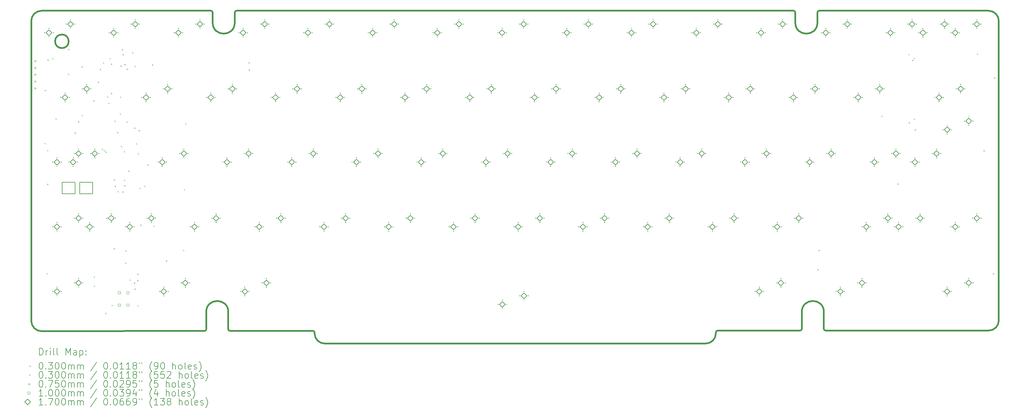
<source format=gbr>
%TF.GenerationSoftware,KiCad,Pcbnew,8.99.0-946-gf00a1ab517*%
%TF.CreationDate,2024-05-15T19:37:29+07:00*%
%TF.ProjectId,toro60,746f726f-3630-42e6-9b69-6361645f7063,rev?*%
%TF.SameCoordinates,Original*%
%TF.FileFunction,Drillmap*%
%TF.FilePolarity,Positive*%
%FSLAX45Y45*%
G04 Gerber Fmt 4.5, Leading zero omitted, Abs format (unit mm)*
G04 Created by KiCad (PCBNEW 8.99.0-946-gf00a1ab517) date 2024-05-15 19:37:29*
%MOMM*%
%LPD*%
G01*
G04 APERTURE LIST*
%ADD10C,0.500000*%
%ADD11C,0.150000*%
%ADD12C,0.200000*%
%ADD13C,0.100000*%
%ADD14C,0.170000*%
G04 APERTURE END LIST*
D10*
X12500000Y-8901000D02*
G75*
G02*
X12200000Y-8601000I0J300000D01*
G01*
X24008000Y-8599000D02*
G75*
G02*
X23708000Y-8899000I-300000J0D01*
G01*
X9710058Y-8528457D02*
G75*
G02*
X9659999Y-8477651I-48J50017D01*
G01*
X12149711Y-8525624D02*
X9710058Y-8528457D01*
X32333000Y600249D02*
X32333000Y-8218691D01*
X12200000Y-8601000D02*
X12199780Y-8574825D01*
X9150489Y901291D02*
X4160975Y901291D01*
X9850500Y851289D02*
G75*
G02*
X9899679Y901293I50020J-9D01*
G01*
X9200500Y850854D02*
X9200500Y550177D01*
X9150489Y901291D02*
G75*
G02*
X9200499Y850854I1J-50011D01*
G01*
X9660000Y-8477651D02*
X9660000Y-7971209D01*
X9850500Y551289D02*
G75*
G02*
X9200502Y550177I-325000J1D01*
G01*
X26295469Y901291D02*
G75*
G02*
X26345491Y851269I11J-50011D01*
G01*
X26345499Y851269D02*
X26345499Y551299D01*
X4963000Y1000D02*
G75*
G02*
X4563000Y1000I-200000J0D01*
G01*
X4563000Y1000D02*
G75*
G02*
X4963000Y1000I200000J0D01*
G01*
X8960058Y-8529328D02*
X8960058Y-8529328D01*
X9010000Y-7971209D02*
X9010000Y-8479331D01*
X26995499Y551299D02*
G75*
G02*
X26345499Y551299I-325000J0D01*
G01*
X27235989Y-8518709D02*
G75*
G02*
X27185998Y-8467857I11J50009D01*
G01*
X3863000Y-8234899D02*
X3863000Y601289D01*
X24008150Y-8568721D02*
X24008000Y-8599000D01*
X26535999Y-7971201D02*
X26535999Y-8468691D01*
X26295469Y901291D02*
X9899679Y901291D01*
X8960058Y-8529328D02*
X4163348Y-8534899D01*
X9010000Y-8479331D02*
G75*
G02*
X8960058Y-8529330I-50000J1D01*
G01*
X4163348Y-8534899D02*
G75*
G02*
X3863001Y-8234899I-348J299999D01*
G01*
X9850500Y551289D02*
X9850500Y851289D01*
X32032999Y901291D02*
G75*
G02*
X32332999Y600249I1J-300001D01*
G01*
X26995499Y551299D02*
X26995499Y851289D01*
X32333000Y-8218691D02*
G75*
G02*
X32032989Y-8518700I-300000J-9D01*
G01*
X24008150Y-8568721D02*
G75*
G02*
X24057329Y-8518707I50020J1D01*
G01*
X27045499Y901289D02*
X27045499Y901291D01*
X12149711Y-8525624D02*
G75*
G02*
X12199779Y-8574825I59J-50016D01*
G01*
X3863000Y601289D02*
G75*
G02*
X4160975Y901293I300020J-9D01*
G01*
X32032989Y-8518702D02*
X32032989Y-8518709D01*
X9010000Y-7971209D02*
G75*
G02*
X9660000Y-7971209I325000J0D01*
G01*
X26345492Y851269D02*
X26345499Y851269D01*
X26535999Y-7971201D02*
G75*
G02*
X27185999Y-7971201I325000J0D01*
G01*
X26995499Y851289D02*
G75*
G02*
X27045499Y901291I50001J1D01*
G01*
X26485500Y-8518709D02*
X24057329Y-8518709D01*
X26535999Y-8468691D02*
G75*
G02*
X26485500Y-8518707I-50019J1D01*
G01*
X27235989Y-8518709D02*
X32032989Y-8518709D01*
X23708000Y-8899000D02*
X12500000Y-8901000D01*
X27185999Y-8467857D02*
X27185999Y-7971201D01*
X27045499Y901291D02*
X32032999Y901291D01*
D11*
X4770600Y-4488000D02*
X4770600Y-4148000D01*
X5150600Y-4148000D02*
X4770600Y-4148000D01*
X5150600Y-4488000D02*
X4770600Y-4488000D01*
X5150600Y-4488000D02*
X5150600Y-4148000D01*
X5286900Y-4488000D02*
X5286900Y-4148000D01*
X5666900Y-4148000D02*
X5286900Y-4148000D01*
X5666900Y-4488000D02*
X5286900Y-4488000D01*
X5666900Y-4488000D02*
X5666900Y-4148000D01*
D12*
D13*
X4248000Y-2990000D02*
X4278000Y-3020000D01*
X4278000Y-2990000D02*
X4248000Y-3020000D01*
X4258000Y-1432000D02*
X4288000Y-1462000D01*
X4288000Y-1432000D02*
X4258000Y-1462000D01*
X4315000Y-6826000D02*
X4345000Y-6856000D01*
X4345000Y-6826000D02*
X4315000Y-6856000D01*
X4330000Y-3199000D02*
X4360000Y-3229000D01*
X4360000Y-3199000D02*
X4330000Y-3229000D01*
X4330000Y-4193000D02*
X4360000Y-4223000D01*
X4360000Y-4193000D02*
X4330000Y-4223000D01*
X4336000Y-538000D02*
X4366000Y-568000D01*
X4366000Y-538000D02*
X4336000Y-568000D01*
X4487000Y-494000D02*
X4517000Y-524000D01*
X4517000Y-494000D02*
X4487000Y-524000D01*
X4575000Y-2270000D02*
X4605000Y-2300000D01*
X4605000Y-2270000D02*
X4575000Y-2300000D01*
X4942000Y-954000D02*
X4972000Y-984000D01*
X4972000Y-954000D02*
X4942000Y-984000D01*
X4946000Y-224000D02*
X4976000Y-254000D01*
X4976000Y-224000D02*
X4946000Y-254000D01*
X5137000Y-2682000D02*
X5167000Y-2712000D01*
X5167000Y-2682000D02*
X5137000Y-2712000D01*
X5233000Y-2358000D02*
X5263000Y-2388000D01*
X5263000Y-2358000D02*
X5233000Y-2388000D01*
X5338000Y-736000D02*
X5368000Y-766000D01*
X5368000Y-736000D02*
X5338000Y-766000D01*
X5351000Y-2168000D02*
X5381000Y-2198000D01*
X5381000Y-2168000D02*
X5351000Y-2198000D01*
X5689000Y-1734000D02*
X5719000Y-1764000D01*
X5719000Y-1734000D02*
X5689000Y-1764000D01*
X5698000Y-6924000D02*
X5728000Y-6954000D01*
X5728000Y-6924000D02*
X5698000Y-6954000D01*
X5704000Y-7191000D02*
X5734000Y-7221000D01*
X5734000Y-7191000D02*
X5704000Y-7221000D01*
X5818000Y-1188000D02*
X5848000Y-1218000D01*
X5848000Y-1188000D02*
X5818000Y-1218000D01*
X5878573Y-807573D02*
X5908573Y-837573D01*
X5908573Y-807573D02*
X5878573Y-837573D01*
X5942000Y-3160000D02*
X5972000Y-3190000D01*
X5972000Y-3160000D02*
X5942000Y-3190000D01*
X5972000Y-616000D02*
X6002000Y-646000D01*
X6002000Y-616000D02*
X5972000Y-646000D01*
X5997000Y-3198000D02*
X6027000Y-3228000D01*
X6027000Y-3198000D02*
X5997000Y-3228000D01*
X6038000Y-7997000D02*
X6068000Y-8027000D01*
X6068000Y-7997000D02*
X6038000Y-8027000D01*
X6047000Y-3248000D02*
X6077000Y-3278000D01*
X6077000Y-3248000D02*
X6047000Y-3278000D01*
X6095000Y-1621000D02*
X6125000Y-1651000D01*
X6125000Y-1621000D02*
X6095000Y-1651000D01*
X6133000Y-1811000D02*
X6163000Y-1841000D01*
X6163000Y-1811000D02*
X6133000Y-1841000D01*
X6165000Y-492000D02*
X6195000Y-522000D01*
X6195000Y-492000D02*
X6165000Y-522000D01*
X6207000Y-1519000D02*
X6237000Y-1549000D01*
X6237000Y-1519000D02*
X6207000Y-1549000D01*
X6207426Y-654000D02*
X6237426Y-684000D01*
X6237426Y-654000D02*
X6207426Y-684000D01*
X6223000Y-7762000D02*
X6253000Y-7792000D01*
X6253000Y-7762000D02*
X6223000Y-7792000D01*
X6283000Y-4069000D02*
X6313000Y-4099000D01*
X6313000Y-4069000D02*
X6283000Y-4099000D01*
X6285000Y-6092000D02*
X6315000Y-6122000D01*
X6315000Y-6092000D02*
X6285000Y-6122000D01*
X6315000Y-2333000D02*
X6345000Y-2363000D01*
X6345000Y-2333000D02*
X6315000Y-2363000D01*
X6317000Y-4254000D02*
X6347000Y-4284000D01*
X6347000Y-4254000D02*
X6317000Y-4284000D01*
X6385000Y-2672000D02*
X6415000Y-2702000D01*
X6415000Y-2672000D02*
X6385000Y-2702000D01*
X6404000Y-4410000D02*
X6434000Y-4440000D01*
X6434000Y-4410000D02*
X6404000Y-4440000D01*
X6467500Y-2120000D02*
X6497500Y-2150000D01*
X6497500Y-2120000D02*
X6467500Y-2150000D01*
X6470000Y-1626000D02*
X6500000Y-1656000D01*
X6500000Y-1626000D02*
X6470000Y-1656000D01*
X6487000Y-716000D02*
X6517000Y-746000D01*
X6517000Y-716000D02*
X6487000Y-746000D01*
X6499000Y-3075000D02*
X6529000Y-3105000D01*
X6529000Y-3075000D02*
X6499000Y-3105000D01*
X6520000Y-232000D02*
X6550000Y-262000D01*
X6550000Y-232000D02*
X6520000Y-262000D01*
X6543000Y-4417000D02*
X6573000Y-4447000D01*
X6573000Y-4417000D02*
X6543000Y-4447000D01*
X6545000Y-377000D02*
X6575000Y-407000D01*
X6575000Y-377000D02*
X6545000Y-407000D01*
X6590000Y-3234000D02*
X6620000Y-3264000D01*
X6620000Y-3234000D02*
X6590000Y-3264000D01*
X6592000Y-4078000D02*
X6622000Y-4108000D01*
X6622000Y-4078000D02*
X6592000Y-4108000D01*
X6598000Y-4238000D02*
X6628000Y-4268000D01*
X6628000Y-4238000D02*
X6598000Y-4268000D01*
X6602500Y-667500D02*
X6632500Y-697500D01*
X6632500Y-667500D02*
X6602500Y-697500D01*
X6626000Y-6514000D02*
X6656000Y-6544000D01*
X6656000Y-6514000D02*
X6626000Y-6544000D01*
X6634000Y-6158000D02*
X6664000Y-6188000D01*
X6664000Y-6158000D02*
X6634000Y-6188000D01*
X6663000Y-2356000D02*
X6693000Y-2386000D01*
X6693000Y-2356000D02*
X6663000Y-2386000D01*
X6668000Y-803000D02*
X6698000Y-833000D01*
X6698000Y-803000D02*
X6668000Y-833000D01*
X6717000Y-3804000D02*
X6747000Y-3834000D01*
X6747000Y-3804000D02*
X6717000Y-3834000D01*
X6752000Y-7013000D02*
X6782000Y-7043000D01*
X6782000Y-7013000D02*
X6752000Y-7043000D01*
X6828000Y-324000D02*
X6858000Y-354000D01*
X6858000Y-324000D02*
X6828000Y-354000D01*
X6886000Y-7099000D02*
X6916000Y-7129000D01*
X6916000Y-7099000D02*
X6886000Y-7129000D01*
X6888000Y-2538000D02*
X6918000Y-2568000D01*
X6918000Y-2538000D02*
X6888000Y-2568000D01*
X6899000Y-7282000D02*
X6929000Y-7312000D01*
X6929000Y-7282000D02*
X6899000Y-7312000D01*
X6907000Y-721000D02*
X6937000Y-751000D01*
X6937000Y-721000D02*
X6907000Y-751000D01*
X6938000Y-3000000D02*
X6968000Y-3030000D01*
X6968000Y-3000000D02*
X6938000Y-3030000D01*
X6978000Y-7031000D02*
X7008000Y-7061000D01*
X7008000Y-7031000D02*
X6978000Y-7061000D01*
X6983000Y-6839000D02*
X7013000Y-6869000D01*
X7013000Y-6839000D02*
X6983000Y-6869000D01*
X6986000Y-7772000D02*
X7016000Y-7802000D01*
X7016000Y-7772000D02*
X6986000Y-7802000D01*
X6994000Y-3291000D02*
X7024000Y-3321000D01*
X7024000Y-3291000D02*
X6994000Y-3321000D01*
X7022000Y-2609000D02*
X7052000Y-2639000D01*
X7052000Y-2609000D02*
X7022000Y-2639000D01*
X7052000Y-4314000D02*
X7082000Y-4344000D01*
X7082000Y-4314000D02*
X7052000Y-4344000D01*
X7070000Y-5398000D02*
X7100000Y-5428000D01*
X7100000Y-5398000D02*
X7070000Y-5428000D01*
X7186000Y-4255000D02*
X7216000Y-4285000D01*
X7216000Y-4255000D02*
X7186000Y-4285000D01*
X7273000Y-3628000D02*
X7303000Y-3658000D01*
X7303000Y-3628000D02*
X7273000Y-3658000D01*
X7410000Y-680000D02*
X7440000Y-710000D01*
X7440000Y-680000D02*
X7410000Y-710000D01*
X7460000Y-5427000D02*
X7490000Y-5457000D01*
X7490000Y-5427000D02*
X7460000Y-5457000D01*
X7824851Y-6454148D02*
X7854851Y-6484148D01*
X7854851Y-6454148D02*
X7824851Y-6484148D01*
X8327000Y-6142000D02*
X8357000Y-6172000D01*
X8357000Y-6142000D02*
X8327000Y-6172000D01*
X8350000Y-4350000D02*
X8380000Y-4380000D01*
X8380000Y-4350000D02*
X8350000Y-4380000D01*
X8392500Y-2412500D02*
X8422500Y-2442500D01*
X8422500Y-2412500D02*
X8392500Y-2442500D01*
X10255000Y-614000D02*
X10285000Y-644000D01*
X10285000Y-614000D02*
X10255000Y-644000D01*
X10263427Y-824426D02*
X10293427Y-854426D01*
X10293427Y-824426D02*
X10263427Y-854426D01*
X26992000Y-6710000D02*
X27022000Y-6740000D01*
X27022000Y-6710000D02*
X26992000Y-6740000D01*
X27027000Y-6142000D02*
X27057000Y-6172000D01*
X27057000Y-6142000D02*
X27027000Y-6172000D01*
X28879000Y-2188000D02*
X28909000Y-2218000D01*
X28909000Y-2188000D02*
X28879000Y-2218000D01*
X29347000Y-4187000D02*
X29377000Y-4217000D01*
X29377000Y-4187000D02*
X29347000Y-4217000D01*
X29670000Y-372500D02*
X29700000Y-402500D01*
X29700000Y-372500D02*
X29670000Y-402500D01*
X29677500Y-2382500D02*
X29707500Y-2412500D01*
X29707500Y-2382500D02*
X29677500Y-2412500D01*
X29785000Y-542000D02*
X29815000Y-572000D01*
X29815000Y-542000D02*
X29785000Y-572000D01*
X29834000Y-2282000D02*
X29864000Y-2312000D01*
X29864000Y-2282000D02*
X29834000Y-2312000D01*
X29835000Y-484000D02*
X29865000Y-514000D01*
X29865000Y-484000D02*
X29835000Y-514000D01*
X29860000Y-2590000D02*
X29890000Y-2620000D01*
X29890000Y-2590000D02*
X29860000Y-2620000D01*
X31690000Y-357500D02*
X31720000Y-387500D01*
X31720000Y-357500D02*
X31690000Y-387500D01*
X31884000Y-3207000D02*
X31914000Y-3237000D01*
X31914000Y-3207000D02*
X31884000Y-3237000D01*
X32162000Y-6832000D02*
X32192000Y-6862000D01*
X32192000Y-6832000D02*
X32162000Y-6862000D01*
X32192000Y-1064000D02*
X32222000Y-1094000D01*
X32222000Y-1064000D02*
X32192000Y-1094000D01*
X4271500Y255000D02*
G75*
G02*
X4241500Y255000I-15000J0D01*
G01*
X4241500Y255000D02*
G75*
G02*
X4271500Y255000I15000J0D01*
G01*
X4395500Y129000D02*
G75*
G02*
X4365500Y129000I-15000J0D01*
G01*
X4365500Y129000D02*
G75*
G02*
X4395500Y129000I15000J0D01*
G01*
X4396500Y379000D02*
G75*
G02*
X4366500Y379000I-15000J0D01*
G01*
X4366500Y379000D02*
G75*
G02*
X4396500Y379000I15000J0D01*
G01*
X4509600Y-3555000D02*
G75*
G02*
X4479600Y-3555000I-15000J0D01*
G01*
X4479600Y-3555000D02*
G75*
G02*
X4509600Y-3555000I15000J0D01*
G01*
X4509600Y-5460000D02*
G75*
G02*
X4479600Y-5460000I-15000J0D01*
G01*
X4479600Y-5460000D02*
G75*
G02*
X4509600Y-5460000I15000J0D01*
G01*
X4509600Y-7365000D02*
G75*
G02*
X4479600Y-7365000I-15000J0D01*
G01*
X4479600Y-7365000D02*
G75*
G02*
X4509600Y-7365000I15000J0D01*
G01*
X4521500Y254000D02*
G75*
G02*
X4491500Y254000I-15000J0D01*
G01*
X4491500Y254000D02*
G75*
G02*
X4521500Y254000I15000J0D01*
G01*
X4633600Y-3681000D02*
G75*
G02*
X4603600Y-3681000I-15000J0D01*
G01*
X4603600Y-3681000D02*
G75*
G02*
X4633600Y-3681000I15000J0D01*
G01*
X4633600Y-5586000D02*
G75*
G02*
X4603600Y-5586000I-15000J0D01*
G01*
X4603600Y-5586000D02*
G75*
G02*
X4633600Y-5586000I15000J0D01*
G01*
X4633600Y-7491000D02*
G75*
G02*
X4603600Y-7491000I-15000J0D01*
G01*
X4603600Y-7491000D02*
G75*
G02*
X4633600Y-7491000I15000J0D01*
G01*
X4634600Y-3431000D02*
G75*
G02*
X4604600Y-3431000I-15000J0D01*
G01*
X4604600Y-3431000D02*
G75*
G02*
X4634600Y-3431000I15000J0D01*
G01*
X4634600Y-5336000D02*
G75*
G02*
X4604600Y-5336000I-15000J0D01*
G01*
X4604600Y-5336000D02*
G75*
G02*
X4634600Y-5336000I15000J0D01*
G01*
X4634600Y-7241000D02*
G75*
G02*
X4604600Y-7241000I-15000J0D01*
G01*
X4604600Y-7241000D02*
G75*
G02*
X4634600Y-7241000I15000J0D01*
G01*
X4747800Y-1650000D02*
G75*
G02*
X4717800Y-1650000I-15000J0D01*
G01*
X4717800Y-1650000D02*
G75*
G02*
X4747800Y-1650000I15000J0D01*
G01*
X4759600Y-3556000D02*
G75*
G02*
X4729600Y-3556000I-15000J0D01*
G01*
X4729600Y-3556000D02*
G75*
G02*
X4759600Y-3556000I15000J0D01*
G01*
X4759600Y-5461000D02*
G75*
G02*
X4729600Y-5461000I-15000J0D01*
G01*
X4729600Y-5461000D02*
G75*
G02*
X4759600Y-5461000I15000J0D01*
G01*
X4759600Y-7366000D02*
G75*
G02*
X4729600Y-7366000I-15000J0D01*
G01*
X4729600Y-7366000D02*
G75*
G02*
X4759600Y-7366000I15000J0D01*
G01*
X4871800Y-1776000D02*
G75*
G02*
X4841800Y-1776000I-15000J0D01*
G01*
X4841800Y-1776000D02*
G75*
G02*
X4871800Y-1776000I15000J0D01*
G01*
X4872800Y-1526000D02*
G75*
G02*
X4842800Y-1526000I-15000J0D01*
G01*
X4842800Y-1526000D02*
G75*
G02*
X4872800Y-1526000I15000J0D01*
G01*
X4906500Y508000D02*
G75*
G02*
X4876500Y508000I-15000J0D01*
G01*
X4876500Y508000D02*
G75*
G02*
X4906500Y508000I15000J0D01*
G01*
X4985900Y-3555000D02*
G75*
G02*
X4955900Y-3555000I-15000J0D01*
G01*
X4955900Y-3555000D02*
G75*
G02*
X4985900Y-3555000I15000J0D01*
G01*
X4997800Y-1651000D02*
G75*
G02*
X4967800Y-1651000I-15000J0D01*
G01*
X4967800Y-1651000D02*
G75*
G02*
X4997800Y-1651000I15000J0D01*
G01*
X5031500Y634000D02*
G75*
G02*
X5001500Y634000I-15000J0D01*
G01*
X5001500Y634000D02*
G75*
G02*
X5031500Y634000I15000J0D01*
G01*
X5031500Y384000D02*
G75*
G02*
X5001500Y384000I-15000J0D01*
G01*
X5001500Y384000D02*
G75*
G02*
X5031500Y384000I15000J0D01*
G01*
X5109900Y-3681000D02*
G75*
G02*
X5079900Y-3681000I-15000J0D01*
G01*
X5079900Y-3681000D02*
G75*
G02*
X5109900Y-3681000I15000J0D01*
G01*
X5110900Y-3431000D02*
G75*
G02*
X5080900Y-3431000I-15000J0D01*
G01*
X5080900Y-3431000D02*
G75*
G02*
X5110900Y-3431000I15000J0D01*
G01*
X5144600Y-3302000D02*
G75*
G02*
X5114600Y-3302000I-15000J0D01*
G01*
X5114600Y-3302000D02*
G75*
G02*
X5144600Y-3302000I15000J0D01*
G01*
X5144600Y-5207000D02*
G75*
G02*
X5114600Y-5207000I-15000J0D01*
G01*
X5114600Y-5207000D02*
G75*
G02*
X5144600Y-5207000I15000J0D01*
G01*
X5144600Y-7112000D02*
G75*
G02*
X5114600Y-7112000I-15000J0D01*
G01*
X5114600Y-7112000D02*
G75*
G02*
X5144600Y-7112000I15000J0D01*
G01*
X5155500Y509000D02*
G75*
G02*
X5125500Y509000I-15000J0D01*
G01*
X5125500Y509000D02*
G75*
G02*
X5155500Y509000I15000J0D01*
G01*
X5235900Y-3556000D02*
G75*
G02*
X5205900Y-3556000I-15000J0D01*
G01*
X5205900Y-3556000D02*
G75*
G02*
X5235900Y-3556000I15000J0D01*
G01*
X5269600Y-3176000D02*
G75*
G02*
X5239600Y-3176000I-15000J0D01*
G01*
X5239600Y-3176000D02*
G75*
G02*
X5269600Y-3176000I15000J0D01*
G01*
X5269600Y-3426000D02*
G75*
G02*
X5239600Y-3426000I-15000J0D01*
G01*
X5239600Y-3426000D02*
G75*
G02*
X5269600Y-3426000I15000J0D01*
G01*
X5269600Y-5081000D02*
G75*
G02*
X5239600Y-5081000I-15000J0D01*
G01*
X5239600Y-5081000D02*
G75*
G02*
X5269600Y-5081000I15000J0D01*
G01*
X5269600Y-5331000D02*
G75*
G02*
X5239600Y-5331000I-15000J0D01*
G01*
X5239600Y-5331000D02*
G75*
G02*
X5269600Y-5331000I15000J0D01*
G01*
X5269600Y-6986000D02*
G75*
G02*
X5239600Y-6986000I-15000J0D01*
G01*
X5239600Y-6986000D02*
G75*
G02*
X5269600Y-6986000I15000J0D01*
G01*
X5269600Y-7236000D02*
G75*
G02*
X5239600Y-7236000I-15000J0D01*
G01*
X5239600Y-7236000D02*
G75*
G02*
X5269600Y-7236000I15000J0D01*
G01*
X5382800Y-1397000D02*
G75*
G02*
X5352800Y-1397000I-15000J0D01*
G01*
X5352800Y-1397000D02*
G75*
G02*
X5382800Y-1397000I15000J0D01*
G01*
X5393600Y-3301000D02*
G75*
G02*
X5363600Y-3301000I-15000J0D01*
G01*
X5363600Y-3301000D02*
G75*
G02*
X5393600Y-3301000I15000J0D01*
G01*
X5393600Y-5206000D02*
G75*
G02*
X5363600Y-5206000I-15000J0D01*
G01*
X5363600Y-5206000D02*
G75*
G02*
X5393600Y-5206000I15000J0D01*
G01*
X5393600Y-7111000D02*
G75*
G02*
X5363600Y-7111000I-15000J0D01*
G01*
X5363600Y-7111000D02*
G75*
G02*
X5393600Y-7111000I15000J0D01*
G01*
X5469560Y-5460000D02*
G75*
G02*
X5439560Y-5460000I-15000J0D01*
G01*
X5439560Y-5460000D02*
G75*
G02*
X5469560Y-5460000I15000J0D01*
G01*
X5507800Y-1271000D02*
G75*
G02*
X5477800Y-1271000I-15000J0D01*
G01*
X5477800Y-1271000D02*
G75*
G02*
X5507800Y-1271000I15000J0D01*
G01*
X5507800Y-1521000D02*
G75*
G02*
X5477800Y-1521000I-15000J0D01*
G01*
X5477800Y-1521000D02*
G75*
G02*
X5507800Y-1521000I15000J0D01*
G01*
X5593560Y-5586000D02*
G75*
G02*
X5563560Y-5586000I-15000J0D01*
G01*
X5563560Y-5586000D02*
G75*
G02*
X5593560Y-5586000I15000J0D01*
G01*
X5594560Y-5336000D02*
G75*
G02*
X5564560Y-5336000I-15000J0D01*
G01*
X5564560Y-5336000D02*
G75*
G02*
X5594560Y-5336000I15000J0D01*
G01*
X5620900Y-3302000D02*
G75*
G02*
X5590900Y-3302000I-15000J0D01*
G01*
X5590900Y-3302000D02*
G75*
G02*
X5620900Y-3302000I15000J0D01*
G01*
X5631800Y-1396000D02*
G75*
G02*
X5601800Y-1396000I-15000J0D01*
G01*
X5601800Y-1396000D02*
G75*
G02*
X5631800Y-1396000I15000J0D01*
G01*
X5719560Y-5461000D02*
G75*
G02*
X5689560Y-5461000I-15000J0D01*
G01*
X5689560Y-5461000D02*
G75*
G02*
X5719560Y-5461000I15000J0D01*
G01*
X5745900Y-3176000D02*
G75*
G02*
X5715900Y-3176000I-15000J0D01*
G01*
X5715900Y-3176000D02*
G75*
G02*
X5745900Y-3176000I15000J0D01*
G01*
X5745900Y-3426000D02*
G75*
G02*
X5715900Y-3426000I-15000J0D01*
G01*
X5715900Y-3426000D02*
G75*
G02*
X5745900Y-3426000I15000J0D01*
G01*
X5869900Y-3301000D02*
G75*
G02*
X5839900Y-3301000I-15000J0D01*
G01*
X5839900Y-3301000D02*
G75*
G02*
X5869900Y-3301000I15000J0D01*
G01*
X6104560Y-5207000D02*
G75*
G02*
X6074560Y-5207000I-15000J0D01*
G01*
X6074560Y-5207000D02*
G75*
G02*
X6104560Y-5207000I15000J0D01*
G01*
X6176500Y255000D02*
G75*
G02*
X6146500Y255000I-15000J0D01*
G01*
X6146500Y255000D02*
G75*
G02*
X6176500Y255000I15000J0D01*
G01*
X6229560Y-5081000D02*
G75*
G02*
X6199560Y-5081000I-15000J0D01*
G01*
X6199560Y-5081000D02*
G75*
G02*
X6229560Y-5081000I15000J0D01*
G01*
X6229560Y-5331000D02*
G75*
G02*
X6199560Y-5331000I-15000J0D01*
G01*
X6199560Y-5331000D02*
G75*
G02*
X6229560Y-5331000I15000J0D01*
G01*
X6300500Y129000D02*
G75*
G02*
X6270500Y129000I-15000J0D01*
G01*
X6270500Y129000D02*
G75*
G02*
X6300500Y129000I15000J0D01*
G01*
X6301500Y379000D02*
G75*
G02*
X6271500Y379000I-15000J0D01*
G01*
X6271500Y379000D02*
G75*
G02*
X6301500Y379000I15000J0D01*
G01*
X6353560Y-5206000D02*
G75*
G02*
X6323560Y-5206000I-15000J0D01*
G01*
X6323560Y-5206000D02*
G75*
G02*
X6353560Y-5206000I15000J0D01*
G01*
X6426500Y254000D02*
G75*
G02*
X6396500Y254000I-15000J0D01*
G01*
X6396500Y254000D02*
G75*
G02*
X6426500Y254000I15000J0D01*
G01*
X6652750Y-5460000D02*
G75*
G02*
X6622750Y-5460000I-15000J0D01*
G01*
X6622750Y-5460000D02*
G75*
G02*
X6652750Y-5460000I15000J0D01*
G01*
X6776750Y-5586000D02*
G75*
G02*
X6746750Y-5586000I-15000J0D01*
G01*
X6746750Y-5586000D02*
G75*
G02*
X6776750Y-5586000I15000J0D01*
G01*
X6777750Y-5336000D02*
G75*
G02*
X6747750Y-5336000I-15000J0D01*
G01*
X6747750Y-5336000D02*
G75*
G02*
X6777750Y-5336000I15000J0D01*
G01*
X6811500Y508000D02*
G75*
G02*
X6781500Y508000I-15000J0D01*
G01*
X6781500Y508000D02*
G75*
G02*
X6811500Y508000I15000J0D01*
G01*
X6902750Y-5461000D02*
G75*
G02*
X6872750Y-5461000I-15000J0D01*
G01*
X6872750Y-5461000D02*
G75*
G02*
X6902750Y-5461000I15000J0D01*
G01*
X6936500Y634000D02*
G75*
G02*
X6906500Y634000I-15000J0D01*
G01*
X6906500Y634000D02*
G75*
G02*
X6936500Y634000I15000J0D01*
G01*
X6936500Y384000D02*
G75*
G02*
X6906500Y384000I-15000J0D01*
G01*
X6906500Y384000D02*
G75*
G02*
X6936500Y384000I15000J0D01*
G01*
X7060500Y509000D02*
G75*
G02*
X7030500Y509000I-15000J0D01*
G01*
X7030500Y509000D02*
G75*
G02*
X7060500Y509000I15000J0D01*
G01*
X7129000Y-1650000D02*
G75*
G02*
X7099000Y-1650000I-15000J0D01*
G01*
X7099000Y-1650000D02*
G75*
G02*
X7129000Y-1650000I15000J0D01*
G01*
X7253000Y-1776000D02*
G75*
G02*
X7223000Y-1776000I-15000J0D01*
G01*
X7223000Y-1776000D02*
G75*
G02*
X7253000Y-1776000I15000J0D01*
G01*
X7254000Y-1526000D02*
G75*
G02*
X7224000Y-1526000I-15000J0D01*
G01*
X7224000Y-1526000D02*
G75*
G02*
X7254000Y-1526000I15000J0D01*
G01*
X7287750Y-5207000D02*
G75*
G02*
X7257750Y-5207000I-15000J0D01*
G01*
X7257750Y-5207000D02*
G75*
G02*
X7287750Y-5207000I15000J0D01*
G01*
X7379000Y-1651000D02*
G75*
G02*
X7349000Y-1651000I-15000J0D01*
G01*
X7349000Y-1651000D02*
G75*
G02*
X7379000Y-1651000I15000J0D01*
G01*
X7412750Y-5081000D02*
G75*
G02*
X7382750Y-5081000I-15000J0D01*
G01*
X7382750Y-5081000D02*
G75*
G02*
X7412750Y-5081000I15000J0D01*
G01*
X7412750Y-5331000D02*
G75*
G02*
X7382750Y-5331000I-15000J0D01*
G01*
X7382750Y-5331000D02*
G75*
G02*
X7412750Y-5331000I15000J0D01*
G01*
X7536750Y-5206000D02*
G75*
G02*
X7506750Y-5206000I-15000J0D01*
G01*
X7506750Y-5206000D02*
G75*
G02*
X7536750Y-5206000I15000J0D01*
G01*
X7605250Y-3555000D02*
G75*
G02*
X7575250Y-3555000I-15000J0D01*
G01*
X7575250Y-3555000D02*
G75*
G02*
X7605250Y-3555000I15000J0D01*
G01*
X7652850Y-7365000D02*
G75*
G02*
X7622850Y-7365000I-15000J0D01*
G01*
X7622850Y-7365000D02*
G75*
G02*
X7652850Y-7365000I15000J0D01*
G01*
X7729250Y-3681000D02*
G75*
G02*
X7699250Y-3681000I-15000J0D01*
G01*
X7699250Y-3681000D02*
G75*
G02*
X7729250Y-3681000I15000J0D01*
G01*
X7730250Y-3431000D02*
G75*
G02*
X7700250Y-3431000I-15000J0D01*
G01*
X7700250Y-3431000D02*
G75*
G02*
X7730250Y-3431000I15000J0D01*
G01*
X7764000Y-1397000D02*
G75*
G02*
X7734000Y-1397000I-15000J0D01*
G01*
X7734000Y-1397000D02*
G75*
G02*
X7764000Y-1397000I15000J0D01*
G01*
X7776850Y-7491000D02*
G75*
G02*
X7746850Y-7491000I-15000J0D01*
G01*
X7746850Y-7491000D02*
G75*
G02*
X7776850Y-7491000I15000J0D01*
G01*
X7777850Y-7241000D02*
G75*
G02*
X7747850Y-7241000I-15000J0D01*
G01*
X7747850Y-7241000D02*
G75*
G02*
X7777850Y-7241000I15000J0D01*
G01*
X7855250Y-3556000D02*
G75*
G02*
X7825250Y-3556000I-15000J0D01*
G01*
X7825250Y-3556000D02*
G75*
G02*
X7855250Y-3556000I15000J0D01*
G01*
X7889000Y-1271000D02*
G75*
G02*
X7859000Y-1271000I-15000J0D01*
G01*
X7859000Y-1271000D02*
G75*
G02*
X7889000Y-1271000I15000J0D01*
G01*
X7889000Y-1521000D02*
G75*
G02*
X7859000Y-1521000I-15000J0D01*
G01*
X7859000Y-1521000D02*
G75*
G02*
X7889000Y-1521000I15000J0D01*
G01*
X7902850Y-7366000D02*
G75*
G02*
X7872850Y-7366000I-15000J0D01*
G01*
X7872850Y-7366000D02*
G75*
G02*
X7902850Y-7366000I15000J0D01*
G01*
X8013000Y-1396000D02*
G75*
G02*
X7983000Y-1396000I-15000J0D01*
G01*
X7983000Y-1396000D02*
G75*
G02*
X8013000Y-1396000I15000J0D01*
G01*
X8081500Y255000D02*
G75*
G02*
X8051500Y255000I-15000J0D01*
G01*
X8051500Y255000D02*
G75*
G02*
X8081500Y255000I15000J0D01*
G01*
X8205500Y129000D02*
G75*
G02*
X8175500Y129000I-15000J0D01*
G01*
X8175500Y129000D02*
G75*
G02*
X8205500Y129000I15000J0D01*
G01*
X8206500Y379000D02*
G75*
G02*
X8176500Y379000I-15000J0D01*
G01*
X8176500Y379000D02*
G75*
G02*
X8206500Y379000I15000J0D01*
G01*
X8240250Y-3302000D02*
G75*
G02*
X8210250Y-3302000I-15000J0D01*
G01*
X8210250Y-3302000D02*
G75*
G02*
X8240250Y-3302000I15000J0D01*
G01*
X8287850Y-7112000D02*
G75*
G02*
X8257850Y-7112000I-15000J0D01*
G01*
X8257850Y-7112000D02*
G75*
G02*
X8287850Y-7112000I15000J0D01*
G01*
X8331500Y254000D02*
G75*
G02*
X8301500Y254000I-15000J0D01*
G01*
X8301500Y254000D02*
G75*
G02*
X8331500Y254000I15000J0D01*
G01*
X8365250Y-3176000D02*
G75*
G02*
X8335250Y-3176000I-15000J0D01*
G01*
X8335250Y-3176000D02*
G75*
G02*
X8365250Y-3176000I15000J0D01*
G01*
X8365250Y-3426000D02*
G75*
G02*
X8335250Y-3426000I-15000J0D01*
G01*
X8335250Y-3426000D02*
G75*
G02*
X8365250Y-3426000I15000J0D01*
G01*
X8412850Y-6986000D02*
G75*
G02*
X8382850Y-6986000I-15000J0D01*
G01*
X8382850Y-6986000D02*
G75*
G02*
X8412850Y-6986000I15000J0D01*
G01*
X8412850Y-7236000D02*
G75*
G02*
X8382850Y-7236000I-15000J0D01*
G01*
X8382850Y-7236000D02*
G75*
G02*
X8412850Y-7236000I15000J0D01*
G01*
X8489250Y-3301000D02*
G75*
G02*
X8459250Y-3301000I-15000J0D01*
G01*
X8459250Y-3301000D02*
G75*
G02*
X8489250Y-3301000I15000J0D01*
G01*
X8536850Y-7111000D02*
G75*
G02*
X8506850Y-7111000I-15000J0D01*
G01*
X8506850Y-7111000D02*
G75*
G02*
X8536850Y-7111000I15000J0D01*
G01*
X8557750Y-5460000D02*
G75*
G02*
X8527750Y-5460000I-15000J0D01*
G01*
X8527750Y-5460000D02*
G75*
G02*
X8557750Y-5460000I15000J0D01*
G01*
X8681750Y-5586000D02*
G75*
G02*
X8651750Y-5586000I-15000J0D01*
G01*
X8651750Y-5586000D02*
G75*
G02*
X8681750Y-5586000I15000J0D01*
G01*
X8682750Y-5336000D02*
G75*
G02*
X8652750Y-5336000I-15000J0D01*
G01*
X8652750Y-5336000D02*
G75*
G02*
X8682750Y-5336000I15000J0D01*
G01*
X8716500Y508000D02*
G75*
G02*
X8686500Y508000I-15000J0D01*
G01*
X8686500Y508000D02*
G75*
G02*
X8716500Y508000I15000J0D01*
G01*
X8807750Y-5461000D02*
G75*
G02*
X8777750Y-5461000I-15000J0D01*
G01*
X8777750Y-5461000D02*
G75*
G02*
X8807750Y-5461000I15000J0D01*
G01*
X8841500Y634000D02*
G75*
G02*
X8811500Y634000I-15000J0D01*
G01*
X8811500Y634000D02*
G75*
G02*
X8841500Y634000I15000J0D01*
G01*
X8841500Y384000D02*
G75*
G02*
X8811500Y384000I-15000J0D01*
G01*
X8811500Y384000D02*
G75*
G02*
X8841500Y384000I15000J0D01*
G01*
X8965500Y509000D02*
G75*
G02*
X8935500Y509000I-15000J0D01*
G01*
X8935500Y509000D02*
G75*
G02*
X8965500Y509000I15000J0D01*
G01*
X9034000Y-1650000D02*
G75*
G02*
X9004000Y-1650000I-15000J0D01*
G01*
X9004000Y-1650000D02*
G75*
G02*
X9034000Y-1650000I15000J0D01*
G01*
X9158000Y-1776000D02*
G75*
G02*
X9128000Y-1776000I-15000J0D01*
G01*
X9128000Y-1776000D02*
G75*
G02*
X9158000Y-1776000I15000J0D01*
G01*
X9159000Y-1526000D02*
G75*
G02*
X9129000Y-1526000I-15000J0D01*
G01*
X9129000Y-1526000D02*
G75*
G02*
X9159000Y-1526000I15000J0D01*
G01*
X9192750Y-5207000D02*
G75*
G02*
X9162750Y-5207000I-15000J0D01*
G01*
X9162750Y-5207000D02*
G75*
G02*
X9192750Y-5207000I15000J0D01*
G01*
X9284000Y-1651000D02*
G75*
G02*
X9254000Y-1651000I-15000J0D01*
G01*
X9254000Y-1651000D02*
G75*
G02*
X9284000Y-1651000I15000J0D01*
G01*
X9317750Y-5081000D02*
G75*
G02*
X9287750Y-5081000I-15000J0D01*
G01*
X9287750Y-5081000D02*
G75*
G02*
X9317750Y-5081000I15000J0D01*
G01*
X9317750Y-5331000D02*
G75*
G02*
X9287750Y-5331000I-15000J0D01*
G01*
X9287750Y-5331000D02*
G75*
G02*
X9317750Y-5331000I15000J0D01*
G01*
X9441750Y-5206000D02*
G75*
G02*
X9411750Y-5206000I-15000J0D01*
G01*
X9411750Y-5206000D02*
G75*
G02*
X9441750Y-5206000I15000J0D01*
G01*
X9510250Y-3555000D02*
G75*
G02*
X9480250Y-3555000I-15000J0D01*
G01*
X9480250Y-3555000D02*
G75*
G02*
X9510250Y-3555000I15000J0D01*
G01*
X9634250Y-3681000D02*
G75*
G02*
X9604250Y-3681000I-15000J0D01*
G01*
X9604250Y-3681000D02*
G75*
G02*
X9634250Y-3681000I15000J0D01*
G01*
X9635250Y-3431000D02*
G75*
G02*
X9605250Y-3431000I-15000J0D01*
G01*
X9605250Y-3431000D02*
G75*
G02*
X9635250Y-3431000I15000J0D01*
G01*
X9669000Y-1397000D02*
G75*
G02*
X9639000Y-1397000I-15000J0D01*
G01*
X9639000Y-1397000D02*
G75*
G02*
X9669000Y-1397000I15000J0D01*
G01*
X9760250Y-3556000D02*
G75*
G02*
X9730250Y-3556000I-15000J0D01*
G01*
X9730250Y-3556000D02*
G75*
G02*
X9760250Y-3556000I15000J0D01*
G01*
X9794000Y-1271000D02*
G75*
G02*
X9764000Y-1271000I-15000J0D01*
G01*
X9764000Y-1271000D02*
G75*
G02*
X9794000Y-1271000I15000J0D01*
G01*
X9794000Y-1521000D02*
G75*
G02*
X9764000Y-1521000I-15000J0D01*
G01*
X9764000Y-1521000D02*
G75*
G02*
X9794000Y-1521000I15000J0D01*
G01*
X9918000Y-1396000D02*
G75*
G02*
X9888000Y-1396000I-15000J0D01*
G01*
X9888000Y-1396000D02*
G75*
G02*
X9918000Y-1396000I15000J0D01*
G01*
X9986500Y255000D02*
G75*
G02*
X9956500Y255000I-15000J0D01*
G01*
X9956500Y255000D02*
G75*
G02*
X9986500Y255000I15000J0D01*
G01*
X10034100Y-7365000D02*
G75*
G02*
X10004100Y-7365000I-15000J0D01*
G01*
X10004100Y-7365000D02*
G75*
G02*
X10034100Y-7365000I15000J0D01*
G01*
X10110500Y129000D02*
G75*
G02*
X10080500Y129000I-15000J0D01*
G01*
X10080500Y129000D02*
G75*
G02*
X10110500Y129000I15000J0D01*
G01*
X10111500Y379000D02*
G75*
G02*
X10081500Y379000I-15000J0D01*
G01*
X10081500Y379000D02*
G75*
G02*
X10111500Y379000I15000J0D01*
G01*
X10145250Y-3302000D02*
G75*
G02*
X10115250Y-3302000I-15000J0D01*
G01*
X10115250Y-3302000D02*
G75*
G02*
X10145250Y-3302000I15000J0D01*
G01*
X10158100Y-7491000D02*
G75*
G02*
X10128100Y-7491000I-15000J0D01*
G01*
X10128100Y-7491000D02*
G75*
G02*
X10158100Y-7491000I15000J0D01*
G01*
X10159100Y-7241000D02*
G75*
G02*
X10129100Y-7241000I-15000J0D01*
G01*
X10129100Y-7241000D02*
G75*
G02*
X10159100Y-7241000I15000J0D01*
G01*
X10236500Y254000D02*
G75*
G02*
X10206500Y254000I-15000J0D01*
G01*
X10206500Y254000D02*
G75*
G02*
X10236500Y254000I15000J0D01*
G01*
X10270250Y-3176000D02*
G75*
G02*
X10240250Y-3176000I-15000J0D01*
G01*
X10240250Y-3176000D02*
G75*
G02*
X10270250Y-3176000I15000J0D01*
G01*
X10270250Y-3426000D02*
G75*
G02*
X10240250Y-3426000I-15000J0D01*
G01*
X10240250Y-3426000D02*
G75*
G02*
X10270250Y-3426000I15000J0D01*
G01*
X10284100Y-7366000D02*
G75*
G02*
X10254100Y-7366000I-15000J0D01*
G01*
X10254100Y-7366000D02*
G75*
G02*
X10284100Y-7366000I15000J0D01*
G01*
X10394250Y-3301000D02*
G75*
G02*
X10364250Y-3301000I-15000J0D01*
G01*
X10364250Y-3301000D02*
G75*
G02*
X10394250Y-3301000I15000J0D01*
G01*
X10462750Y-5460000D02*
G75*
G02*
X10432750Y-5460000I-15000J0D01*
G01*
X10432750Y-5460000D02*
G75*
G02*
X10462750Y-5460000I15000J0D01*
G01*
X10586750Y-5586000D02*
G75*
G02*
X10556750Y-5586000I-15000J0D01*
G01*
X10556750Y-5586000D02*
G75*
G02*
X10586750Y-5586000I15000J0D01*
G01*
X10587750Y-5336000D02*
G75*
G02*
X10557750Y-5336000I-15000J0D01*
G01*
X10557750Y-5336000D02*
G75*
G02*
X10587750Y-5336000I15000J0D01*
G01*
X10621500Y508000D02*
G75*
G02*
X10591500Y508000I-15000J0D01*
G01*
X10591500Y508000D02*
G75*
G02*
X10621500Y508000I15000J0D01*
G01*
X10669100Y-7112000D02*
G75*
G02*
X10639100Y-7112000I-15000J0D01*
G01*
X10639100Y-7112000D02*
G75*
G02*
X10669100Y-7112000I15000J0D01*
G01*
X10712750Y-5461000D02*
G75*
G02*
X10682750Y-5461000I-15000J0D01*
G01*
X10682750Y-5461000D02*
G75*
G02*
X10712750Y-5461000I15000J0D01*
G01*
X10746500Y634000D02*
G75*
G02*
X10716500Y634000I-15000J0D01*
G01*
X10716500Y634000D02*
G75*
G02*
X10746500Y634000I15000J0D01*
G01*
X10746500Y384000D02*
G75*
G02*
X10716500Y384000I-15000J0D01*
G01*
X10716500Y384000D02*
G75*
G02*
X10746500Y384000I15000J0D01*
G01*
X10794100Y-6986000D02*
G75*
G02*
X10764100Y-6986000I-15000J0D01*
G01*
X10764100Y-6986000D02*
G75*
G02*
X10794100Y-6986000I15000J0D01*
G01*
X10794100Y-7236000D02*
G75*
G02*
X10764100Y-7236000I-15000J0D01*
G01*
X10764100Y-7236000D02*
G75*
G02*
X10794100Y-7236000I15000J0D01*
G01*
X10870500Y509000D02*
G75*
G02*
X10840500Y509000I-15000J0D01*
G01*
X10840500Y509000D02*
G75*
G02*
X10870500Y509000I15000J0D01*
G01*
X10918100Y-7111000D02*
G75*
G02*
X10888100Y-7111000I-15000J0D01*
G01*
X10888100Y-7111000D02*
G75*
G02*
X10918100Y-7111000I15000J0D01*
G01*
X10939000Y-1650000D02*
G75*
G02*
X10909000Y-1650000I-15000J0D01*
G01*
X10909000Y-1650000D02*
G75*
G02*
X10939000Y-1650000I15000J0D01*
G01*
X11063000Y-1776000D02*
G75*
G02*
X11033000Y-1776000I-15000J0D01*
G01*
X11033000Y-1776000D02*
G75*
G02*
X11063000Y-1776000I15000J0D01*
G01*
X11064000Y-1526000D02*
G75*
G02*
X11034000Y-1526000I-15000J0D01*
G01*
X11034000Y-1526000D02*
G75*
G02*
X11064000Y-1526000I15000J0D01*
G01*
X11097750Y-5207000D02*
G75*
G02*
X11067750Y-5207000I-15000J0D01*
G01*
X11067750Y-5207000D02*
G75*
G02*
X11097750Y-5207000I15000J0D01*
G01*
X11189000Y-1651000D02*
G75*
G02*
X11159000Y-1651000I-15000J0D01*
G01*
X11159000Y-1651000D02*
G75*
G02*
X11189000Y-1651000I15000J0D01*
G01*
X11222750Y-5081000D02*
G75*
G02*
X11192750Y-5081000I-15000J0D01*
G01*
X11192750Y-5081000D02*
G75*
G02*
X11222750Y-5081000I15000J0D01*
G01*
X11222750Y-5331000D02*
G75*
G02*
X11192750Y-5331000I-15000J0D01*
G01*
X11192750Y-5331000D02*
G75*
G02*
X11222750Y-5331000I15000J0D01*
G01*
X11346750Y-5206000D02*
G75*
G02*
X11316750Y-5206000I-15000J0D01*
G01*
X11316750Y-5206000D02*
G75*
G02*
X11346750Y-5206000I15000J0D01*
G01*
X11415250Y-3555000D02*
G75*
G02*
X11385250Y-3555000I-15000J0D01*
G01*
X11385250Y-3555000D02*
G75*
G02*
X11415250Y-3555000I15000J0D01*
G01*
X11539250Y-3681000D02*
G75*
G02*
X11509250Y-3681000I-15000J0D01*
G01*
X11509250Y-3681000D02*
G75*
G02*
X11539250Y-3681000I15000J0D01*
G01*
X11540250Y-3431000D02*
G75*
G02*
X11510250Y-3431000I-15000J0D01*
G01*
X11510250Y-3431000D02*
G75*
G02*
X11540250Y-3431000I15000J0D01*
G01*
X11574000Y-1397000D02*
G75*
G02*
X11544000Y-1397000I-15000J0D01*
G01*
X11544000Y-1397000D02*
G75*
G02*
X11574000Y-1397000I15000J0D01*
G01*
X11665250Y-3556000D02*
G75*
G02*
X11635250Y-3556000I-15000J0D01*
G01*
X11635250Y-3556000D02*
G75*
G02*
X11665250Y-3556000I15000J0D01*
G01*
X11699000Y-1271000D02*
G75*
G02*
X11669000Y-1271000I-15000J0D01*
G01*
X11669000Y-1271000D02*
G75*
G02*
X11699000Y-1271000I15000J0D01*
G01*
X11699000Y-1521000D02*
G75*
G02*
X11669000Y-1521000I-15000J0D01*
G01*
X11669000Y-1521000D02*
G75*
G02*
X11699000Y-1521000I15000J0D01*
G01*
X11823000Y-1396000D02*
G75*
G02*
X11793000Y-1396000I-15000J0D01*
G01*
X11793000Y-1396000D02*
G75*
G02*
X11823000Y-1396000I15000J0D01*
G01*
X11891500Y255000D02*
G75*
G02*
X11861500Y255000I-15000J0D01*
G01*
X11861500Y255000D02*
G75*
G02*
X11891500Y255000I15000J0D01*
G01*
X12015500Y129000D02*
G75*
G02*
X11985500Y129000I-15000J0D01*
G01*
X11985500Y129000D02*
G75*
G02*
X12015500Y129000I15000J0D01*
G01*
X12016500Y379000D02*
G75*
G02*
X11986500Y379000I-15000J0D01*
G01*
X11986500Y379000D02*
G75*
G02*
X12016500Y379000I15000J0D01*
G01*
X12050250Y-3302000D02*
G75*
G02*
X12020250Y-3302000I-15000J0D01*
G01*
X12020250Y-3302000D02*
G75*
G02*
X12050250Y-3302000I15000J0D01*
G01*
X12141500Y254000D02*
G75*
G02*
X12111500Y254000I-15000J0D01*
G01*
X12111500Y254000D02*
G75*
G02*
X12141500Y254000I15000J0D01*
G01*
X12175250Y-3176000D02*
G75*
G02*
X12145250Y-3176000I-15000J0D01*
G01*
X12145250Y-3176000D02*
G75*
G02*
X12175250Y-3176000I15000J0D01*
G01*
X12175250Y-3426000D02*
G75*
G02*
X12145250Y-3426000I-15000J0D01*
G01*
X12145250Y-3426000D02*
G75*
G02*
X12175250Y-3426000I15000J0D01*
G01*
X12299250Y-3301000D02*
G75*
G02*
X12269250Y-3301000I-15000J0D01*
G01*
X12269250Y-3301000D02*
G75*
G02*
X12299250Y-3301000I15000J0D01*
G01*
X12367750Y-5460000D02*
G75*
G02*
X12337750Y-5460000I-15000J0D01*
G01*
X12337750Y-5460000D02*
G75*
G02*
X12367750Y-5460000I15000J0D01*
G01*
X12491750Y-5586000D02*
G75*
G02*
X12461750Y-5586000I-15000J0D01*
G01*
X12461750Y-5586000D02*
G75*
G02*
X12491750Y-5586000I15000J0D01*
G01*
X12492750Y-5336000D02*
G75*
G02*
X12462750Y-5336000I-15000J0D01*
G01*
X12462750Y-5336000D02*
G75*
G02*
X12492750Y-5336000I15000J0D01*
G01*
X12526500Y508000D02*
G75*
G02*
X12496500Y508000I-15000J0D01*
G01*
X12496500Y508000D02*
G75*
G02*
X12526500Y508000I15000J0D01*
G01*
X12617750Y-5461000D02*
G75*
G02*
X12587750Y-5461000I-15000J0D01*
G01*
X12587750Y-5461000D02*
G75*
G02*
X12617750Y-5461000I15000J0D01*
G01*
X12651500Y634000D02*
G75*
G02*
X12621500Y634000I-15000J0D01*
G01*
X12621500Y634000D02*
G75*
G02*
X12651500Y634000I15000J0D01*
G01*
X12651500Y384000D02*
G75*
G02*
X12621500Y384000I-15000J0D01*
G01*
X12621500Y384000D02*
G75*
G02*
X12651500Y384000I15000J0D01*
G01*
X12775500Y509000D02*
G75*
G02*
X12745500Y509000I-15000J0D01*
G01*
X12745500Y509000D02*
G75*
G02*
X12775500Y509000I15000J0D01*
G01*
X12844000Y-1650000D02*
G75*
G02*
X12814000Y-1650000I-15000J0D01*
G01*
X12814000Y-1650000D02*
G75*
G02*
X12844000Y-1650000I15000J0D01*
G01*
X12968000Y-1776000D02*
G75*
G02*
X12938000Y-1776000I-15000J0D01*
G01*
X12938000Y-1776000D02*
G75*
G02*
X12968000Y-1776000I15000J0D01*
G01*
X12969000Y-1526000D02*
G75*
G02*
X12939000Y-1526000I-15000J0D01*
G01*
X12939000Y-1526000D02*
G75*
G02*
X12969000Y-1526000I15000J0D01*
G01*
X13002750Y-5207000D02*
G75*
G02*
X12972750Y-5207000I-15000J0D01*
G01*
X12972750Y-5207000D02*
G75*
G02*
X13002750Y-5207000I15000J0D01*
G01*
X13094000Y-1651000D02*
G75*
G02*
X13064000Y-1651000I-15000J0D01*
G01*
X13064000Y-1651000D02*
G75*
G02*
X13094000Y-1651000I15000J0D01*
G01*
X13127750Y-5081000D02*
G75*
G02*
X13097750Y-5081000I-15000J0D01*
G01*
X13097750Y-5081000D02*
G75*
G02*
X13127750Y-5081000I15000J0D01*
G01*
X13127750Y-5331000D02*
G75*
G02*
X13097750Y-5331000I-15000J0D01*
G01*
X13097750Y-5331000D02*
G75*
G02*
X13127750Y-5331000I15000J0D01*
G01*
X13251750Y-5206000D02*
G75*
G02*
X13221750Y-5206000I-15000J0D01*
G01*
X13221750Y-5206000D02*
G75*
G02*
X13251750Y-5206000I15000J0D01*
G01*
X13320250Y-3555000D02*
G75*
G02*
X13290250Y-3555000I-15000J0D01*
G01*
X13290250Y-3555000D02*
G75*
G02*
X13320250Y-3555000I15000J0D01*
G01*
X13444250Y-3681000D02*
G75*
G02*
X13414250Y-3681000I-15000J0D01*
G01*
X13414250Y-3681000D02*
G75*
G02*
X13444250Y-3681000I15000J0D01*
G01*
X13445250Y-3431000D02*
G75*
G02*
X13415250Y-3431000I-15000J0D01*
G01*
X13415250Y-3431000D02*
G75*
G02*
X13445250Y-3431000I15000J0D01*
G01*
X13479000Y-1397000D02*
G75*
G02*
X13449000Y-1397000I-15000J0D01*
G01*
X13449000Y-1397000D02*
G75*
G02*
X13479000Y-1397000I15000J0D01*
G01*
X13570250Y-3556000D02*
G75*
G02*
X13540250Y-3556000I-15000J0D01*
G01*
X13540250Y-3556000D02*
G75*
G02*
X13570250Y-3556000I15000J0D01*
G01*
X13604000Y-1271000D02*
G75*
G02*
X13574000Y-1271000I-15000J0D01*
G01*
X13574000Y-1271000D02*
G75*
G02*
X13604000Y-1271000I15000J0D01*
G01*
X13604000Y-1521000D02*
G75*
G02*
X13574000Y-1521000I-15000J0D01*
G01*
X13574000Y-1521000D02*
G75*
G02*
X13604000Y-1521000I15000J0D01*
G01*
X13728000Y-1396000D02*
G75*
G02*
X13698000Y-1396000I-15000J0D01*
G01*
X13698000Y-1396000D02*
G75*
G02*
X13728000Y-1396000I15000J0D01*
G01*
X13796500Y255000D02*
G75*
G02*
X13766500Y255000I-15000J0D01*
G01*
X13766500Y255000D02*
G75*
G02*
X13796500Y255000I15000J0D01*
G01*
X13920500Y129000D02*
G75*
G02*
X13890500Y129000I-15000J0D01*
G01*
X13890500Y129000D02*
G75*
G02*
X13920500Y129000I15000J0D01*
G01*
X13921500Y379000D02*
G75*
G02*
X13891500Y379000I-15000J0D01*
G01*
X13891500Y379000D02*
G75*
G02*
X13921500Y379000I15000J0D01*
G01*
X13955250Y-3302000D02*
G75*
G02*
X13925250Y-3302000I-15000J0D01*
G01*
X13925250Y-3302000D02*
G75*
G02*
X13955250Y-3302000I15000J0D01*
G01*
X14046500Y254000D02*
G75*
G02*
X14016500Y254000I-15000J0D01*
G01*
X14016500Y254000D02*
G75*
G02*
X14046500Y254000I15000J0D01*
G01*
X14080250Y-3176000D02*
G75*
G02*
X14050250Y-3176000I-15000J0D01*
G01*
X14050250Y-3176000D02*
G75*
G02*
X14080250Y-3176000I15000J0D01*
G01*
X14080250Y-3426000D02*
G75*
G02*
X14050250Y-3426000I-15000J0D01*
G01*
X14050250Y-3426000D02*
G75*
G02*
X14080250Y-3426000I15000J0D01*
G01*
X14204250Y-3301000D02*
G75*
G02*
X14174250Y-3301000I-15000J0D01*
G01*
X14174250Y-3301000D02*
G75*
G02*
X14204250Y-3301000I15000J0D01*
G01*
X14272750Y-5460000D02*
G75*
G02*
X14242750Y-5460000I-15000J0D01*
G01*
X14242750Y-5460000D02*
G75*
G02*
X14272750Y-5460000I15000J0D01*
G01*
X14396750Y-5586000D02*
G75*
G02*
X14366750Y-5586000I-15000J0D01*
G01*
X14366750Y-5586000D02*
G75*
G02*
X14396750Y-5586000I15000J0D01*
G01*
X14397750Y-5336000D02*
G75*
G02*
X14367750Y-5336000I-15000J0D01*
G01*
X14367750Y-5336000D02*
G75*
G02*
X14397750Y-5336000I15000J0D01*
G01*
X14431500Y508000D02*
G75*
G02*
X14401500Y508000I-15000J0D01*
G01*
X14401500Y508000D02*
G75*
G02*
X14431500Y508000I15000J0D01*
G01*
X14522750Y-5461000D02*
G75*
G02*
X14492750Y-5461000I-15000J0D01*
G01*
X14492750Y-5461000D02*
G75*
G02*
X14522750Y-5461000I15000J0D01*
G01*
X14556500Y634000D02*
G75*
G02*
X14526500Y634000I-15000J0D01*
G01*
X14526500Y634000D02*
G75*
G02*
X14556500Y634000I15000J0D01*
G01*
X14556500Y384000D02*
G75*
G02*
X14526500Y384000I-15000J0D01*
G01*
X14526500Y384000D02*
G75*
G02*
X14556500Y384000I15000J0D01*
G01*
X14680500Y509000D02*
G75*
G02*
X14650500Y509000I-15000J0D01*
G01*
X14650500Y509000D02*
G75*
G02*
X14680500Y509000I15000J0D01*
G01*
X14749000Y-1650000D02*
G75*
G02*
X14719000Y-1650000I-15000J0D01*
G01*
X14719000Y-1650000D02*
G75*
G02*
X14749000Y-1650000I15000J0D01*
G01*
X14873000Y-1776000D02*
G75*
G02*
X14843000Y-1776000I-15000J0D01*
G01*
X14843000Y-1776000D02*
G75*
G02*
X14873000Y-1776000I15000J0D01*
G01*
X14874000Y-1526000D02*
G75*
G02*
X14844000Y-1526000I-15000J0D01*
G01*
X14844000Y-1526000D02*
G75*
G02*
X14874000Y-1526000I15000J0D01*
G01*
X14907750Y-5207000D02*
G75*
G02*
X14877750Y-5207000I-15000J0D01*
G01*
X14877750Y-5207000D02*
G75*
G02*
X14907750Y-5207000I15000J0D01*
G01*
X14999000Y-1651000D02*
G75*
G02*
X14969000Y-1651000I-15000J0D01*
G01*
X14969000Y-1651000D02*
G75*
G02*
X14999000Y-1651000I15000J0D01*
G01*
X15032750Y-5081000D02*
G75*
G02*
X15002750Y-5081000I-15000J0D01*
G01*
X15002750Y-5081000D02*
G75*
G02*
X15032750Y-5081000I15000J0D01*
G01*
X15032750Y-5331000D02*
G75*
G02*
X15002750Y-5331000I-15000J0D01*
G01*
X15002750Y-5331000D02*
G75*
G02*
X15032750Y-5331000I15000J0D01*
G01*
X15156750Y-5206000D02*
G75*
G02*
X15126750Y-5206000I-15000J0D01*
G01*
X15126750Y-5206000D02*
G75*
G02*
X15156750Y-5206000I15000J0D01*
G01*
X15225250Y-3555000D02*
G75*
G02*
X15195250Y-3555000I-15000J0D01*
G01*
X15195250Y-3555000D02*
G75*
G02*
X15225250Y-3555000I15000J0D01*
G01*
X15349250Y-3681000D02*
G75*
G02*
X15319250Y-3681000I-15000J0D01*
G01*
X15319250Y-3681000D02*
G75*
G02*
X15349250Y-3681000I15000J0D01*
G01*
X15350250Y-3431000D02*
G75*
G02*
X15320250Y-3431000I-15000J0D01*
G01*
X15320250Y-3431000D02*
G75*
G02*
X15350250Y-3431000I15000J0D01*
G01*
X15384000Y-1397000D02*
G75*
G02*
X15354000Y-1397000I-15000J0D01*
G01*
X15354000Y-1397000D02*
G75*
G02*
X15384000Y-1397000I15000J0D01*
G01*
X15475250Y-3556000D02*
G75*
G02*
X15445250Y-3556000I-15000J0D01*
G01*
X15445250Y-3556000D02*
G75*
G02*
X15475250Y-3556000I15000J0D01*
G01*
X15509000Y-1271000D02*
G75*
G02*
X15479000Y-1271000I-15000J0D01*
G01*
X15479000Y-1271000D02*
G75*
G02*
X15509000Y-1271000I15000J0D01*
G01*
X15509000Y-1521000D02*
G75*
G02*
X15479000Y-1521000I-15000J0D01*
G01*
X15479000Y-1521000D02*
G75*
G02*
X15509000Y-1521000I15000J0D01*
G01*
X15633000Y-1396000D02*
G75*
G02*
X15603000Y-1396000I-15000J0D01*
G01*
X15603000Y-1396000D02*
G75*
G02*
X15633000Y-1396000I15000J0D01*
G01*
X15701500Y255000D02*
G75*
G02*
X15671500Y255000I-15000J0D01*
G01*
X15671500Y255000D02*
G75*
G02*
X15701500Y255000I15000J0D01*
G01*
X15825500Y129000D02*
G75*
G02*
X15795500Y129000I-15000J0D01*
G01*
X15795500Y129000D02*
G75*
G02*
X15825500Y129000I15000J0D01*
G01*
X15826500Y379000D02*
G75*
G02*
X15796500Y379000I-15000J0D01*
G01*
X15796500Y379000D02*
G75*
G02*
X15826500Y379000I15000J0D01*
G01*
X15860250Y-3302000D02*
G75*
G02*
X15830250Y-3302000I-15000J0D01*
G01*
X15830250Y-3302000D02*
G75*
G02*
X15860250Y-3302000I15000J0D01*
G01*
X15951500Y254000D02*
G75*
G02*
X15921500Y254000I-15000J0D01*
G01*
X15921500Y254000D02*
G75*
G02*
X15951500Y254000I15000J0D01*
G01*
X15985250Y-3176000D02*
G75*
G02*
X15955250Y-3176000I-15000J0D01*
G01*
X15955250Y-3176000D02*
G75*
G02*
X15985250Y-3176000I15000J0D01*
G01*
X15985250Y-3426000D02*
G75*
G02*
X15955250Y-3426000I-15000J0D01*
G01*
X15955250Y-3426000D02*
G75*
G02*
X15985250Y-3426000I15000J0D01*
G01*
X16109250Y-3301000D02*
G75*
G02*
X16079250Y-3301000I-15000J0D01*
G01*
X16079250Y-3301000D02*
G75*
G02*
X16109250Y-3301000I15000J0D01*
G01*
X16177750Y-5460000D02*
G75*
G02*
X16147750Y-5460000I-15000J0D01*
G01*
X16147750Y-5460000D02*
G75*
G02*
X16177750Y-5460000I15000J0D01*
G01*
X16301750Y-5586000D02*
G75*
G02*
X16271750Y-5586000I-15000J0D01*
G01*
X16271750Y-5586000D02*
G75*
G02*
X16301750Y-5586000I15000J0D01*
G01*
X16302750Y-5336000D02*
G75*
G02*
X16272750Y-5336000I-15000J0D01*
G01*
X16272750Y-5336000D02*
G75*
G02*
X16302750Y-5336000I15000J0D01*
G01*
X16336500Y508000D02*
G75*
G02*
X16306500Y508000I-15000J0D01*
G01*
X16306500Y508000D02*
G75*
G02*
X16336500Y508000I15000J0D01*
G01*
X16427750Y-5461000D02*
G75*
G02*
X16397750Y-5461000I-15000J0D01*
G01*
X16397750Y-5461000D02*
G75*
G02*
X16427750Y-5461000I15000J0D01*
G01*
X16461500Y634000D02*
G75*
G02*
X16431500Y634000I-15000J0D01*
G01*
X16431500Y634000D02*
G75*
G02*
X16461500Y634000I15000J0D01*
G01*
X16461500Y384000D02*
G75*
G02*
X16431500Y384000I-15000J0D01*
G01*
X16431500Y384000D02*
G75*
G02*
X16461500Y384000I15000J0D01*
G01*
X16585500Y509000D02*
G75*
G02*
X16555500Y509000I-15000J0D01*
G01*
X16555500Y509000D02*
G75*
G02*
X16585500Y509000I15000J0D01*
G01*
X16654000Y-1650000D02*
G75*
G02*
X16624000Y-1650000I-15000J0D01*
G01*
X16624000Y-1650000D02*
G75*
G02*
X16654000Y-1650000I15000J0D01*
G01*
X16778000Y-1776000D02*
G75*
G02*
X16748000Y-1776000I-15000J0D01*
G01*
X16748000Y-1776000D02*
G75*
G02*
X16778000Y-1776000I15000J0D01*
G01*
X16779000Y-1526000D02*
G75*
G02*
X16749000Y-1526000I-15000J0D01*
G01*
X16749000Y-1526000D02*
G75*
G02*
X16779000Y-1526000I15000J0D01*
G01*
X16812750Y-5207000D02*
G75*
G02*
X16782750Y-5207000I-15000J0D01*
G01*
X16782750Y-5207000D02*
G75*
G02*
X16812750Y-5207000I15000J0D01*
G01*
X16904000Y-1651000D02*
G75*
G02*
X16874000Y-1651000I-15000J0D01*
G01*
X16874000Y-1651000D02*
G75*
G02*
X16904000Y-1651000I15000J0D01*
G01*
X16937750Y-5081000D02*
G75*
G02*
X16907750Y-5081000I-15000J0D01*
G01*
X16907750Y-5081000D02*
G75*
G02*
X16937750Y-5081000I15000J0D01*
G01*
X16937750Y-5331000D02*
G75*
G02*
X16907750Y-5331000I-15000J0D01*
G01*
X16907750Y-5331000D02*
G75*
G02*
X16937750Y-5331000I15000J0D01*
G01*
X17061750Y-5206000D02*
G75*
G02*
X17031750Y-5206000I-15000J0D01*
G01*
X17031750Y-5206000D02*
G75*
G02*
X17061750Y-5206000I15000J0D01*
G01*
X17130250Y-3555000D02*
G75*
G02*
X17100250Y-3555000I-15000J0D01*
G01*
X17100250Y-3555000D02*
G75*
G02*
X17130250Y-3555000I15000J0D01*
G01*
X17254250Y-3681000D02*
G75*
G02*
X17224250Y-3681000I-15000J0D01*
G01*
X17224250Y-3681000D02*
G75*
G02*
X17254250Y-3681000I15000J0D01*
G01*
X17255250Y-3431000D02*
G75*
G02*
X17225250Y-3431000I-15000J0D01*
G01*
X17225250Y-3431000D02*
G75*
G02*
X17255250Y-3431000I15000J0D01*
G01*
X17289000Y-1397000D02*
G75*
G02*
X17259000Y-1397000I-15000J0D01*
G01*
X17259000Y-1397000D02*
G75*
G02*
X17289000Y-1397000I15000J0D01*
G01*
X17380250Y-3556000D02*
G75*
G02*
X17350250Y-3556000I-15000J0D01*
G01*
X17350250Y-3556000D02*
G75*
G02*
X17380250Y-3556000I15000J0D01*
G01*
X17414000Y-1271000D02*
G75*
G02*
X17384000Y-1271000I-15000J0D01*
G01*
X17384000Y-1271000D02*
G75*
G02*
X17414000Y-1271000I15000J0D01*
G01*
X17414000Y-1521000D02*
G75*
G02*
X17384000Y-1521000I-15000J0D01*
G01*
X17384000Y-1521000D02*
G75*
G02*
X17414000Y-1521000I15000J0D01*
G01*
X17538000Y-1396000D02*
G75*
G02*
X17508000Y-1396000I-15000J0D01*
G01*
X17508000Y-1396000D02*
G75*
G02*
X17538000Y-1396000I15000J0D01*
G01*
X17606500Y255000D02*
G75*
G02*
X17576500Y255000I-15000J0D01*
G01*
X17576500Y255000D02*
G75*
G02*
X17606500Y255000I15000J0D01*
G01*
X17616000Y-7746000D02*
G75*
G02*
X17586000Y-7746000I-15000J0D01*
G01*
X17586000Y-7746000D02*
G75*
G02*
X17616000Y-7746000I15000J0D01*
G01*
X17730500Y129000D02*
G75*
G02*
X17700500Y129000I-15000J0D01*
G01*
X17700500Y129000D02*
G75*
G02*
X17730500Y129000I15000J0D01*
G01*
X17731500Y379000D02*
G75*
G02*
X17701500Y379000I-15000J0D01*
G01*
X17701500Y379000D02*
G75*
G02*
X17731500Y379000I15000J0D01*
G01*
X17740000Y-7872000D02*
G75*
G02*
X17710000Y-7872000I-15000J0D01*
G01*
X17710000Y-7872000D02*
G75*
G02*
X17740000Y-7872000I15000J0D01*
G01*
X17741000Y-7622000D02*
G75*
G02*
X17711000Y-7622000I-15000J0D01*
G01*
X17711000Y-7622000D02*
G75*
G02*
X17741000Y-7622000I15000J0D01*
G01*
X17765250Y-3302000D02*
G75*
G02*
X17735250Y-3302000I-15000J0D01*
G01*
X17735250Y-3302000D02*
G75*
G02*
X17765250Y-3302000I15000J0D01*
G01*
X17856500Y254000D02*
G75*
G02*
X17826500Y254000I-15000J0D01*
G01*
X17826500Y254000D02*
G75*
G02*
X17856500Y254000I15000J0D01*
G01*
X17866000Y-7747000D02*
G75*
G02*
X17836000Y-7747000I-15000J0D01*
G01*
X17836000Y-7747000D02*
G75*
G02*
X17866000Y-7747000I15000J0D01*
G01*
X17890250Y-3176000D02*
G75*
G02*
X17860250Y-3176000I-15000J0D01*
G01*
X17860250Y-3176000D02*
G75*
G02*
X17890250Y-3176000I15000J0D01*
G01*
X17890250Y-3426000D02*
G75*
G02*
X17860250Y-3426000I-15000J0D01*
G01*
X17860250Y-3426000D02*
G75*
G02*
X17890250Y-3426000I15000J0D01*
G01*
X18014250Y-3301000D02*
G75*
G02*
X17984250Y-3301000I-15000J0D01*
G01*
X17984250Y-3301000D02*
G75*
G02*
X18014250Y-3301000I15000J0D01*
G01*
X18082750Y-5460000D02*
G75*
G02*
X18052750Y-5460000I-15000J0D01*
G01*
X18052750Y-5460000D02*
G75*
G02*
X18082750Y-5460000I15000J0D01*
G01*
X18206750Y-5586000D02*
G75*
G02*
X18176750Y-5586000I-15000J0D01*
G01*
X18176750Y-5586000D02*
G75*
G02*
X18206750Y-5586000I15000J0D01*
G01*
X18207750Y-5336000D02*
G75*
G02*
X18177750Y-5336000I-15000J0D01*
G01*
X18177750Y-5336000D02*
G75*
G02*
X18207750Y-5336000I15000J0D01*
G01*
X18241500Y508000D02*
G75*
G02*
X18211500Y508000I-15000J0D01*
G01*
X18211500Y508000D02*
G75*
G02*
X18241500Y508000I15000J0D01*
G01*
X18251000Y-7493000D02*
G75*
G02*
X18221000Y-7493000I-15000J0D01*
G01*
X18221000Y-7493000D02*
G75*
G02*
X18251000Y-7493000I15000J0D01*
G01*
X18332750Y-5461000D02*
G75*
G02*
X18302750Y-5461000I-15000J0D01*
G01*
X18302750Y-5461000D02*
G75*
G02*
X18332750Y-5461000I15000J0D01*
G01*
X18366500Y634000D02*
G75*
G02*
X18336500Y634000I-15000J0D01*
G01*
X18336500Y634000D02*
G75*
G02*
X18366500Y634000I15000J0D01*
G01*
X18366500Y384000D02*
G75*
G02*
X18336500Y384000I-15000J0D01*
G01*
X18336500Y384000D02*
G75*
G02*
X18366500Y384000I15000J0D01*
G01*
X18376000Y-7367000D02*
G75*
G02*
X18346000Y-7367000I-15000J0D01*
G01*
X18346000Y-7367000D02*
G75*
G02*
X18376000Y-7367000I15000J0D01*
G01*
X18376000Y-7617000D02*
G75*
G02*
X18346000Y-7617000I-15000J0D01*
G01*
X18346000Y-7617000D02*
G75*
G02*
X18376000Y-7617000I15000J0D01*
G01*
X18490500Y509000D02*
G75*
G02*
X18460500Y509000I-15000J0D01*
G01*
X18460500Y509000D02*
G75*
G02*
X18490500Y509000I15000J0D01*
G01*
X18500000Y-7492000D02*
G75*
G02*
X18470000Y-7492000I-15000J0D01*
G01*
X18470000Y-7492000D02*
G75*
G02*
X18500000Y-7492000I15000J0D01*
G01*
X18559000Y-1650000D02*
G75*
G02*
X18529000Y-1650000I-15000J0D01*
G01*
X18529000Y-1650000D02*
G75*
G02*
X18559000Y-1650000I15000J0D01*
G01*
X18683000Y-1776000D02*
G75*
G02*
X18653000Y-1776000I-15000J0D01*
G01*
X18653000Y-1776000D02*
G75*
G02*
X18683000Y-1776000I15000J0D01*
G01*
X18684000Y-1526000D02*
G75*
G02*
X18654000Y-1526000I-15000J0D01*
G01*
X18654000Y-1526000D02*
G75*
G02*
X18684000Y-1526000I15000J0D01*
G01*
X18717750Y-5207000D02*
G75*
G02*
X18687750Y-5207000I-15000J0D01*
G01*
X18687750Y-5207000D02*
G75*
G02*
X18717750Y-5207000I15000J0D01*
G01*
X18809000Y-1651000D02*
G75*
G02*
X18779000Y-1651000I-15000J0D01*
G01*
X18779000Y-1651000D02*
G75*
G02*
X18809000Y-1651000I15000J0D01*
G01*
X18842750Y-5081000D02*
G75*
G02*
X18812750Y-5081000I-15000J0D01*
G01*
X18812750Y-5081000D02*
G75*
G02*
X18842750Y-5081000I15000J0D01*
G01*
X18842750Y-5331000D02*
G75*
G02*
X18812750Y-5331000I-15000J0D01*
G01*
X18812750Y-5331000D02*
G75*
G02*
X18842750Y-5331000I15000J0D01*
G01*
X18966750Y-5206000D02*
G75*
G02*
X18936750Y-5206000I-15000J0D01*
G01*
X18936750Y-5206000D02*
G75*
G02*
X18966750Y-5206000I15000J0D01*
G01*
X19035250Y-3555000D02*
G75*
G02*
X19005250Y-3555000I-15000J0D01*
G01*
X19005250Y-3555000D02*
G75*
G02*
X19035250Y-3555000I15000J0D01*
G01*
X19159250Y-3681000D02*
G75*
G02*
X19129250Y-3681000I-15000J0D01*
G01*
X19129250Y-3681000D02*
G75*
G02*
X19159250Y-3681000I15000J0D01*
G01*
X19160250Y-3431000D02*
G75*
G02*
X19130250Y-3431000I-15000J0D01*
G01*
X19130250Y-3431000D02*
G75*
G02*
X19160250Y-3431000I15000J0D01*
G01*
X19194000Y-1397000D02*
G75*
G02*
X19164000Y-1397000I-15000J0D01*
G01*
X19164000Y-1397000D02*
G75*
G02*
X19194000Y-1397000I15000J0D01*
G01*
X19285250Y-3556000D02*
G75*
G02*
X19255250Y-3556000I-15000J0D01*
G01*
X19255250Y-3556000D02*
G75*
G02*
X19285250Y-3556000I15000J0D01*
G01*
X19319000Y-1271000D02*
G75*
G02*
X19289000Y-1271000I-15000J0D01*
G01*
X19289000Y-1271000D02*
G75*
G02*
X19319000Y-1271000I15000J0D01*
G01*
X19319000Y-1521000D02*
G75*
G02*
X19289000Y-1521000I-15000J0D01*
G01*
X19289000Y-1521000D02*
G75*
G02*
X19319000Y-1521000I15000J0D01*
G01*
X19443000Y-1396000D02*
G75*
G02*
X19413000Y-1396000I-15000J0D01*
G01*
X19413000Y-1396000D02*
G75*
G02*
X19443000Y-1396000I15000J0D01*
G01*
X19511500Y255000D02*
G75*
G02*
X19481500Y255000I-15000J0D01*
G01*
X19481500Y255000D02*
G75*
G02*
X19511500Y255000I15000J0D01*
G01*
X19635500Y129000D02*
G75*
G02*
X19605500Y129000I-15000J0D01*
G01*
X19605500Y129000D02*
G75*
G02*
X19635500Y129000I15000J0D01*
G01*
X19636500Y379000D02*
G75*
G02*
X19606500Y379000I-15000J0D01*
G01*
X19606500Y379000D02*
G75*
G02*
X19636500Y379000I15000J0D01*
G01*
X19670250Y-3302000D02*
G75*
G02*
X19640250Y-3302000I-15000J0D01*
G01*
X19640250Y-3302000D02*
G75*
G02*
X19670250Y-3302000I15000J0D01*
G01*
X19761500Y254000D02*
G75*
G02*
X19731500Y254000I-15000J0D01*
G01*
X19731500Y254000D02*
G75*
G02*
X19761500Y254000I15000J0D01*
G01*
X19795250Y-3176000D02*
G75*
G02*
X19765250Y-3176000I-15000J0D01*
G01*
X19765250Y-3176000D02*
G75*
G02*
X19795250Y-3176000I15000J0D01*
G01*
X19795250Y-3426000D02*
G75*
G02*
X19765250Y-3426000I-15000J0D01*
G01*
X19765250Y-3426000D02*
G75*
G02*
X19795250Y-3426000I15000J0D01*
G01*
X19919250Y-3301000D02*
G75*
G02*
X19889250Y-3301000I-15000J0D01*
G01*
X19889250Y-3301000D02*
G75*
G02*
X19919250Y-3301000I15000J0D01*
G01*
X19987750Y-5460000D02*
G75*
G02*
X19957750Y-5460000I-15000J0D01*
G01*
X19957750Y-5460000D02*
G75*
G02*
X19987750Y-5460000I15000J0D01*
G01*
X20111750Y-5586000D02*
G75*
G02*
X20081750Y-5586000I-15000J0D01*
G01*
X20081750Y-5586000D02*
G75*
G02*
X20111750Y-5586000I15000J0D01*
G01*
X20112750Y-5336000D02*
G75*
G02*
X20082750Y-5336000I-15000J0D01*
G01*
X20082750Y-5336000D02*
G75*
G02*
X20112750Y-5336000I15000J0D01*
G01*
X20146500Y508000D02*
G75*
G02*
X20116500Y508000I-15000J0D01*
G01*
X20116500Y508000D02*
G75*
G02*
X20146500Y508000I15000J0D01*
G01*
X20237750Y-5461000D02*
G75*
G02*
X20207750Y-5461000I-15000J0D01*
G01*
X20207750Y-5461000D02*
G75*
G02*
X20237750Y-5461000I15000J0D01*
G01*
X20271500Y634000D02*
G75*
G02*
X20241500Y634000I-15000J0D01*
G01*
X20241500Y634000D02*
G75*
G02*
X20271500Y634000I15000J0D01*
G01*
X20271500Y384000D02*
G75*
G02*
X20241500Y384000I-15000J0D01*
G01*
X20241500Y384000D02*
G75*
G02*
X20271500Y384000I15000J0D01*
G01*
X20395500Y509000D02*
G75*
G02*
X20365500Y509000I-15000J0D01*
G01*
X20365500Y509000D02*
G75*
G02*
X20395500Y509000I15000J0D01*
G01*
X20464000Y-1650000D02*
G75*
G02*
X20434000Y-1650000I-15000J0D01*
G01*
X20434000Y-1650000D02*
G75*
G02*
X20464000Y-1650000I15000J0D01*
G01*
X20588000Y-1776000D02*
G75*
G02*
X20558000Y-1776000I-15000J0D01*
G01*
X20558000Y-1776000D02*
G75*
G02*
X20588000Y-1776000I15000J0D01*
G01*
X20589000Y-1526000D02*
G75*
G02*
X20559000Y-1526000I-15000J0D01*
G01*
X20559000Y-1526000D02*
G75*
G02*
X20589000Y-1526000I15000J0D01*
G01*
X20622750Y-5207000D02*
G75*
G02*
X20592750Y-5207000I-15000J0D01*
G01*
X20592750Y-5207000D02*
G75*
G02*
X20622750Y-5207000I15000J0D01*
G01*
X20714000Y-1651000D02*
G75*
G02*
X20684000Y-1651000I-15000J0D01*
G01*
X20684000Y-1651000D02*
G75*
G02*
X20714000Y-1651000I15000J0D01*
G01*
X20747750Y-5081000D02*
G75*
G02*
X20717750Y-5081000I-15000J0D01*
G01*
X20717750Y-5081000D02*
G75*
G02*
X20747750Y-5081000I15000J0D01*
G01*
X20747750Y-5331000D02*
G75*
G02*
X20717750Y-5331000I-15000J0D01*
G01*
X20717750Y-5331000D02*
G75*
G02*
X20747750Y-5331000I15000J0D01*
G01*
X20871750Y-5206000D02*
G75*
G02*
X20841750Y-5206000I-15000J0D01*
G01*
X20841750Y-5206000D02*
G75*
G02*
X20871750Y-5206000I15000J0D01*
G01*
X20940250Y-3555000D02*
G75*
G02*
X20910250Y-3555000I-15000J0D01*
G01*
X20910250Y-3555000D02*
G75*
G02*
X20940250Y-3555000I15000J0D01*
G01*
X21064250Y-3681000D02*
G75*
G02*
X21034250Y-3681000I-15000J0D01*
G01*
X21034250Y-3681000D02*
G75*
G02*
X21064250Y-3681000I15000J0D01*
G01*
X21065250Y-3431000D02*
G75*
G02*
X21035250Y-3431000I-15000J0D01*
G01*
X21035250Y-3431000D02*
G75*
G02*
X21065250Y-3431000I15000J0D01*
G01*
X21099000Y-1397000D02*
G75*
G02*
X21069000Y-1397000I-15000J0D01*
G01*
X21069000Y-1397000D02*
G75*
G02*
X21099000Y-1397000I15000J0D01*
G01*
X21190250Y-3556000D02*
G75*
G02*
X21160250Y-3556000I-15000J0D01*
G01*
X21160250Y-3556000D02*
G75*
G02*
X21190250Y-3556000I15000J0D01*
G01*
X21224000Y-1271000D02*
G75*
G02*
X21194000Y-1271000I-15000J0D01*
G01*
X21194000Y-1271000D02*
G75*
G02*
X21224000Y-1271000I15000J0D01*
G01*
X21224000Y-1521000D02*
G75*
G02*
X21194000Y-1521000I-15000J0D01*
G01*
X21194000Y-1521000D02*
G75*
G02*
X21224000Y-1521000I15000J0D01*
G01*
X21348000Y-1396000D02*
G75*
G02*
X21318000Y-1396000I-15000J0D01*
G01*
X21318000Y-1396000D02*
G75*
G02*
X21348000Y-1396000I15000J0D01*
G01*
X21416500Y255000D02*
G75*
G02*
X21386500Y255000I-15000J0D01*
G01*
X21386500Y255000D02*
G75*
G02*
X21416500Y255000I15000J0D01*
G01*
X21540500Y129000D02*
G75*
G02*
X21510500Y129000I-15000J0D01*
G01*
X21510500Y129000D02*
G75*
G02*
X21540500Y129000I15000J0D01*
G01*
X21541500Y379000D02*
G75*
G02*
X21511500Y379000I-15000J0D01*
G01*
X21511500Y379000D02*
G75*
G02*
X21541500Y379000I15000J0D01*
G01*
X21575250Y-3302000D02*
G75*
G02*
X21545250Y-3302000I-15000J0D01*
G01*
X21545250Y-3302000D02*
G75*
G02*
X21575250Y-3302000I15000J0D01*
G01*
X21666500Y254000D02*
G75*
G02*
X21636500Y254000I-15000J0D01*
G01*
X21636500Y254000D02*
G75*
G02*
X21666500Y254000I15000J0D01*
G01*
X21700250Y-3176000D02*
G75*
G02*
X21670250Y-3176000I-15000J0D01*
G01*
X21670250Y-3176000D02*
G75*
G02*
X21700250Y-3176000I15000J0D01*
G01*
X21700250Y-3426000D02*
G75*
G02*
X21670250Y-3426000I-15000J0D01*
G01*
X21670250Y-3426000D02*
G75*
G02*
X21700250Y-3426000I15000J0D01*
G01*
X21824250Y-3301000D02*
G75*
G02*
X21794250Y-3301000I-15000J0D01*
G01*
X21794250Y-3301000D02*
G75*
G02*
X21824250Y-3301000I15000J0D01*
G01*
X21892750Y-5460000D02*
G75*
G02*
X21862750Y-5460000I-15000J0D01*
G01*
X21862750Y-5460000D02*
G75*
G02*
X21892750Y-5460000I15000J0D01*
G01*
X22016750Y-5586000D02*
G75*
G02*
X21986750Y-5586000I-15000J0D01*
G01*
X21986750Y-5586000D02*
G75*
G02*
X22016750Y-5586000I15000J0D01*
G01*
X22017750Y-5336000D02*
G75*
G02*
X21987750Y-5336000I-15000J0D01*
G01*
X21987750Y-5336000D02*
G75*
G02*
X22017750Y-5336000I15000J0D01*
G01*
X22051500Y508000D02*
G75*
G02*
X22021500Y508000I-15000J0D01*
G01*
X22021500Y508000D02*
G75*
G02*
X22051500Y508000I15000J0D01*
G01*
X22142750Y-5461000D02*
G75*
G02*
X22112750Y-5461000I-15000J0D01*
G01*
X22112750Y-5461000D02*
G75*
G02*
X22142750Y-5461000I15000J0D01*
G01*
X22176500Y634000D02*
G75*
G02*
X22146500Y634000I-15000J0D01*
G01*
X22146500Y634000D02*
G75*
G02*
X22176500Y634000I15000J0D01*
G01*
X22176500Y384000D02*
G75*
G02*
X22146500Y384000I-15000J0D01*
G01*
X22146500Y384000D02*
G75*
G02*
X22176500Y384000I15000J0D01*
G01*
X22300500Y509000D02*
G75*
G02*
X22270500Y509000I-15000J0D01*
G01*
X22270500Y509000D02*
G75*
G02*
X22300500Y509000I15000J0D01*
G01*
X22369000Y-1650000D02*
G75*
G02*
X22339000Y-1650000I-15000J0D01*
G01*
X22339000Y-1650000D02*
G75*
G02*
X22369000Y-1650000I15000J0D01*
G01*
X22493000Y-1776000D02*
G75*
G02*
X22463000Y-1776000I-15000J0D01*
G01*
X22463000Y-1776000D02*
G75*
G02*
X22493000Y-1776000I15000J0D01*
G01*
X22494000Y-1526000D02*
G75*
G02*
X22464000Y-1526000I-15000J0D01*
G01*
X22464000Y-1526000D02*
G75*
G02*
X22494000Y-1526000I15000J0D01*
G01*
X22527750Y-5207000D02*
G75*
G02*
X22497750Y-5207000I-15000J0D01*
G01*
X22497750Y-5207000D02*
G75*
G02*
X22527750Y-5207000I15000J0D01*
G01*
X22619000Y-1651000D02*
G75*
G02*
X22589000Y-1651000I-15000J0D01*
G01*
X22589000Y-1651000D02*
G75*
G02*
X22619000Y-1651000I15000J0D01*
G01*
X22652750Y-5081000D02*
G75*
G02*
X22622750Y-5081000I-15000J0D01*
G01*
X22622750Y-5081000D02*
G75*
G02*
X22652750Y-5081000I15000J0D01*
G01*
X22652750Y-5331000D02*
G75*
G02*
X22622750Y-5331000I-15000J0D01*
G01*
X22622750Y-5331000D02*
G75*
G02*
X22652750Y-5331000I15000J0D01*
G01*
X22776750Y-5206000D02*
G75*
G02*
X22746750Y-5206000I-15000J0D01*
G01*
X22746750Y-5206000D02*
G75*
G02*
X22776750Y-5206000I15000J0D01*
G01*
X22845250Y-3555000D02*
G75*
G02*
X22815250Y-3555000I-15000J0D01*
G01*
X22815250Y-3555000D02*
G75*
G02*
X22845250Y-3555000I15000J0D01*
G01*
X22969250Y-3681000D02*
G75*
G02*
X22939250Y-3681000I-15000J0D01*
G01*
X22939250Y-3681000D02*
G75*
G02*
X22969250Y-3681000I15000J0D01*
G01*
X22970250Y-3431000D02*
G75*
G02*
X22940250Y-3431000I-15000J0D01*
G01*
X22940250Y-3431000D02*
G75*
G02*
X22970250Y-3431000I15000J0D01*
G01*
X23004000Y-1397000D02*
G75*
G02*
X22974000Y-1397000I-15000J0D01*
G01*
X22974000Y-1397000D02*
G75*
G02*
X23004000Y-1397000I15000J0D01*
G01*
X23095250Y-3556000D02*
G75*
G02*
X23065250Y-3556000I-15000J0D01*
G01*
X23065250Y-3556000D02*
G75*
G02*
X23095250Y-3556000I15000J0D01*
G01*
X23129000Y-1271000D02*
G75*
G02*
X23099000Y-1271000I-15000J0D01*
G01*
X23099000Y-1271000D02*
G75*
G02*
X23129000Y-1271000I15000J0D01*
G01*
X23129000Y-1521000D02*
G75*
G02*
X23099000Y-1521000I-15000J0D01*
G01*
X23099000Y-1521000D02*
G75*
G02*
X23129000Y-1521000I15000J0D01*
G01*
X23253000Y-1396000D02*
G75*
G02*
X23223000Y-1396000I-15000J0D01*
G01*
X23223000Y-1396000D02*
G75*
G02*
X23253000Y-1396000I15000J0D01*
G01*
X23321500Y255000D02*
G75*
G02*
X23291500Y255000I-15000J0D01*
G01*
X23291500Y255000D02*
G75*
G02*
X23321500Y255000I15000J0D01*
G01*
X23445500Y129000D02*
G75*
G02*
X23415500Y129000I-15000J0D01*
G01*
X23415500Y129000D02*
G75*
G02*
X23445500Y129000I15000J0D01*
G01*
X23446500Y379000D02*
G75*
G02*
X23416500Y379000I-15000J0D01*
G01*
X23416500Y379000D02*
G75*
G02*
X23446500Y379000I15000J0D01*
G01*
X23480250Y-3302000D02*
G75*
G02*
X23450250Y-3302000I-15000J0D01*
G01*
X23450250Y-3302000D02*
G75*
G02*
X23480250Y-3302000I15000J0D01*
G01*
X23571500Y254000D02*
G75*
G02*
X23541500Y254000I-15000J0D01*
G01*
X23541500Y254000D02*
G75*
G02*
X23571500Y254000I15000J0D01*
G01*
X23605250Y-3176000D02*
G75*
G02*
X23575250Y-3176000I-15000J0D01*
G01*
X23575250Y-3176000D02*
G75*
G02*
X23605250Y-3176000I15000J0D01*
G01*
X23605250Y-3426000D02*
G75*
G02*
X23575250Y-3426000I-15000J0D01*
G01*
X23575250Y-3426000D02*
G75*
G02*
X23605250Y-3426000I15000J0D01*
G01*
X23729250Y-3301000D02*
G75*
G02*
X23699250Y-3301000I-15000J0D01*
G01*
X23699250Y-3301000D02*
G75*
G02*
X23729250Y-3301000I15000J0D01*
G01*
X23797750Y-5460000D02*
G75*
G02*
X23767750Y-5460000I-15000J0D01*
G01*
X23767750Y-5460000D02*
G75*
G02*
X23797750Y-5460000I15000J0D01*
G01*
X23921750Y-5586000D02*
G75*
G02*
X23891750Y-5586000I-15000J0D01*
G01*
X23891750Y-5586000D02*
G75*
G02*
X23921750Y-5586000I15000J0D01*
G01*
X23922750Y-5336000D02*
G75*
G02*
X23892750Y-5336000I-15000J0D01*
G01*
X23892750Y-5336000D02*
G75*
G02*
X23922750Y-5336000I15000J0D01*
G01*
X23956500Y508000D02*
G75*
G02*
X23926500Y508000I-15000J0D01*
G01*
X23926500Y508000D02*
G75*
G02*
X23956500Y508000I15000J0D01*
G01*
X24047750Y-5461000D02*
G75*
G02*
X24017750Y-5461000I-15000J0D01*
G01*
X24017750Y-5461000D02*
G75*
G02*
X24047750Y-5461000I15000J0D01*
G01*
X24081500Y634000D02*
G75*
G02*
X24051500Y634000I-15000J0D01*
G01*
X24051500Y634000D02*
G75*
G02*
X24081500Y634000I15000J0D01*
G01*
X24081500Y384000D02*
G75*
G02*
X24051500Y384000I-15000J0D01*
G01*
X24051500Y384000D02*
G75*
G02*
X24081500Y384000I15000J0D01*
G01*
X24205500Y509000D02*
G75*
G02*
X24175500Y509000I-15000J0D01*
G01*
X24175500Y509000D02*
G75*
G02*
X24205500Y509000I15000J0D01*
G01*
X24274000Y-1650000D02*
G75*
G02*
X24244000Y-1650000I-15000J0D01*
G01*
X24244000Y-1650000D02*
G75*
G02*
X24274000Y-1650000I15000J0D01*
G01*
X24398000Y-1776000D02*
G75*
G02*
X24368000Y-1776000I-15000J0D01*
G01*
X24368000Y-1776000D02*
G75*
G02*
X24398000Y-1776000I15000J0D01*
G01*
X24399000Y-1526000D02*
G75*
G02*
X24369000Y-1526000I-15000J0D01*
G01*
X24369000Y-1526000D02*
G75*
G02*
X24399000Y-1526000I15000J0D01*
G01*
X24432750Y-5207000D02*
G75*
G02*
X24402750Y-5207000I-15000J0D01*
G01*
X24402750Y-5207000D02*
G75*
G02*
X24432750Y-5207000I15000J0D01*
G01*
X24524000Y-1651000D02*
G75*
G02*
X24494000Y-1651000I-15000J0D01*
G01*
X24494000Y-1651000D02*
G75*
G02*
X24524000Y-1651000I15000J0D01*
G01*
X24557750Y-5081000D02*
G75*
G02*
X24527750Y-5081000I-15000J0D01*
G01*
X24527750Y-5081000D02*
G75*
G02*
X24557750Y-5081000I15000J0D01*
G01*
X24557750Y-5331000D02*
G75*
G02*
X24527750Y-5331000I-15000J0D01*
G01*
X24527750Y-5331000D02*
G75*
G02*
X24557750Y-5331000I15000J0D01*
G01*
X24681750Y-5206000D02*
G75*
G02*
X24651750Y-5206000I-15000J0D01*
G01*
X24651750Y-5206000D02*
G75*
G02*
X24681750Y-5206000I15000J0D01*
G01*
X24750250Y-3555000D02*
G75*
G02*
X24720250Y-3555000I-15000J0D01*
G01*
X24720250Y-3555000D02*
G75*
G02*
X24750250Y-3555000I15000J0D01*
G01*
X24874250Y-3681000D02*
G75*
G02*
X24844250Y-3681000I-15000J0D01*
G01*
X24844250Y-3681000D02*
G75*
G02*
X24874250Y-3681000I15000J0D01*
G01*
X24875250Y-3431000D02*
G75*
G02*
X24845250Y-3431000I-15000J0D01*
G01*
X24845250Y-3431000D02*
G75*
G02*
X24875250Y-3431000I15000J0D01*
G01*
X24909000Y-1397000D02*
G75*
G02*
X24879000Y-1397000I-15000J0D01*
G01*
X24879000Y-1397000D02*
G75*
G02*
X24909000Y-1397000I15000J0D01*
G01*
X25000250Y-3556000D02*
G75*
G02*
X24970250Y-3556000I-15000J0D01*
G01*
X24970250Y-3556000D02*
G75*
G02*
X25000250Y-3556000I15000J0D01*
G01*
X25034000Y-1271000D02*
G75*
G02*
X25004000Y-1271000I-15000J0D01*
G01*
X25004000Y-1271000D02*
G75*
G02*
X25034000Y-1271000I15000J0D01*
G01*
X25034000Y-1521000D02*
G75*
G02*
X25004000Y-1521000I-15000J0D01*
G01*
X25004000Y-1521000D02*
G75*
G02*
X25034000Y-1521000I15000J0D01*
G01*
X25158000Y-1396000D02*
G75*
G02*
X25128000Y-1396000I-15000J0D01*
G01*
X25128000Y-1396000D02*
G75*
G02*
X25158000Y-1396000I15000J0D01*
G01*
X25178850Y-7365000D02*
G75*
G02*
X25148850Y-7365000I-15000J0D01*
G01*
X25148850Y-7365000D02*
G75*
G02*
X25178850Y-7365000I15000J0D01*
G01*
X25226500Y255000D02*
G75*
G02*
X25196500Y255000I-15000J0D01*
G01*
X25196500Y255000D02*
G75*
G02*
X25226500Y255000I15000J0D01*
G01*
X25302850Y-7491000D02*
G75*
G02*
X25272850Y-7491000I-15000J0D01*
G01*
X25272850Y-7491000D02*
G75*
G02*
X25302850Y-7491000I15000J0D01*
G01*
X25303850Y-7241000D02*
G75*
G02*
X25273850Y-7241000I-15000J0D01*
G01*
X25273850Y-7241000D02*
G75*
G02*
X25303850Y-7241000I15000J0D01*
G01*
X25350500Y129000D02*
G75*
G02*
X25320500Y129000I-15000J0D01*
G01*
X25320500Y129000D02*
G75*
G02*
X25350500Y129000I15000J0D01*
G01*
X25351500Y379000D02*
G75*
G02*
X25321500Y379000I-15000J0D01*
G01*
X25321500Y379000D02*
G75*
G02*
X25351500Y379000I15000J0D01*
G01*
X25385250Y-3302000D02*
G75*
G02*
X25355250Y-3302000I-15000J0D01*
G01*
X25355250Y-3302000D02*
G75*
G02*
X25385250Y-3302000I15000J0D01*
G01*
X25428850Y-7366000D02*
G75*
G02*
X25398850Y-7366000I-15000J0D01*
G01*
X25398850Y-7366000D02*
G75*
G02*
X25428850Y-7366000I15000J0D01*
G01*
X25476500Y254000D02*
G75*
G02*
X25446500Y254000I-15000J0D01*
G01*
X25446500Y254000D02*
G75*
G02*
X25476500Y254000I15000J0D01*
G01*
X25510250Y-3176000D02*
G75*
G02*
X25480250Y-3176000I-15000J0D01*
G01*
X25480250Y-3176000D02*
G75*
G02*
X25510250Y-3176000I15000J0D01*
G01*
X25510250Y-3426000D02*
G75*
G02*
X25480250Y-3426000I-15000J0D01*
G01*
X25480250Y-3426000D02*
G75*
G02*
X25510250Y-3426000I15000J0D01*
G01*
X25634250Y-3301000D02*
G75*
G02*
X25604250Y-3301000I-15000J0D01*
G01*
X25604250Y-3301000D02*
G75*
G02*
X25634250Y-3301000I15000J0D01*
G01*
X25702750Y-5460000D02*
G75*
G02*
X25672750Y-5460000I-15000J0D01*
G01*
X25672750Y-5460000D02*
G75*
G02*
X25702750Y-5460000I15000J0D01*
G01*
X25813850Y-7112000D02*
G75*
G02*
X25783850Y-7112000I-15000J0D01*
G01*
X25783850Y-7112000D02*
G75*
G02*
X25813850Y-7112000I15000J0D01*
G01*
X25826750Y-5586000D02*
G75*
G02*
X25796750Y-5586000I-15000J0D01*
G01*
X25796750Y-5586000D02*
G75*
G02*
X25826750Y-5586000I15000J0D01*
G01*
X25827750Y-5336000D02*
G75*
G02*
X25797750Y-5336000I-15000J0D01*
G01*
X25797750Y-5336000D02*
G75*
G02*
X25827750Y-5336000I15000J0D01*
G01*
X25861500Y508000D02*
G75*
G02*
X25831500Y508000I-15000J0D01*
G01*
X25831500Y508000D02*
G75*
G02*
X25861500Y508000I15000J0D01*
G01*
X25938850Y-6986000D02*
G75*
G02*
X25908850Y-6986000I-15000J0D01*
G01*
X25908850Y-6986000D02*
G75*
G02*
X25938850Y-6986000I15000J0D01*
G01*
X25938850Y-7236000D02*
G75*
G02*
X25908850Y-7236000I-15000J0D01*
G01*
X25908850Y-7236000D02*
G75*
G02*
X25938850Y-7236000I15000J0D01*
G01*
X25952750Y-5461000D02*
G75*
G02*
X25922750Y-5461000I-15000J0D01*
G01*
X25922750Y-5461000D02*
G75*
G02*
X25952750Y-5461000I15000J0D01*
G01*
X25986500Y634000D02*
G75*
G02*
X25956500Y634000I-15000J0D01*
G01*
X25956500Y634000D02*
G75*
G02*
X25986500Y634000I15000J0D01*
G01*
X25986500Y384000D02*
G75*
G02*
X25956500Y384000I-15000J0D01*
G01*
X25956500Y384000D02*
G75*
G02*
X25986500Y384000I15000J0D01*
G01*
X26062850Y-7111000D02*
G75*
G02*
X26032850Y-7111000I-15000J0D01*
G01*
X26032850Y-7111000D02*
G75*
G02*
X26062850Y-7111000I15000J0D01*
G01*
X26110500Y509000D02*
G75*
G02*
X26080500Y509000I-15000J0D01*
G01*
X26080500Y509000D02*
G75*
G02*
X26110500Y509000I15000J0D01*
G01*
X26179000Y-1650000D02*
G75*
G02*
X26149000Y-1650000I-15000J0D01*
G01*
X26149000Y-1650000D02*
G75*
G02*
X26179000Y-1650000I15000J0D01*
G01*
X26303000Y-1776000D02*
G75*
G02*
X26273000Y-1776000I-15000J0D01*
G01*
X26273000Y-1776000D02*
G75*
G02*
X26303000Y-1776000I15000J0D01*
G01*
X26304000Y-1526000D02*
G75*
G02*
X26274000Y-1526000I-15000J0D01*
G01*
X26274000Y-1526000D02*
G75*
G02*
X26304000Y-1526000I15000J0D01*
G01*
X26337750Y-5207000D02*
G75*
G02*
X26307750Y-5207000I-15000J0D01*
G01*
X26307750Y-5207000D02*
G75*
G02*
X26337750Y-5207000I15000J0D01*
G01*
X26429000Y-1651000D02*
G75*
G02*
X26399000Y-1651000I-15000J0D01*
G01*
X26399000Y-1651000D02*
G75*
G02*
X26429000Y-1651000I15000J0D01*
G01*
X26462750Y-5081000D02*
G75*
G02*
X26432750Y-5081000I-15000J0D01*
G01*
X26432750Y-5081000D02*
G75*
G02*
X26462750Y-5081000I15000J0D01*
G01*
X26462750Y-5331000D02*
G75*
G02*
X26432750Y-5331000I-15000J0D01*
G01*
X26432750Y-5331000D02*
G75*
G02*
X26462750Y-5331000I15000J0D01*
G01*
X26586750Y-5206000D02*
G75*
G02*
X26556750Y-5206000I-15000J0D01*
G01*
X26556750Y-5206000D02*
G75*
G02*
X26586750Y-5206000I15000J0D01*
G01*
X26655250Y-3555000D02*
G75*
G02*
X26625250Y-3555000I-15000J0D01*
G01*
X26625250Y-3555000D02*
G75*
G02*
X26655250Y-3555000I15000J0D01*
G01*
X26779250Y-3681000D02*
G75*
G02*
X26749250Y-3681000I-15000J0D01*
G01*
X26749250Y-3681000D02*
G75*
G02*
X26779250Y-3681000I15000J0D01*
G01*
X26780250Y-3431000D02*
G75*
G02*
X26750250Y-3431000I-15000J0D01*
G01*
X26750250Y-3431000D02*
G75*
G02*
X26780250Y-3431000I15000J0D01*
G01*
X26814000Y-1397000D02*
G75*
G02*
X26784000Y-1397000I-15000J0D01*
G01*
X26784000Y-1397000D02*
G75*
G02*
X26814000Y-1397000I15000J0D01*
G01*
X26905250Y-3556000D02*
G75*
G02*
X26875250Y-3556000I-15000J0D01*
G01*
X26875250Y-3556000D02*
G75*
G02*
X26905250Y-3556000I15000J0D01*
G01*
X26939000Y-1271000D02*
G75*
G02*
X26909000Y-1271000I-15000J0D01*
G01*
X26909000Y-1271000D02*
G75*
G02*
X26939000Y-1271000I15000J0D01*
G01*
X26939000Y-1521000D02*
G75*
G02*
X26909000Y-1521000I-15000J0D01*
G01*
X26909000Y-1521000D02*
G75*
G02*
X26939000Y-1521000I15000J0D01*
G01*
X27063000Y-1396000D02*
G75*
G02*
X27033000Y-1396000I-15000J0D01*
G01*
X27033000Y-1396000D02*
G75*
G02*
X27063000Y-1396000I15000J0D01*
G01*
X27131500Y255000D02*
G75*
G02*
X27101500Y255000I-15000J0D01*
G01*
X27101500Y255000D02*
G75*
G02*
X27131500Y255000I15000J0D01*
G01*
X27255500Y129000D02*
G75*
G02*
X27225500Y129000I-15000J0D01*
G01*
X27225500Y129000D02*
G75*
G02*
X27255500Y129000I15000J0D01*
G01*
X27256500Y379000D02*
G75*
G02*
X27226500Y379000I-15000J0D01*
G01*
X27226500Y379000D02*
G75*
G02*
X27256500Y379000I15000J0D01*
G01*
X27290250Y-3302000D02*
G75*
G02*
X27260250Y-3302000I-15000J0D01*
G01*
X27260250Y-3302000D02*
G75*
G02*
X27290250Y-3302000I15000J0D01*
G01*
X27381500Y254000D02*
G75*
G02*
X27351500Y254000I-15000J0D01*
G01*
X27351500Y254000D02*
G75*
G02*
X27381500Y254000I15000J0D01*
G01*
X27415250Y-3176000D02*
G75*
G02*
X27385250Y-3176000I-15000J0D01*
G01*
X27385250Y-3176000D02*
G75*
G02*
X27415250Y-3176000I15000J0D01*
G01*
X27415250Y-3426000D02*
G75*
G02*
X27385250Y-3426000I-15000J0D01*
G01*
X27385250Y-3426000D02*
G75*
G02*
X27415250Y-3426000I15000J0D01*
G01*
X27539250Y-3301000D02*
G75*
G02*
X27509250Y-3301000I-15000J0D01*
G01*
X27509250Y-3301000D02*
G75*
G02*
X27539250Y-3301000I15000J0D01*
G01*
X27560100Y-7365000D02*
G75*
G02*
X27530100Y-7365000I-15000J0D01*
G01*
X27530100Y-7365000D02*
G75*
G02*
X27560100Y-7365000I15000J0D01*
G01*
X27684100Y-7491000D02*
G75*
G02*
X27654100Y-7491000I-15000J0D01*
G01*
X27654100Y-7491000D02*
G75*
G02*
X27684100Y-7491000I15000J0D01*
G01*
X27685100Y-7241000D02*
G75*
G02*
X27655100Y-7241000I-15000J0D01*
G01*
X27655100Y-7241000D02*
G75*
G02*
X27685100Y-7241000I15000J0D01*
G01*
X27766500Y508000D02*
G75*
G02*
X27736500Y508000I-15000J0D01*
G01*
X27736500Y508000D02*
G75*
G02*
X27766500Y508000I15000J0D01*
G01*
X27810100Y-7366000D02*
G75*
G02*
X27780100Y-7366000I-15000J0D01*
G01*
X27780100Y-7366000D02*
G75*
G02*
X27810100Y-7366000I15000J0D01*
G01*
X27891500Y634000D02*
G75*
G02*
X27861500Y634000I-15000J0D01*
G01*
X27861500Y634000D02*
G75*
G02*
X27891500Y634000I15000J0D01*
G01*
X27891500Y384000D02*
G75*
G02*
X27861500Y384000I-15000J0D01*
G01*
X27861500Y384000D02*
G75*
G02*
X27891500Y384000I15000J0D01*
G01*
X28015500Y509000D02*
G75*
G02*
X27985500Y509000I-15000J0D01*
G01*
X27985500Y509000D02*
G75*
G02*
X28015500Y509000I15000J0D01*
G01*
X28084000Y-1650000D02*
G75*
G02*
X28054000Y-1650000I-15000J0D01*
G01*
X28054000Y-1650000D02*
G75*
G02*
X28084000Y-1650000I15000J0D01*
G01*
X28195100Y-7112000D02*
G75*
G02*
X28165100Y-7112000I-15000J0D01*
G01*
X28165100Y-7112000D02*
G75*
G02*
X28195100Y-7112000I15000J0D01*
G01*
X28208000Y-1776000D02*
G75*
G02*
X28178000Y-1776000I-15000J0D01*
G01*
X28178000Y-1776000D02*
G75*
G02*
X28208000Y-1776000I15000J0D01*
G01*
X28209000Y-1526000D02*
G75*
G02*
X28179000Y-1526000I-15000J0D01*
G01*
X28179000Y-1526000D02*
G75*
G02*
X28209000Y-1526000I15000J0D01*
G01*
X28320100Y-6986000D02*
G75*
G02*
X28290100Y-6986000I-15000J0D01*
G01*
X28290100Y-6986000D02*
G75*
G02*
X28320100Y-6986000I15000J0D01*
G01*
X28320100Y-7236000D02*
G75*
G02*
X28290100Y-7236000I-15000J0D01*
G01*
X28290100Y-7236000D02*
G75*
G02*
X28320100Y-7236000I15000J0D01*
G01*
X28322150Y-5460000D02*
G75*
G02*
X28292150Y-5460000I-15000J0D01*
G01*
X28292150Y-5460000D02*
G75*
G02*
X28322150Y-5460000I15000J0D01*
G01*
X28334000Y-1651000D02*
G75*
G02*
X28304000Y-1651000I-15000J0D01*
G01*
X28304000Y-1651000D02*
G75*
G02*
X28334000Y-1651000I15000J0D01*
G01*
X28444100Y-7111000D02*
G75*
G02*
X28414100Y-7111000I-15000J0D01*
G01*
X28414100Y-7111000D02*
G75*
G02*
X28444100Y-7111000I15000J0D01*
G01*
X28446150Y-5586000D02*
G75*
G02*
X28416150Y-5586000I-15000J0D01*
G01*
X28416150Y-5586000D02*
G75*
G02*
X28446150Y-5586000I15000J0D01*
G01*
X28447150Y-5336000D02*
G75*
G02*
X28417150Y-5336000I-15000J0D01*
G01*
X28417150Y-5336000D02*
G75*
G02*
X28447150Y-5336000I15000J0D01*
G01*
X28560250Y-3555000D02*
G75*
G02*
X28530250Y-3555000I-15000J0D01*
G01*
X28530250Y-3555000D02*
G75*
G02*
X28560250Y-3555000I15000J0D01*
G01*
X28572150Y-5461000D02*
G75*
G02*
X28542150Y-5461000I-15000J0D01*
G01*
X28542150Y-5461000D02*
G75*
G02*
X28572150Y-5461000I15000J0D01*
G01*
X28684250Y-3681000D02*
G75*
G02*
X28654250Y-3681000I-15000J0D01*
G01*
X28654250Y-3681000D02*
G75*
G02*
X28684250Y-3681000I15000J0D01*
G01*
X28685250Y-3431000D02*
G75*
G02*
X28655250Y-3431000I-15000J0D01*
G01*
X28655250Y-3431000D02*
G75*
G02*
X28685250Y-3431000I15000J0D01*
G01*
X28719000Y-1397000D02*
G75*
G02*
X28689000Y-1397000I-15000J0D01*
G01*
X28689000Y-1397000D02*
G75*
G02*
X28719000Y-1397000I15000J0D01*
G01*
X28810250Y-3556000D02*
G75*
G02*
X28780250Y-3556000I-15000J0D01*
G01*
X28780250Y-3556000D02*
G75*
G02*
X28810250Y-3556000I15000J0D01*
G01*
X28844000Y-1271000D02*
G75*
G02*
X28814000Y-1271000I-15000J0D01*
G01*
X28814000Y-1271000D02*
G75*
G02*
X28844000Y-1271000I15000J0D01*
G01*
X28844000Y-1521000D02*
G75*
G02*
X28814000Y-1521000I-15000J0D01*
G01*
X28814000Y-1521000D02*
G75*
G02*
X28844000Y-1521000I15000J0D01*
G01*
X28957150Y-5207000D02*
G75*
G02*
X28927150Y-5207000I-15000J0D01*
G01*
X28927150Y-5207000D02*
G75*
G02*
X28957150Y-5207000I15000J0D01*
G01*
X28968000Y-1396000D02*
G75*
G02*
X28938000Y-1396000I-15000J0D01*
G01*
X28938000Y-1396000D02*
G75*
G02*
X28968000Y-1396000I15000J0D01*
G01*
X29036500Y255000D02*
G75*
G02*
X29006500Y255000I-15000J0D01*
G01*
X29006500Y255000D02*
G75*
G02*
X29036500Y255000I15000J0D01*
G01*
X29082150Y-5081000D02*
G75*
G02*
X29052150Y-5081000I-15000J0D01*
G01*
X29052150Y-5081000D02*
G75*
G02*
X29082150Y-5081000I15000J0D01*
G01*
X29082150Y-5331000D02*
G75*
G02*
X29052150Y-5331000I-15000J0D01*
G01*
X29052150Y-5331000D02*
G75*
G02*
X29082150Y-5331000I15000J0D01*
G01*
X29160500Y129000D02*
G75*
G02*
X29130500Y129000I-15000J0D01*
G01*
X29130500Y129000D02*
G75*
G02*
X29160500Y129000I15000J0D01*
G01*
X29161500Y379000D02*
G75*
G02*
X29131500Y379000I-15000J0D01*
G01*
X29131500Y379000D02*
G75*
G02*
X29161500Y379000I15000J0D01*
G01*
X29195250Y-3302000D02*
G75*
G02*
X29165250Y-3302000I-15000J0D01*
G01*
X29165250Y-3302000D02*
G75*
G02*
X29195250Y-3302000I15000J0D01*
G01*
X29206150Y-5206000D02*
G75*
G02*
X29176150Y-5206000I-15000J0D01*
G01*
X29176150Y-5206000D02*
G75*
G02*
X29206150Y-5206000I15000J0D01*
G01*
X29274650Y-5460000D02*
G75*
G02*
X29244650Y-5460000I-15000J0D01*
G01*
X29244650Y-5460000D02*
G75*
G02*
X29274650Y-5460000I15000J0D01*
G01*
X29286500Y254000D02*
G75*
G02*
X29256500Y254000I-15000J0D01*
G01*
X29256500Y254000D02*
G75*
G02*
X29286500Y254000I15000J0D01*
G01*
X29320250Y-3176000D02*
G75*
G02*
X29290250Y-3176000I-15000J0D01*
G01*
X29290250Y-3176000D02*
G75*
G02*
X29320250Y-3176000I15000J0D01*
G01*
X29320250Y-3426000D02*
G75*
G02*
X29290250Y-3426000I-15000J0D01*
G01*
X29290250Y-3426000D02*
G75*
G02*
X29320250Y-3426000I15000J0D01*
G01*
X29398650Y-5586000D02*
G75*
G02*
X29368650Y-5586000I-15000J0D01*
G01*
X29368650Y-5586000D02*
G75*
G02*
X29398650Y-5586000I15000J0D01*
G01*
X29399650Y-5336000D02*
G75*
G02*
X29369650Y-5336000I-15000J0D01*
G01*
X29369650Y-5336000D02*
G75*
G02*
X29399650Y-5336000I15000J0D01*
G01*
X29444250Y-3301000D02*
G75*
G02*
X29414250Y-3301000I-15000J0D01*
G01*
X29414250Y-3301000D02*
G75*
G02*
X29444250Y-3301000I15000J0D01*
G01*
X29524650Y-5461000D02*
G75*
G02*
X29494650Y-5461000I-15000J0D01*
G01*
X29494650Y-5461000D02*
G75*
G02*
X29524650Y-5461000I15000J0D01*
G01*
X29671500Y508000D02*
G75*
G02*
X29641500Y508000I-15000J0D01*
G01*
X29641500Y508000D02*
G75*
G02*
X29671500Y508000I15000J0D01*
G01*
X29758310Y-3555000D02*
G75*
G02*
X29728310Y-3555000I-15000J0D01*
G01*
X29728310Y-3555000D02*
G75*
G02*
X29758310Y-3555000I15000J0D01*
G01*
X29796500Y634000D02*
G75*
G02*
X29766500Y634000I-15000J0D01*
G01*
X29766500Y634000D02*
G75*
G02*
X29796500Y634000I15000J0D01*
G01*
X29796500Y384000D02*
G75*
G02*
X29766500Y384000I-15000J0D01*
G01*
X29766500Y384000D02*
G75*
G02*
X29796500Y384000I15000J0D01*
G01*
X29882310Y-3681000D02*
G75*
G02*
X29852310Y-3681000I-15000J0D01*
G01*
X29852310Y-3681000D02*
G75*
G02*
X29882310Y-3681000I15000J0D01*
G01*
X29883310Y-3431000D02*
G75*
G02*
X29853310Y-3431000I-15000J0D01*
G01*
X29853310Y-3431000D02*
G75*
G02*
X29883310Y-3431000I15000J0D01*
G01*
X29909650Y-5207000D02*
G75*
G02*
X29879650Y-5207000I-15000J0D01*
G01*
X29879650Y-5207000D02*
G75*
G02*
X29909650Y-5207000I15000J0D01*
G01*
X29920500Y509000D02*
G75*
G02*
X29890500Y509000I-15000J0D01*
G01*
X29890500Y509000D02*
G75*
G02*
X29920500Y509000I15000J0D01*
G01*
X29989000Y255000D02*
G75*
G02*
X29959000Y255000I-15000J0D01*
G01*
X29959000Y255000D02*
G75*
G02*
X29989000Y255000I15000J0D01*
G01*
X30008310Y-3556000D02*
G75*
G02*
X29978310Y-3556000I-15000J0D01*
G01*
X29978310Y-3556000D02*
G75*
G02*
X30008310Y-3556000I15000J0D01*
G01*
X30034650Y-5081000D02*
G75*
G02*
X30004650Y-5081000I-15000J0D01*
G01*
X30004650Y-5081000D02*
G75*
G02*
X30034650Y-5081000I15000J0D01*
G01*
X30034650Y-5331000D02*
G75*
G02*
X30004650Y-5331000I-15000J0D01*
G01*
X30004650Y-5331000D02*
G75*
G02*
X30034650Y-5331000I15000J0D01*
G01*
X30113000Y129000D02*
G75*
G02*
X30083000Y129000I-15000J0D01*
G01*
X30083000Y129000D02*
G75*
G02*
X30113000Y129000I15000J0D01*
G01*
X30114000Y379000D02*
G75*
G02*
X30084000Y379000I-15000J0D01*
G01*
X30084000Y379000D02*
G75*
G02*
X30114000Y379000I15000J0D01*
G01*
X30158650Y-5206000D02*
G75*
G02*
X30128650Y-5206000I-15000J0D01*
G01*
X30128650Y-5206000D02*
G75*
G02*
X30158650Y-5206000I15000J0D01*
G01*
X30239000Y254000D02*
G75*
G02*
X30209000Y254000I-15000J0D01*
G01*
X30209000Y254000D02*
G75*
G02*
X30239000Y254000I15000J0D01*
G01*
X30393310Y-3302000D02*
G75*
G02*
X30363310Y-3302000I-15000J0D01*
G01*
X30363310Y-3302000D02*
G75*
G02*
X30393310Y-3302000I15000J0D01*
G01*
X30465300Y-1650000D02*
G75*
G02*
X30435300Y-1650000I-15000J0D01*
G01*
X30435300Y-1650000D02*
G75*
G02*
X30465300Y-1650000I15000J0D01*
G01*
X30518310Y-3176000D02*
G75*
G02*
X30488310Y-3176000I-15000J0D01*
G01*
X30488310Y-3176000D02*
G75*
G02*
X30518310Y-3176000I15000J0D01*
G01*
X30518310Y-3426000D02*
G75*
G02*
X30488310Y-3426000I-15000J0D01*
G01*
X30488310Y-3426000D02*
G75*
G02*
X30518310Y-3426000I15000J0D01*
G01*
X30589300Y-1776000D02*
G75*
G02*
X30559300Y-1776000I-15000J0D01*
G01*
X30559300Y-1776000D02*
G75*
G02*
X30589300Y-1776000I15000J0D01*
G01*
X30590300Y-1526000D02*
G75*
G02*
X30560300Y-1526000I-15000J0D01*
G01*
X30560300Y-1526000D02*
G75*
G02*
X30590300Y-1526000I15000J0D01*
G01*
X30624000Y508000D02*
G75*
G02*
X30594000Y508000I-15000J0D01*
G01*
X30594000Y508000D02*
G75*
G02*
X30624000Y508000I15000J0D01*
G01*
X30642310Y-3301000D02*
G75*
G02*
X30612310Y-3301000I-15000J0D01*
G01*
X30612310Y-3301000D02*
G75*
G02*
X30642310Y-3301000I15000J0D01*
G01*
X30703350Y-2602500D02*
G75*
G02*
X30673350Y-2602500I-15000J0D01*
G01*
X30673350Y-2602500D02*
G75*
G02*
X30703350Y-2602500I15000J0D01*
G01*
X30703350Y-7365000D02*
G75*
G02*
X30673350Y-7365000I-15000J0D01*
G01*
X30673350Y-7365000D02*
G75*
G02*
X30703350Y-7365000I15000J0D01*
G01*
X30715300Y-1651000D02*
G75*
G02*
X30685300Y-1651000I-15000J0D01*
G01*
X30685300Y-1651000D02*
G75*
G02*
X30715300Y-1651000I15000J0D01*
G01*
X30749000Y634000D02*
G75*
G02*
X30719000Y634000I-15000J0D01*
G01*
X30719000Y634000D02*
G75*
G02*
X30749000Y634000I15000J0D01*
G01*
X30749000Y384000D02*
G75*
G02*
X30719000Y384000I-15000J0D01*
G01*
X30719000Y384000D02*
G75*
G02*
X30749000Y384000I15000J0D01*
G01*
X30827350Y-2728500D02*
G75*
G02*
X30797350Y-2728500I-15000J0D01*
G01*
X30797350Y-2728500D02*
G75*
G02*
X30827350Y-2728500I15000J0D01*
G01*
X30827350Y-7491000D02*
G75*
G02*
X30797350Y-7491000I-15000J0D01*
G01*
X30797350Y-7491000D02*
G75*
G02*
X30827350Y-7491000I15000J0D01*
G01*
X30828350Y-2478500D02*
G75*
G02*
X30798350Y-2478500I-15000J0D01*
G01*
X30798350Y-2478500D02*
G75*
G02*
X30828350Y-2478500I15000J0D01*
G01*
X30828350Y-7241000D02*
G75*
G02*
X30798350Y-7241000I-15000J0D01*
G01*
X30798350Y-7241000D02*
G75*
G02*
X30828350Y-7241000I15000J0D01*
G01*
X30873000Y509000D02*
G75*
G02*
X30843000Y509000I-15000J0D01*
G01*
X30843000Y509000D02*
G75*
G02*
X30873000Y509000I15000J0D01*
G01*
X30941500Y255000D02*
G75*
G02*
X30911500Y255000I-15000J0D01*
G01*
X30911500Y255000D02*
G75*
G02*
X30941500Y255000I15000J0D01*
G01*
X30941500Y-5460000D02*
G75*
G02*
X30911500Y-5460000I-15000J0D01*
G01*
X30911500Y-5460000D02*
G75*
G02*
X30941500Y-5460000I15000J0D01*
G01*
X30953350Y-2603500D02*
G75*
G02*
X30923350Y-2603500I-15000J0D01*
G01*
X30923350Y-2603500D02*
G75*
G02*
X30953350Y-2603500I15000J0D01*
G01*
X30953350Y-7366000D02*
G75*
G02*
X30923350Y-7366000I-15000J0D01*
G01*
X30923350Y-7366000D02*
G75*
G02*
X30953350Y-7366000I15000J0D01*
G01*
X31065500Y129000D02*
G75*
G02*
X31035500Y129000I-15000J0D01*
G01*
X31035500Y129000D02*
G75*
G02*
X31065500Y129000I15000J0D01*
G01*
X31065500Y-5586000D02*
G75*
G02*
X31035500Y-5586000I-15000J0D01*
G01*
X31035500Y-5586000D02*
G75*
G02*
X31065500Y-5586000I15000J0D01*
G01*
X31066500Y379000D02*
G75*
G02*
X31036500Y379000I-15000J0D01*
G01*
X31036500Y379000D02*
G75*
G02*
X31066500Y379000I15000J0D01*
G01*
X31066500Y-5336000D02*
G75*
G02*
X31036500Y-5336000I-15000J0D01*
G01*
X31036500Y-5336000D02*
G75*
G02*
X31066500Y-5336000I15000J0D01*
G01*
X31100300Y-1397000D02*
G75*
G02*
X31070300Y-1397000I-15000J0D01*
G01*
X31070300Y-1397000D02*
G75*
G02*
X31100300Y-1397000I15000J0D01*
G01*
X31191500Y254000D02*
G75*
G02*
X31161500Y254000I-15000J0D01*
G01*
X31161500Y254000D02*
G75*
G02*
X31191500Y254000I15000J0D01*
G01*
X31191500Y-5461000D02*
G75*
G02*
X31161500Y-5461000I-15000J0D01*
G01*
X31161500Y-5461000D02*
G75*
G02*
X31191500Y-5461000I15000J0D01*
G01*
X31225300Y-1271000D02*
G75*
G02*
X31195300Y-1271000I-15000J0D01*
G01*
X31195300Y-1271000D02*
G75*
G02*
X31225300Y-1271000I15000J0D01*
G01*
X31225300Y-1521000D02*
G75*
G02*
X31195300Y-1521000I-15000J0D01*
G01*
X31195300Y-1521000D02*
G75*
G02*
X31225300Y-1521000I15000J0D01*
G01*
X31338350Y-2349500D02*
G75*
G02*
X31308350Y-2349500I-15000J0D01*
G01*
X31308350Y-2349500D02*
G75*
G02*
X31338350Y-2349500I15000J0D01*
G01*
X31338350Y-7112000D02*
G75*
G02*
X31308350Y-7112000I-15000J0D01*
G01*
X31308350Y-7112000D02*
G75*
G02*
X31338350Y-7112000I15000J0D01*
G01*
X31349300Y-1396000D02*
G75*
G02*
X31319300Y-1396000I-15000J0D01*
G01*
X31319300Y-1396000D02*
G75*
G02*
X31349300Y-1396000I15000J0D01*
G01*
X31463350Y-2223500D02*
G75*
G02*
X31433350Y-2223500I-15000J0D01*
G01*
X31433350Y-2223500D02*
G75*
G02*
X31463350Y-2223500I15000J0D01*
G01*
X31463350Y-2473500D02*
G75*
G02*
X31433350Y-2473500I-15000J0D01*
G01*
X31433350Y-2473500D02*
G75*
G02*
X31463350Y-2473500I15000J0D01*
G01*
X31463350Y-6986000D02*
G75*
G02*
X31433350Y-6986000I-15000J0D01*
G01*
X31433350Y-6986000D02*
G75*
G02*
X31463350Y-6986000I15000J0D01*
G01*
X31463350Y-7236000D02*
G75*
G02*
X31433350Y-7236000I-15000J0D01*
G01*
X31433350Y-7236000D02*
G75*
G02*
X31463350Y-7236000I15000J0D01*
G01*
X31576500Y508000D02*
G75*
G02*
X31546500Y508000I-15000J0D01*
G01*
X31546500Y508000D02*
G75*
G02*
X31576500Y508000I15000J0D01*
G01*
X31576500Y-5207000D02*
G75*
G02*
X31546500Y-5207000I-15000J0D01*
G01*
X31546500Y-5207000D02*
G75*
G02*
X31576500Y-5207000I15000J0D01*
G01*
X31587350Y-2348500D02*
G75*
G02*
X31557350Y-2348500I-15000J0D01*
G01*
X31557350Y-2348500D02*
G75*
G02*
X31587350Y-2348500I15000J0D01*
G01*
X31587350Y-7111000D02*
G75*
G02*
X31557350Y-7111000I-15000J0D01*
G01*
X31557350Y-7111000D02*
G75*
G02*
X31587350Y-7111000I15000J0D01*
G01*
X31701500Y634000D02*
G75*
G02*
X31671500Y634000I-15000J0D01*
G01*
X31671500Y634000D02*
G75*
G02*
X31701500Y634000I15000J0D01*
G01*
X31701500Y384000D02*
G75*
G02*
X31671500Y384000I-15000J0D01*
G01*
X31671500Y384000D02*
G75*
G02*
X31701500Y384000I15000J0D01*
G01*
X31701500Y-5081000D02*
G75*
G02*
X31671500Y-5081000I-15000J0D01*
G01*
X31671500Y-5081000D02*
G75*
G02*
X31701500Y-5081000I15000J0D01*
G01*
X31701500Y-5331000D02*
G75*
G02*
X31671500Y-5331000I-15000J0D01*
G01*
X31671500Y-5331000D02*
G75*
G02*
X31701500Y-5331000I15000J0D01*
G01*
X31825500Y509000D02*
G75*
G02*
X31795500Y509000I-15000J0D01*
G01*
X31795500Y509000D02*
G75*
G02*
X31825500Y509000I15000J0D01*
G01*
X31825500Y-5206000D02*
G75*
G02*
X31795500Y-5206000I-15000J0D01*
G01*
X31795500Y-5206000D02*
G75*
G02*
X31825500Y-5206000I15000J0D01*
G01*
X3975000Y-541500D02*
X3975000Y-616500D01*
X3937500Y-579000D02*
X4012500Y-579000D01*
X3975000Y-741500D02*
X3975000Y-816500D01*
X3937500Y-779000D02*
X4012500Y-779000D01*
X3975000Y-941500D02*
X3975000Y-1016500D01*
X3937500Y-979000D02*
X4012500Y-979000D01*
X3975000Y-1141500D02*
X3975000Y-1216500D01*
X3937500Y-1179000D02*
X4012500Y-1179000D01*
X3975000Y-1341500D02*
X3975000Y-1416500D01*
X3937500Y-1379000D02*
X4012500Y-1379000D01*
X6485356Y-7437356D02*
X6485356Y-7366644D01*
X6414644Y-7366644D01*
X6414644Y-7437356D01*
X6485356Y-7437356D01*
X6487356Y-7799356D02*
X6487356Y-7728644D01*
X6416644Y-7728644D01*
X6416644Y-7799356D01*
X6487356Y-7799356D01*
X6735356Y-7437356D02*
X6735356Y-7366644D01*
X6664644Y-7366644D01*
X6664644Y-7437356D01*
X6735356Y-7437356D01*
X6737356Y-7799356D02*
X6737356Y-7728644D01*
X6666644Y-7728644D01*
X6666644Y-7799356D01*
X6737356Y-7799356D01*
D14*
X4381500Y169000D02*
X4466500Y254000D01*
X4381500Y339000D01*
X4296500Y254000D01*
X4381500Y169000D01*
X4619600Y-3641000D02*
X4704600Y-3556000D01*
X4619600Y-3471000D01*
X4534600Y-3556000D01*
X4619600Y-3641000D01*
X4619600Y-5546000D02*
X4704600Y-5461000D01*
X4619600Y-5376000D01*
X4534600Y-5461000D01*
X4619600Y-5546000D01*
X4619600Y-7451000D02*
X4704600Y-7366000D01*
X4619600Y-7281000D01*
X4534600Y-7366000D01*
X4619600Y-7451000D01*
X4857800Y-1736000D02*
X4942800Y-1651000D01*
X4857800Y-1566000D01*
X4772800Y-1651000D01*
X4857800Y-1736000D01*
X5016500Y423000D02*
X5101500Y508000D01*
X5016500Y593000D01*
X4931500Y508000D01*
X5016500Y423000D01*
X5095900Y-3641000D02*
X5180900Y-3556000D01*
X5095900Y-3471000D01*
X5010900Y-3556000D01*
X5095900Y-3641000D01*
X5254600Y-3387000D02*
X5339600Y-3302000D01*
X5254600Y-3217000D01*
X5169600Y-3302000D01*
X5254600Y-3387000D01*
X5254600Y-5292000D02*
X5339600Y-5207000D01*
X5254600Y-5122000D01*
X5169600Y-5207000D01*
X5254600Y-5292000D01*
X5254600Y-7197000D02*
X5339600Y-7112000D01*
X5254600Y-7027000D01*
X5169600Y-7112000D01*
X5254600Y-7197000D01*
X5492800Y-1482000D02*
X5577800Y-1397000D01*
X5492800Y-1312000D01*
X5407800Y-1397000D01*
X5492800Y-1482000D01*
X5579560Y-5546000D02*
X5664560Y-5461000D01*
X5579560Y-5376000D01*
X5494560Y-5461000D01*
X5579560Y-5546000D01*
X5730900Y-3387000D02*
X5815900Y-3302000D01*
X5730900Y-3217000D01*
X5645900Y-3302000D01*
X5730900Y-3387000D01*
X6214560Y-5292000D02*
X6299560Y-5207000D01*
X6214560Y-5122000D01*
X6129560Y-5207000D01*
X6214560Y-5292000D01*
X6286500Y169000D02*
X6371500Y254000D01*
X6286500Y339000D01*
X6201500Y254000D01*
X6286500Y169000D01*
X6762750Y-5546000D02*
X6847750Y-5461000D01*
X6762750Y-5376000D01*
X6677750Y-5461000D01*
X6762750Y-5546000D01*
X6921500Y423000D02*
X7006500Y508000D01*
X6921500Y593000D01*
X6836500Y508000D01*
X6921500Y423000D01*
X7239000Y-1736000D02*
X7324000Y-1651000D01*
X7239000Y-1566000D01*
X7154000Y-1651000D01*
X7239000Y-1736000D01*
X7397750Y-5292000D02*
X7482750Y-5207000D01*
X7397750Y-5122000D01*
X7312750Y-5207000D01*
X7397750Y-5292000D01*
X7715250Y-3641000D02*
X7800250Y-3556000D01*
X7715250Y-3471000D01*
X7630250Y-3556000D01*
X7715250Y-3641000D01*
X7762850Y-7451000D02*
X7847850Y-7366000D01*
X7762850Y-7281000D01*
X7677850Y-7366000D01*
X7762850Y-7451000D01*
X7874000Y-1482000D02*
X7959000Y-1397000D01*
X7874000Y-1312000D01*
X7789000Y-1397000D01*
X7874000Y-1482000D01*
X8191500Y169000D02*
X8276500Y254000D01*
X8191500Y339000D01*
X8106500Y254000D01*
X8191500Y169000D01*
X8350250Y-3387000D02*
X8435250Y-3302000D01*
X8350250Y-3217000D01*
X8265250Y-3302000D01*
X8350250Y-3387000D01*
X8397850Y-7197000D02*
X8482850Y-7112000D01*
X8397850Y-7027000D01*
X8312850Y-7112000D01*
X8397850Y-7197000D01*
X8667750Y-5546000D02*
X8752750Y-5461000D01*
X8667750Y-5376000D01*
X8582750Y-5461000D01*
X8667750Y-5546000D01*
X8826500Y423000D02*
X8911500Y508000D01*
X8826500Y593000D01*
X8741500Y508000D01*
X8826500Y423000D01*
X9144000Y-1736000D02*
X9229000Y-1651000D01*
X9144000Y-1566000D01*
X9059000Y-1651000D01*
X9144000Y-1736000D01*
X9302750Y-5292000D02*
X9387750Y-5207000D01*
X9302750Y-5122000D01*
X9217750Y-5207000D01*
X9302750Y-5292000D01*
X9620250Y-3641000D02*
X9705250Y-3556000D01*
X9620250Y-3471000D01*
X9535250Y-3556000D01*
X9620250Y-3641000D01*
X9779000Y-1482000D02*
X9864000Y-1397000D01*
X9779000Y-1312000D01*
X9694000Y-1397000D01*
X9779000Y-1482000D01*
X10096500Y169000D02*
X10181500Y254000D01*
X10096500Y339000D01*
X10011500Y254000D01*
X10096500Y169000D01*
X10144100Y-7451000D02*
X10229100Y-7366000D01*
X10144100Y-7281000D01*
X10059100Y-7366000D01*
X10144100Y-7451000D01*
X10255250Y-3387000D02*
X10340250Y-3302000D01*
X10255250Y-3217000D01*
X10170250Y-3302000D01*
X10255250Y-3387000D01*
X10572750Y-5546000D02*
X10657750Y-5461000D01*
X10572750Y-5376000D01*
X10487750Y-5461000D01*
X10572750Y-5546000D01*
X10731500Y423000D02*
X10816500Y508000D01*
X10731500Y593000D01*
X10646500Y508000D01*
X10731500Y423000D01*
X10779100Y-7197000D02*
X10864100Y-7112000D01*
X10779100Y-7027000D01*
X10694100Y-7112000D01*
X10779100Y-7197000D01*
X11049000Y-1736000D02*
X11134000Y-1651000D01*
X11049000Y-1566000D01*
X10964000Y-1651000D01*
X11049000Y-1736000D01*
X11207750Y-5292000D02*
X11292750Y-5207000D01*
X11207750Y-5122000D01*
X11122750Y-5207000D01*
X11207750Y-5292000D01*
X11525250Y-3641000D02*
X11610250Y-3556000D01*
X11525250Y-3471000D01*
X11440250Y-3556000D01*
X11525250Y-3641000D01*
X11684000Y-1482000D02*
X11769000Y-1397000D01*
X11684000Y-1312000D01*
X11599000Y-1397000D01*
X11684000Y-1482000D01*
X12001500Y169000D02*
X12086500Y254000D01*
X12001500Y339000D01*
X11916500Y254000D01*
X12001500Y169000D01*
X12160250Y-3387000D02*
X12245250Y-3302000D01*
X12160250Y-3217000D01*
X12075250Y-3302000D01*
X12160250Y-3387000D01*
X12477750Y-5546000D02*
X12562750Y-5461000D01*
X12477750Y-5376000D01*
X12392750Y-5461000D01*
X12477750Y-5546000D01*
X12636500Y423000D02*
X12721500Y508000D01*
X12636500Y593000D01*
X12551500Y508000D01*
X12636500Y423000D01*
X12954000Y-1736000D02*
X13039000Y-1651000D01*
X12954000Y-1566000D01*
X12869000Y-1651000D01*
X12954000Y-1736000D01*
X13112750Y-5292000D02*
X13197750Y-5207000D01*
X13112750Y-5122000D01*
X13027750Y-5207000D01*
X13112750Y-5292000D01*
X13430250Y-3641000D02*
X13515250Y-3556000D01*
X13430250Y-3471000D01*
X13345250Y-3556000D01*
X13430250Y-3641000D01*
X13589000Y-1482000D02*
X13674000Y-1397000D01*
X13589000Y-1312000D01*
X13504000Y-1397000D01*
X13589000Y-1482000D01*
X13906500Y169000D02*
X13991500Y254000D01*
X13906500Y339000D01*
X13821500Y254000D01*
X13906500Y169000D01*
X14065250Y-3387000D02*
X14150250Y-3302000D01*
X14065250Y-3217000D01*
X13980250Y-3302000D01*
X14065250Y-3387000D01*
X14382750Y-5546000D02*
X14467750Y-5461000D01*
X14382750Y-5376000D01*
X14297750Y-5461000D01*
X14382750Y-5546000D01*
X14541500Y423000D02*
X14626500Y508000D01*
X14541500Y593000D01*
X14456500Y508000D01*
X14541500Y423000D01*
X14859000Y-1736000D02*
X14944000Y-1651000D01*
X14859000Y-1566000D01*
X14774000Y-1651000D01*
X14859000Y-1736000D01*
X15017750Y-5292000D02*
X15102750Y-5207000D01*
X15017750Y-5122000D01*
X14932750Y-5207000D01*
X15017750Y-5292000D01*
X15335250Y-3641000D02*
X15420250Y-3556000D01*
X15335250Y-3471000D01*
X15250250Y-3556000D01*
X15335250Y-3641000D01*
X15494000Y-1482000D02*
X15579000Y-1397000D01*
X15494000Y-1312000D01*
X15409000Y-1397000D01*
X15494000Y-1482000D01*
X15811500Y169000D02*
X15896500Y254000D01*
X15811500Y339000D01*
X15726500Y254000D01*
X15811500Y169000D01*
X15970250Y-3387000D02*
X16055250Y-3302000D01*
X15970250Y-3217000D01*
X15885250Y-3302000D01*
X15970250Y-3387000D01*
X16287750Y-5546000D02*
X16372750Y-5461000D01*
X16287750Y-5376000D01*
X16202750Y-5461000D01*
X16287750Y-5546000D01*
X16446500Y423000D02*
X16531500Y508000D01*
X16446500Y593000D01*
X16361500Y508000D01*
X16446500Y423000D01*
X16764000Y-1736000D02*
X16849000Y-1651000D01*
X16764000Y-1566000D01*
X16679000Y-1651000D01*
X16764000Y-1736000D01*
X16922750Y-5292000D02*
X17007750Y-5207000D01*
X16922750Y-5122000D01*
X16837750Y-5207000D01*
X16922750Y-5292000D01*
X17240250Y-3641000D02*
X17325250Y-3556000D01*
X17240250Y-3471000D01*
X17155250Y-3556000D01*
X17240250Y-3641000D01*
X17399000Y-1482000D02*
X17484000Y-1397000D01*
X17399000Y-1312000D01*
X17314000Y-1397000D01*
X17399000Y-1482000D01*
X17716500Y169000D02*
X17801500Y254000D01*
X17716500Y339000D01*
X17631500Y254000D01*
X17716500Y169000D01*
X17726000Y-7832000D02*
X17811000Y-7747000D01*
X17726000Y-7662000D01*
X17641000Y-7747000D01*
X17726000Y-7832000D01*
X17875250Y-3387000D02*
X17960250Y-3302000D01*
X17875250Y-3217000D01*
X17790250Y-3302000D01*
X17875250Y-3387000D01*
X18192750Y-5546000D02*
X18277750Y-5461000D01*
X18192750Y-5376000D01*
X18107750Y-5461000D01*
X18192750Y-5546000D01*
X18351500Y423000D02*
X18436500Y508000D01*
X18351500Y593000D01*
X18266500Y508000D01*
X18351500Y423000D01*
X18361000Y-7578000D02*
X18446000Y-7493000D01*
X18361000Y-7408000D01*
X18276000Y-7493000D01*
X18361000Y-7578000D01*
X18669000Y-1736000D02*
X18754000Y-1651000D01*
X18669000Y-1566000D01*
X18584000Y-1651000D01*
X18669000Y-1736000D01*
X18827750Y-5292000D02*
X18912750Y-5207000D01*
X18827750Y-5122000D01*
X18742750Y-5207000D01*
X18827750Y-5292000D01*
X19145250Y-3641000D02*
X19230250Y-3556000D01*
X19145250Y-3471000D01*
X19060250Y-3556000D01*
X19145250Y-3641000D01*
X19304000Y-1482000D02*
X19389000Y-1397000D01*
X19304000Y-1312000D01*
X19219000Y-1397000D01*
X19304000Y-1482000D01*
X19621500Y169000D02*
X19706500Y254000D01*
X19621500Y339000D01*
X19536500Y254000D01*
X19621500Y169000D01*
X19780250Y-3387000D02*
X19865250Y-3302000D01*
X19780250Y-3217000D01*
X19695250Y-3302000D01*
X19780250Y-3387000D01*
X20097750Y-5546000D02*
X20182750Y-5461000D01*
X20097750Y-5376000D01*
X20012750Y-5461000D01*
X20097750Y-5546000D01*
X20256500Y423000D02*
X20341500Y508000D01*
X20256500Y593000D01*
X20171500Y508000D01*
X20256500Y423000D01*
X20574000Y-1736000D02*
X20659000Y-1651000D01*
X20574000Y-1566000D01*
X20489000Y-1651000D01*
X20574000Y-1736000D01*
X20732750Y-5292000D02*
X20817750Y-5207000D01*
X20732750Y-5122000D01*
X20647750Y-5207000D01*
X20732750Y-5292000D01*
X21050250Y-3641000D02*
X21135250Y-3556000D01*
X21050250Y-3471000D01*
X20965250Y-3556000D01*
X21050250Y-3641000D01*
X21209000Y-1482000D02*
X21294000Y-1397000D01*
X21209000Y-1312000D01*
X21124000Y-1397000D01*
X21209000Y-1482000D01*
X21526500Y169000D02*
X21611500Y254000D01*
X21526500Y339000D01*
X21441500Y254000D01*
X21526500Y169000D01*
X21685250Y-3387000D02*
X21770250Y-3302000D01*
X21685250Y-3217000D01*
X21600250Y-3302000D01*
X21685250Y-3387000D01*
X22002750Y-5546000D02*
X22087750Y-5461000D01*
X22002750Y-5376000D01*
X21917750Y-5461000D01*
X22002750Y-5546000D01*
X22161500Y423000D02*
X22246500Y508000D01*
X22161500Y593000D01*
X22076500Y508000D01*
X22161500Y423000D01*
X22479000Y-1736000D02*
X22564000Y-1651000D01*
X22479000Y-1566000D01*
X22394000Y-1651000D01*
X22479000Y-1736000D01*
X22637750Y-5292000D02*
X22722750Y-5207000D01*
X22637750Y-5122000D01*
X22552750Y-5207000D01*
X22637750Y-5292000D01*
X22955250Y-3641000D02*
X23040250Y-3556000D01*
X22955250Y-3471000D01*
X22870250Y-3556000D01*
X22955250Y-3641000D01*
X23114000Y-1482000D02*
X23199000Y-1397000D01*
X23114000Y-1312000D01*
X23029000Y-1397000D01*
X23114000Y-1482000D01*
X23431500Y169000D02*
X23516500Y254000D01*
X23431500Y339000D01*
X23346500Y254000D01*
X23431500Y169000D01*
X23590250Y-3387000D02*
X23675250Y-3302000D01*
X23590250Y-3217000D01*
X23505250Y-3302000D01*
X23590250Y-3387000D01*
X23907750Y-5546000D02*
X23992750Y-5461000D01*
X23907750Y-5376000D01*
X23822750Y-5461000D01*
X23907750Y-5546000D01*
X24066500Y423000D02*
X24151500Y508000D01*
X24066500Y593000D01*
X23981500Y508000D01*
X24066500Y423000D01*
X24384000Y-1736000D02*
X24469000Y-1651000D01*
X24384000Y-1566000D01*
X24299000Y-1651000D01*
X24384000Y-1736000D01*
X24542750Y-5292000D02*
X24627750Y-5207000D01*
X24542750Y-5122000D01*
X24457750Y-5207000D01*
X24542750Y-5292000D01*
X24860250Y-3641000D02*
X24945250Y-3556000D01*
X24860250Y-3471000D01*
X24775250Y-3556000D01*
X24860250Y-3641000D01*
X25019000Y-1482000D02*
X25104000Y-1397000D01*
X25019000Y-1312000D01*
X24934000Y-1397000D01*
X25019000Y-1482000D01*
X25288850Y-7451000D02*
X25373850Y-7366000D01*
X25288850Y-7281000D01*
X25203850Y-7366000D01*
X25288850Y-7451000D01*
X25336500Y169000D02*
X25421500Y254000D01*
X25336500Y339000D01*
X25251500Y254000D01*
X25336500Y169000D01*
X25495250Y-3387000D02*
X25580250Y-3302000D01*
X25495250Y-3217000D01*
X25410250Y-3302000D01*
X25495250Y-3387000D01*
X25812750Y-5546000D02*
X25897750Y-5461000D01*
X25812750Y-5376000D01*
X25727750Y-5461000D01*
X25812750Y-5546000D01*
X25923850Y-7197000D02*
X26008850Y-7112000D01*
X25923850Y-7027000D01*
X25838850Y-7112000D01*
X25923850Y-7197000D01*
X25971500Y423000D02*
X26056500Y508000D01*
X25971500Y593000D01*
X25886500Y508000D01*
X25971500Y423000D01*
X26289000Y-1736000D02*
X26374000Y-1651000D01*
X26289000Y-1566000D01*
X26204000Y-1651000D01*
X26289000Y-1736000D01*
X26447750Y-5292000D02*
X26532750Y-5207000D01*
X26447750Y-5122000D01*
X26362750Y-5207000D01*
X26447750Y-5292000D01*
X26765250Y-3641000D02*
X26850250Y-3556000D01*
X26765250Y-3471000D01*
X26680250Y-3556000D01*
X26765250Y-3641000D01*
X26924000Y-1482000D02*
X27009000Y-1397000D01*
X26924000Y-1312000D01*
X26839000Y-1397000D01*
X26924000Y-1482000D01*
X27241500Y169000D02*
X27326500Y254000D01*
X27241500Y339000D01*
X27156500Y254000D01*
X27241500Y169000D01*
X27400250Y-3387000D02*
X27485250Y-3302000D01*
X27400250Y-3217000D01*
X27315250Y-3302000D01*
X27400250Y-3387000D01*
X27670100Y-7451000D02*
X27755100Y-7366000D01*
X27670100Y-7281000D01*
X27585100Y-7366000D01*
X27670100Y-7451000D01*
X27876500Y423000D02*
X27961500Y508000D01*
X27876500Y593000D01*
X27791500Y508000D01*
X27876500Y423000D01*
X28194000Y-1736000D02*
X28279000Y-1651000D01*
X28194000Y-1566000D01*
X28109000Y-1651000D01*
X28194000Y-1736000D01*
X28305100Y-7197000D02*
X28390100Y-7112000D01*
X28305100Y-7027000D01*
X28220100Y-7112000D01*
X28305100Y-7197000D01*
X28432150Y-5546000D02*
X28517150Y-5461000D01*
X28432150Y-5376000D01*
X28347150Y-5461000D01*
X28432150Y-5546000D01*
X28670250Y-3641000D02*
X28755250Y-3556000D01*
X28670250Y-3471000D01*
X28585250Y-3556000D01*
X28670250Y-3641000D01*
X28829000Y-1482000D02*
X28914000Y-1397000D01*
X28829000Y-1312000D01*
X28744000Y-1397000D01*
X28829000Y-1482000D01*
X29067150Y-5292000D02*
X29152150Y-5207000D01*
X29067150Y-5122000D01*
X28982150Y-5207000D01*
X29067150Y-5292000D01*
X29146500Y169000D02*
X29231500Y254000D01*
X29146500Y339000D01*
X29061500Y254000D01*
X29146500Y169000D01*
X29305250Y-3387000D02*
X29390250Y-3302000D01*
X29305250Y-3217000D01*
X29220250Y-3302000D01*
X29305250Y-3387000D01*
X29384650Y-5546000D02*
X29469650Y-5461000D01*
X29384650Y-5376000D01*
X29299650Y-5461000D01*
X29384650Y-5546000D01*
X29781500Y423000D02*
X29866500Y508000D01*
X29781500Y593000D01*
X29696500Y508000D01*
X29781500Y423000D01*
X29868310Y-3641000D02*
X29953310Y-3556000D01*
X29868310Y-3471000D01*
X29783310Y-3556000D01*
X29868310Y-3641000D01*
X30019650Y-5292000D02*
X30104650Y-5207000D01*
X30019650Y-5122000D01*
X29934650Y-5207000D01*
X30019650Y-5292000D01*
X30099000Y169000D02*
X30184000Y254000D01*
X30099000Y339000D01*
X30014000Y254000D01*
X30099000Y169000D01*
X30503310Y-3387000D02*
X30588310Y-3302000D01*
X30503310Y-3217000D01*
X30418310Y-3302000D01*
X30503310Y-3387000D01*
X30575300Y-1736000D02*
X30660300Y-1651000D01*
X30575300Y-1566000D01*
X30490300Y-1651000D01*
X30575300Y-1736000D01*
X30734000Y423000D02*
X30819000Y508000D01*
X30734000Y593000D01*
X30649000Y508000D01*
X30734000Y423000D01*
X30813350Y-2688500D02*
X30898350Y-2603500D01*
X30813350Y-2518500D01*
X30728350Y-2603500D01*
X30813350Y-2688500D01*
X30813350Y-7451000D02*
X30898350Y-7366000D01*
X30813350Y-7281000D01*
X30728350Y-7366000D01*
X30813350Y-7451000D01*
X31051500Y169000D02*
X31136500Y254000D01*
X31051500Y339000D01*
X30966500Y254000D01*
X31051500Y169000D01*
X31051500Y-5546000D02*
X31136500Y-5461000D01*
X31051500Y-5376000D01*
X30966500Y-5461000D01*
X31051500Y-5546000D01*
X31210300Y-1482000D02*
X31295300Y-1397000D01*
X31210300Y-1312000D01*
X31125300Y-1397000D01*
X31210300Y-1482000D01*
X31448350Y-2434500D02*
X31533350Y-2349500D01*
X31448350Y-2264500D01*
X31363350Y-2349500D01*
X31448350Y-2434500D01*
X31448350Y-7197000D02*
X31533350Y-7112000D01*
X31448350Y-7027000D01*
X31363350Y-7112000D01*
X31448350Y-7197000D01*
X31686500Y423000D02*
X31771500Y508000D01*
X31686500Y593000D01*
X31601500Y508000D01*
X31686500Y423000D01*
X31686500Y-5292000D02*
X31771500Y-5207000D01*
X31686500Y-5122000D01*
X31601500Y-5207000D01*
X31686500Y-5292000D01*
D12*
X4098777Y-9237484D02*
X4098777Y-9037484D01*
X4098777Y-9037484D02*
X4146396Y-9037484D01*
X4146396Y-9037484D02*
X4174967Y-9047008D01*
X4174967Y-9047008D02*
X4194015Y-9066055D01*
X4194015Y-9066055D02*
X4203539Y-9085103D01*
X4203539Y-9085103D02*
X4213063Y-9123198D01*
X4213063Y-9123198D02*
X4213063Y-9151770D01*
X4213063Y-9151770D02*
X4203539Y-9189865D01*
X4203539Y-9189865D02*
X4194015Y-9208912D01*
X4194015Y-9208912D02*
X4174967Y-9227960D01*
X4174967Y-9227960D02*
X4146396Y-9237484D01*
X4146396Y-9237484D02*
X4098777Y-9237484D01*
X4298777Y-9237484D02*
X4298777Y-9104150D01*
X4298777Y-9142246D02*
X4308301Y-9123198D01*
X4308301Y-9123198D02*
X4317824Y-9113674D01*
X4317824Y-9113674D02*
X4336872Y-9104150D01*
X4336872Y-9104150D02*
X4355920Y-9104150D01*
X4422586Y-9237484D02*
X4422586Y-9104150D01*
X4422586Y-9037484D02*
X4413063Y-9047008D01*
X4413063Y-9047008D02*
X4422586Y-9056531D01*
X4422586Y-9056531D02*
X4432110Y-9047008D01*
X4432110Y-9047008D02*
X4422586Y-9037484D01*
X4422586Y-9037484D02*
X4422586Y-9056531D01*
X4546396Y-9237484D02*
X4527348Y-9227960D01*
X4527348Y-9227960D02*
X4517824Y-9208912D01*
X4517824Y-9208912D02*
X4517824Y-9037484D01*
X4651158Y-9237484D02*
X4632110Y-9227960D01*
X4632110Y-9227960D02*
X4622586Y-9208912D01*
X4622586Y-9208912D02*
X4622586Y-9037484D01*
X4879729Y-9237484D02*
X4879729Y-9037484D01*
X4879729Y-9037484D02*
X4946396Y-9180341D01*
X4946396Y-9180341D02*
X5013063Y-9037484D01*
X5013063Y-9037484D02*
X5013063Y-9237484D01*
X5194015Y-9237484D02*
X5194015Y-9132722D01*
X5194015Y-9132722D02*
X5184491Y-9113674D01*
X5184491Y-9113674D02*
X5165444Y-9104150D01*
X5165444Y-9104150D02*
X5127348Y-9104150D01*
X5127348Y-9104150D02*
X5108301Y-9113674D01*
X5194015Y-9227960D02*
X5174967Y-9237484D01*
X5174967Y-9237484D02*
X5127348Y-9237484D01*
X5127348Y-9237484D02*
X5108301Y-9227960D01*
X5108301Y-9227960D02*
X5098777Y-9208912D01*
X5098777Y-9208912D02*
X5098777Y-9189865D01*
X5098777Y-9189865D02*
X5108301Y-9170817D01*
X5108301Y-9170817D02*
X5127348Y-9161293D01*
X5127348Y-9161293D02*
X5174967Y-9161293D01*
X5174967Y-9161293D02*
X5194015Y-9151770D01*
X5289253Y-9104150D02*
X5289253Y-9304150D01*
X5289253Y-9113674D02*
X5308301Y-9104150D01*
X5308301Y-9104150D02*
X5346396Y-9104150D01*
X5346396Y-9104150D02*
X5365444Y-9113674D01*
X5365444Y-9113674D02*
X5374967Y-9123198D01*
X5374967Y-9123198D02*
X5384491Y-9142246D01*
X5384491Y-9142246D02*
X5384491Y-9199389D01*
X5384491Y-9199389D02*
X5374967Y-9218436D01*
X5374967Y-9218436D02*
X5365444Y-9227960D01*
X5365444Y-9227960D02*
X5346396Y-9237484D01*
X5346396Y-9237484D02*
X5308301Y-9237484D01*
X5308301Y-9237484D02*
X5289253Y-9227960D01*
X5470205Y-9218436D02*
X5479729Y-9227960D01*
X5479729Y-9227960D02*
X5470205Y-9237484D01*
X5470205Y-9237484D02*
X5460682Y-9227960D01*
X5460682Y-9227960D02*
X5470205Y-9218436D01*
X5470205Y-9218436D02*
X5470205Y-9237484D01*
X5470205Y-9113674D02*
X5479729Y-9123198D01*
X5479729Y-9123198D02*
X5470205Y-9132722D01*
X5470205Y-9132722D02*
X5460682Y-9123198D01*
X5460682Y-9123198D02*
X5470205Y-9113674D01*
X5470205Y-9113674D02*
X5470205Y-9132722D01*
D13*
X3808000Y-9551000D02*
X3838000Y-9581000D01*
X3838000Y-9551000D02*
X3808000Y-9581000D01*
D12*
X4136872Y-9457484D02*
X4155920Y-9457484D01*
X4155920Y-9457484D02*
X4174967Y-9467008D01*
X4174967Y-9467008D02*
X4184491Y-9476531D01*
X4184491Y-9476531D02*
X4194015Y-9495579D01*
X4194015Y-9495579D02*
X4203539Y-9533674D01*
X4203539Y-9533674D02*
X4203539Y-9581293D01*
X4203539Y-9581293D02*
X4194015Y-9619389D01*
X4194015Y-9619389D02*
X4184491Y-9638436D01*
X4184491Y-9638436D02*
X4174967Y-9647960D01*
X4174967Y-9647960D02*
X4155920Y-9657484D01*
X4155920Y-9657484D02*
X4136872Y-9657484D01*
X4136872Y-9657484D02*
X4117824Y-9647960D01*
X4117824Y-9647960D02*
X4108301Y-9638436D01*
X4108301Y-9638436D02*
X4098777Y-9619389D01*
X4098777Y-9619389D02*
X4089253Y-9581293D01*
X4089253Y-9581293D02*
X4089253Y-9533674D01*
X4089253Y-9533674D02*
X4098777Y-9495579D01*
X4098777Y-9495579D02*
X4108301Y-9476531D01*
X4108301Y-9476531D02*
X4117824Y-9467008D01*
X4117824Y-9467008D02*
X4136872Y-9457484D01*
X4289253Y-9638436D02*
X4298777Y-9647960D01*
X4298777Y-9647960D02*
X4289253Y-9657484D01*
X4289253Y-9657484D02*
X4279729Y-9647960D01*
X4279729Y-9647960D02*
X4289253Y-9638436D01*
X4289253Y-9638436D02*
X4289253Y-9657484D01*
X4365444Y-9457484D02*
X4489253Y-9457484D01*
X4489253Y-9457484D02*
X4422586Y-9533674D01*
X4422586Y-9533674D02*
X4451158Y-9533674D01*
X4451158Y-9533674D02*
X4470205Y-9543198D01*
X4470205Y-9543198D02*
X4479729Y-9552722D01*
X4479729Y-9552722D02*
X4489253Y-9571770D01*
X4489253Y-9571770D02*
X4489253Y-9619389D01*
X4489253Y-9619389D02*
X4479729Y-9638436D01*
X4479729Y-9638436D02*
X4470205Y-9647960D01*
X4470205Y-9647960D02*
X4451158Y-9657484D01*
X4451158Y-9657484D02*
X4394015Y-9657484D01*
X4394015Y-9657484D02*
X4374967Y-9647960D01*
X4374967Y-9647960D02*
X4365444Y-9638436D01*
X4613063Y-9457484D02*
X4632110Y-9457484D01*
X4632110Y-9457484D02*
X4651158Y-9467008D01*
X4651158Y-9467008D02*
X4660682Y-9476531D01*
X4660682Y-9476531D02*
X4670205Y-9495579D01*
X4670205Y-9495579D02*
X4679729Y-9533674D01*
X4679729Y-9533674D02*
X4679729Y-9581293D01*
X4679729Y-9581293D02*
X4670205Y-9619389D01*
X4670205Y-9619389D02*
X4660682Y-9638436D01*
X4660682Y-9638436D02*
X4651158Y-9647960D01*
X4651158Y-9647960D02*
X4632110Y-9657484D01*
X4632110Y-9657484D02*
X4613063Y-9657484D01*
X4613063Y-9657484D02*
X4594015Y-9647960D01*
X4594015Y-9647960D02*
X4584491Y-9638436D01*
X4584491Y-9638436D02*
X4574967Y-9619389D01*
X4574967Y-9619389D02*
X4565444Y-9581293D01*
X4565444Y-9581293D02*
X4565444Y-9533674D01*
X4565444Y-9533674D02*
X4574967Y-9495579D01*
X4574967Y-9495579D02*
X4584491Y-9476531D01*
X4584491Y-9476531D02*
X4594015Y-9467008D01*
X4594015Y-9467008D02*
X4613063Y-9457484D01*
X4803539Y-9457484D02*
X4822586Y-9457484D01*
X4822586Y-9457484D02*
X4841634Y-9467008D01*
X4841634Y-9467008D02*
X4851158Y-9476531D01*
X4851158Y-9476531D02*
X4860682Y-9495579D01*
X4860682Y-9495579D02*
X4870205Y-9533674D01*
X4870205Y-9533674D02*
X4870205Y-9581293D01*
X4870205Y-9581293D02*
X4860682Y-9619389D01*
X4860682Y-9619389D02*
X4851158Y-9638436D01*
X4851158Y-9638436D02*
X4841634Y-9647960D01*
X4841634Y-9647960D02*
X4822586Y-9657484D01*
X4822586Y-9657484D02*
X4803539Y-9657484D01*
X4803539Y-9657484D02*
X4784491Y-9647960D01*
X4784491Y-9647960D02*
X4774967Y-9638436D01*
X4774967Y-9638436D02*
X4765444Y-9619389D01*
X4765444Y-9619389D02*
X4755920Y-9581293D01*
X4755920Y-9581293D02*
X4755920Y-9533674D01*
X4755920Y-9533674D02*
X4765444Y-9495579D01*
X4765444Y-9495579D02*
X4774967Y-9476531D01*
X4774967Y-9476531D02*
X4784491Y-9467008D01*
X4784491Y-9467008D02*
X4803539Y-9457484D01*
X4955920Y-9657484D02*
X4955920Y-9524150D01*
X4955920Y-9543198D02*
X4965444Y-9533674D01*
X4965444Y-9533674D02*
X4984491Y-9524150D01*
X4984491Y-9524150D02*
X5013063Y-9524150D01*
X5013063Y-9524150D02*
X5032110Y-9533674D01*
X5032110Y-9533674D02*
X5041634Y-9552722D01*
X5041634Y-9552722D02*
X5041634Y-9657484D01*
X5041634Y-9552722D02*
X5051158Y-9533674D01*
X5051158Y-9533674D02*
X5070205Y-9524150D01*
X5070205Y-9524150D02*
X5098777Y-9524150D01*
X5098777Y-9524150D02*
X5117825Y-9533674D01*
X5117825Y-9533674D02*
X5127348Y-9552722D01*
X5127348Y-9552722D02*
X5127348Y-9657484D01*
X5222586Y-9657484D02*
X5222586Y-9524150D01*
X5222586Y-9543198D02*
X5232110Y-9533674D01*
X5232110Y-9533674D02*
X5251158Y-9524150D01*
X5251158Y-9524150D02*
X5279729Y-9524150D01*
X5279729Y-9524150D02*
X5298777Y-9533674D01*
X5298777Y-9533674D02*
X5308301Y-9552722D01*
X5308301Y-9552722D02*
X5308301Y-9657484D01*
X5308301Y-9552722D02*
X5317825Y-9533674D01*
X5317825Y-9533674D02*
X5336872Y-9524150D01*
X5336872Y-9524150D02*
X5365444Y-9524150D01*
X5365444Y-9524150D02*
X5384491Y-9533674D01*
X5384491Y-9533674D02*
X5394015Y-9552722D01*
X5394015Y-9552722D02*
X5394015Y-9657484D01*
X5784491Y-9447960D02*
X5613063Y-9705103D01*
X6041634Y-9457484D02*
X6060682Y-9457484D01*
X6060682Y-9457484D02*
X6079729Y-9467008D01*
X6079729Y-9467008D02*
X6089253Y-9476531D01*
X6089253Y-9476531D02*
X6098777Y-9495579D01*
X6098777Y-9495579D02*
X6108301Y-9533674D01*
X6108301Y-9533674D02*
X6108301Y-9581293D01*
X6108301Y-9581293D02*
X6098777Y-9619389D01*
X6098777Y-9619389D02*
X6089253Y-9638436D01*
X6089253Y-9638436D02*
X6079729Y-9647960D01*
X6079729Y-9647960D02*
X6060682Y-9657484D01*
X6060682Y-9657484D02*
X6041634Y-9657484D01*
X6041634Y-9657484D02*
X6022586Y-9647960D01*
X6022586Y-9647960D02*
X6013063Y-9638436D01*
X6013063Y-9638436D02*
X6003539Y-9619389D01*
X6003539Y-9619389D02*
X5994015Y-9581293D01*
X5994015Y-9581293D02*
X5994015Y-9533674D01*
X5994015Y-9533674D02*
X6003539Y-9495579D01*
X6003539Y-9495579D02*
X6013063Y-9476531D01*
X6013063Y-9476531D02*
X6022586Y-9467008D01*
X6022586Y-9467008D02*
X6041634Y-9457484D01*
X6194015Y-9638436D02*
X6203539Y-9647960D01*
X6203539Y-9647960D02*
X6194015Y-9657484D01*
X6194015Y-9657484D02*
X6184491Y-9647960D01*
X6184491Y-9647960D02*
X6194015Y-9638436D01*
X6194015Y-9638436D02*
X6194015Y-9657484D01*
X6327348Y-9457484D02*
X6346396Y-9457484D01*
X6346396Y-9457484D02*
X6365444Y-9467008D01*
X6365444Y-9467008D02*
X6374967Y-9476531D01*
X6374967Y-9476531D02*
X6384491Y-9495579D01*
X6384491Y-9495579D02*
X6394015Y-9533674D01*
X6394015Y-9533674D02*
X6394015Y-9581293D01*
X6394015Y-9581293D02*
X6384491Y-9619389D01*
X6384491Y-9619389D02*
X6374967Y-9638436D01*
X6374967Y-9638436D02*
X6365444Y-9647960D01*
X6365444Y-9647960D02*
X6346396Y-9657484D01*
X6346396Y-9657484D02*
X6327348Y-9657484D01*
X6327348Y-9657484D02*
X6308301Y-9647960D01*
X6308301Y-9647960D02*
X6298777Y-9638436D01*
X6298777Y-9638436D02*
X6289253Y-9619389D01*
X6289253Y-9619389D02*
X6279729Y-9581293D01*
X6279729Y-9581293D02*
X6279729Y-9533674D01*
X6279729Y-9533674D02*
X6289253Y-9495579D01*
X6289253Y-9495579D02*
X6298777Y-9476531D01*
X6298777Y-9476531D02*
X6308301Y-9467008D01*
X6308301Y-9467008D02*
X6327348Y-9457484D01*
X6584491Y-9657484D02*
X6470206Y-9657484D01*
X6527348Y-9657484D02*
X6527348Y-9457484D01*
X6527348Y-9457484D02*
X6508301Y-9486055D01*
X6508301Y-9486055D02*
X6489253Y-9505103D01*
X6489253Y-9505103D02*
X6470206Y-9514627D01*
X6774967Y-9657484D02*
X6660682Y-9657484D01*
X6717825Y-9657484D02*
X6717825Y-9457484D01*
X6717825Y-9457484D02*
X6698777Y-9486055D01*
X6698777Y-9486055D02*
X6679729Y-9505103D01*
X6679729Y-9505103D02*
X6660682Y-9514627D01*
X6889253Y-9543198D02*
X6870206Y-9533674D01*
X6870206Y-9533674D02*
X6860682Y-9524150D01*
X6860682Y-9524150D02*
X6851158Y-9505103D01*
X6851158Y-9505103D02*
X6851158Y-9495579D01*
X6851158Y-9495579D02*
X6860682Y-9476531D01*
X6860682Y-9476531D02*
X6870206Y-9467008D01*
X6870206Y-9467008D02*
X6889253Y-9457484D01*
X6889253Y-9457484D02*
X6927348Y-9457484D01*
X6927348Y-9457484D02*
X6946396Y-9467008D01*
X6946396Y-9467008D02*
X6955920Y-9476531D01*
X6955920Y-9476531D02*
X6965444Y-9495579D01*
X6965444Y-9495579D02*
X6965444Y-9505103D01*
X6965444Y-9505103D02*
X6955920Y-9524150D01*
X6955920Y-9524150D02*
X6946396Y-9533674D01*
X6946396Y-9533674D02*
X6927348Y-9543198D01*
X6927348Y-9543198D02*
X6889253Y-9543198D01*
X6889253Y-9543198D02*
X6870206Y-9552722D01*
X6870206Y-9552722D02*
X6860682Y-9562246D01*
X6860682Y-9562246D02*
X6851158Y-9581293D01*
X6851158Y-9581293D02*
X6851158Y-9619389D01*
X6851158Y-9619389D02*
X6860682Y-9638436D01*
X6860682Y-9638436D02*
X6870206Y-9647960D01*
X6870206Y-9647960D02*
X6889253Y-9657484D01*
X6889253Y-9657484D02*
X6927348Y-9657484D01*
X6927348Y-9657484D02*
X6946396Y-9647960D01*
X6946396Y-9647960D02*
X6955920Y-9638436D01*
X6955920Y-9638436D02*
X6965444Y-9619389D01*
X6965444Y-9619389D02*
X6965444Y-9581293D01*
X6965444Y-9581293D02*
X6955920Y-9562246D01*
X6955920Y-9562246D02*
X6946396Y-9552722D01*
X6946396Y-9552722D02*
X6927348Y-9543198D01*
X7041634Y-9457484D02*
X7041634Y-9495579D01*
X7117825Y-9457484D02*
X7117825Y-9495579D01*
X7413063Y-9733674D02*
X7403539Y-9724150D01*
X7403539Y-9724150D02*
X7384491Y-9695579D01*
X7384491Y-9695579D02*
X7374968Y-9676531D01*
X7374968Y-9676531D02*
X7365444Y-9647960D01*
X7365444Y-9647960D02*
X7355920Y-9600341D01*
X7355920Y-9600341D02*
X7355920Y-9562246D01*
X7355920Y-9562246D02*
X7365444Y-9514627D01*
X7365444Y-9514627D02*
X7374968Y-9486055D01*
X7374968Y-9486055D02*
X7384491Y-9467008D01*
X7384491Y-9467008D02*
X7403539Y-9438436D01*
X7403539Y-9438436D02*
X7413063Y-9428912D01*
X7498777Y-9657484D02*
X7536872Y-9657484D01*
X7536872Y-9657484D02*
X7555920Y-9647960D01*
X7555920Y-9647960D02*
X7565444Y-9638436D01*
X7565444Y-9638436D02*
X7584491Y-9609865D01*
X7584491Y-9609865D02*
X7594015Y-9571770D01*
X7594015Y-9571770D02*
X7594015Y-9495579D01*
X7594015Y-9495579D02*
X7584491Y-9476531D01*
X7584491Y-9476531D02*
X7574968Y-9467008D01*
X7574968Y-9467008D02*
X7555920Y-9457484D01*
X7555920Y-9457484D02*
X7517825Y-9457484D01*
X7517825Y-9457484D02*
X7498777Y-9467008D01*
X7498777Y-9467008D02*
X7489253Y-9476531D01*
X7489253Y-9476531D02*
X7479729Y-9495579D01*
X7479729Y-9495579D02*
X7479729Y-9543198D01*
X7479729Y-9543198D02*
X7489253Y-9562246D01*
X7489253Y-9562246D02*
X7498777Y-9571770D01*
X7498777Y-9571770D02*
X7517825Y-9581293D01*
X7517825Y-9581293D02*
X7555920Y-9581293D01*
X7555920Y-9581293D02*
X7574968Y-9571770D01*
X7574968Y-9571770D02*
X7584491Y-9562246D01*
X7584491Y-9562246D02*
X7594015Y-9543198D01*
X7717825Y-9457484D02*
X7736872Y-9457484D01*
X7736872Y-9457484D02*
X7755920Y-9467008D01*
X7755920Y-9467008D02*
X7765444Y-9476531D01*
X7765444Y-9476531D02*
X7774968Y-9495579D01*
X7774968Y-9495579D02*
X7784491Y-9533674D01*
X7784491Y-9533674D02*
X7784491Y-9581293D01*
X7784491Y-9581293D02*
X7774968Y-9619389D01*
X7774968Y-9619389D02*
X7765444Y-9638436D01*
X7765444Y-9638436D02*
X7755920Y-9647960D01*
X7755920Y-9647960D02*
X7736872Y-9657484D01*
X7736872Y-9657484D02*
X7717825Y-9657484D01*
X7717825Y-9657484D02*
X7698777Y-9647960D01*
X7698777Y-9647960D02*
X7689253Y-9638436D01*
X7689253Y-9638436D02*
X7679729Y-9619389D01*
X7679729Y-9619389D02*
X7670206Y-9581293D01*
X7670206Y-9581293D02*
X7670206Y-9533674D01*
X7670206Y-9533674D02*
X7679729Y-9495579D01*
X7679729Y-9495579D02*
X7689253Y-9476531D01*
X7689253Y-9476531D02*
X7698777Y-9467008D01*
X7698777Y-9467008D02*
X7717825Y-9457484D01*
X8022587Y-9657484D02*
X8022587Y-9457484D01*
X8108301Y-9657484D02*
X8108301Y-9552722D01*
X8108301Y-9552722D02*
X8098777Y-9533674D01*
X8098777Y-9533674D02*
X8079730Y-9524150D01*
X8079730Y-9524150D02*
X8051158Y-9524150D01*
X8051158Y-9524150D02*
X8032110Y-9533674D01*
X8032110Y-9533674D02*
X8022587Y-9543198D01*
X8232110Y-9657484D02*
X8213063Y-9647960D01*
X8213063Y-9647960D02*
X8203539Y-9638436D01*
X8203539Y-9638436D02*
X8194015Y-9619389D01*
X8194015Y-9619389D02*
X8194015Y-9562246D01*
X8194015Y-9562246D02*
X8203539Y-9543198D01*
X8203539Y-9543198D02*
X8213063Y-9533674D01*
X8213063Y-9533674D02*
X8232110Y-9524150D01*
X8232110Y-9524150D02*
X8260682Y-9524150D01*
X8260682Y-9524150D02*
X8279730Y-9533674D01*
X8279730Y-9533674D02*
X8289253Y-9543198D01*
X8289253Y-9543198D02*
X8298777Y-9562246D01*
X8298777Y-9562246D02*
X8298777Y-9619389D01*
X8298777Y-9619389D02*
X8289253Y-9638436D01*
X8289253Y-9638436D02*
X8279730Y-9647960D01*
X8279730Y-9647960D02*
X8260682Y-9657484D01*
X8260682Y-9657484D02*
X8232110Y-9657484D01*
X8413063Y-9657484D02*
X8394015Y-9647960D01*
X8394015Y-9647960D02*
X8384491Y-9628912D01*
X8384491Y-9628912D02*
X8384491Y-9457484D01*
X8565444Y-9647960D02*
X8546396Y-9657484D01*
X8546396Y-9657484D02*
X8508301Y-9657484D01*
X8508301Y-9657484D02*
X8489253Y-9647960D01*
X8489253Y-9647960D02*
X8479730Y-9628912D01*
X8479730Y-9628912D02*
X8479730Y-9552722D01*
X8479730Y-9552722D02*
X8489253Y-9533674D01*
X8489253Y-9533674D02*
X8508301Y-9524150D01*
X8508301Y-9524150D02*
X8546396Y-9524150D01*
X8546396Y-9524150D02*
X8565444Y-9533674D01*
X8565444Y-9533674D02*
X8574968Y-9552722D01*
X8574968Y-9552722D02*
X8574968Y-9571770D01*
X8574968Y-9571770D02*
X8479730Y-9590817D01*
X8651158Y-9647960D02*
X8670206Y-9657484D01*
X8670206Y-9657484D02*
X8708301Y-9657484D01*
X8708301Y-9657484D02*
X8727349Y-9647960D01*
X8727349Y-9647960D02*
X8736873Y-9628912D01*
X8736873Y-9628912D02*
X8736873Y-9619389D01*
X8736873Y-9619389D02*
X8727349Y-9600341D01*
X8727349Y-9600341D02*
X8708301Y-9590817D01*
X8708301Y-9590817D02*
X8679730Y-9590817D01*
X8679730Y-9590817D02*
X8660682Y-9581293D01*
X8660682Y-9581293D02*
X8651158Y-9562246D01*
X8651158Y-9562246D02*
X8651158Y-9552722D01*
X8651158Y-9552722D02*
X8660682Y-9533674D01*
X8660682Y-9533674D02*
X8679730Y-9524150D01*
X8679730Y-9524150D02*
X8708301Y-9524150D01*
X8708301Y-9524150D02*
X8727349Y-9533674D01*
X8803539Y-9733674D02*
X8813063Y-9724150D01*
X8813063Y-9724150D02*
X8832111Y-9695579D01*
X8832111Y-9695579D02*
X8841634Y-9676531D01*
X8841634Y-9676531D02*
X8851158Y-9647960D01*
X8851158Y-9647960D02*
X8860682Y-9600341D01*
X8860682Y-9600341D02*
X8860682Y-9562246D01*
X8860682Y-9562246D02*
X8851158Y-9514627D01*
X8851158Y-9514627D02*
X8841634Y-9486055D01*
X8841634Y-9486055D02*
X8832111Y-9467008D01*
X8832111Y-9467008D02*
X8813063Y-9438436D01*
X8813063Y-9438436D02*
X8803539Y-9428912D01*
D13*
X3838000Y-9830000D02*
G75*
G02*
X3808000Y-9830000I-15000J0D01*
G01*
X3808000Y-9830000D02*
G75*
G02*
X3838000Y-9830000I15000J0D01*
G01*
D12*
X4136872Y-9721484D02*
X4155920Y-9721484D01*
X4155920Y-9721484D02*
X4174967Y-9731008D01*
X4174967Y-9731008D02*
X4184491Y-9740531D01*
X4184491Y-9740531D02*
X4194015Y-9759579D01*
X4194015Y-9759579D02*
X4203539Y-9797674D01*
X4203539Y-9797674D02*
X4203539Y-9845293D01*
X4203539Y-9845293D02*
X4194015Y-9883389D01*
X4194015Y-9883389D02*
X4184491Y-9902436D01*
X4184491Y-9902436D02*
X4174967Y-9911960D01*
X4174967Y-9911960D02*
X4155920Y-9921484D01*
X4155920Y-9921484D02*
X4136872Y-9921484D01*
X4136872Y-9921484D02*
X4117824Y-9911960D01*
X4117824Y-9911960D02*
X4108301Y-9902436D01*
X4108301Y-9902436D02*
X4098777Y-9883389D01*
X4098777Y-9883389D02*
X4089253Y-9845293D01*
X4089253Y-9845293D02*
X4089253Y-9797674D01*
X4089253Y-9797674D02*
X4098777Y-9759579D01*
X4098777Y-9759579D02*
X4108301Y-9740531D01*
X4108301Y-9740531D02*
X4117824Y-9731008D01*
X4117824Y-9731008D02*
X4136872Y-9721484D01*
X4289253Y-9902436D02*
X4298777Y-9911960D01*
X4298777Y-9911960D02*
X4289253Y-9921484D01*
X4289253Y-9921484D02*
X4279729Y-9911960D01*
X4279729Y-9911960D02*
X4289253Y-9902436D01*
X4289253Y-9902436D02*
X4289253Y-9921484D01*
X4365444Y-9721484D02*
X4489253Y-9721484D01*
X4489253Y-9721484D02*
X4422586Y-9797674D01*
X4422586Y-9797674D02*
X4451158Y-9797674D01*
X4451158Y-9797674D02*
X4470205Y-9807198D01*
X4470205Y-9807198D02*
X4479729Y-9816722D01*
X4479729Y-9816722D02*
X4489253Y-9835770D01*
X4489253Y-9835770D02*
X4489253Y-9883389D01*
X4489253Y-9883389D02*
X4479729Y-9902436D01*
X4479729Y-9902436D02*
X4470205Y-9911960D01*
X4470205Y-9911960D02*
X4451158Y-9921484D01*
X4451158Y-9921484D02*
X4394015Y-9921484D01*
X4394015Y-9921484D02*
X4374967Y-9911960D01*
X4374967Y-9911960D02*
X4365444Y-9902436D01*
X4613063Y-9721484D02*
X4632110Y-9721484D01*
X4632110Y-9721484D02*
X4651158Y-9731008D01*
X4651158Y-9731008D02*
X4660682Y-9740531D01*
X4660682Y-9740531D02*
X4670205Y-9759579D01*
X4670205Y-9759579D02*
X4679729Y-9797674D01*
X4679729Y-9797674D02*
X4679729Y-9845293D01*
X4679729Y-9845293D02*
X4670205Y-9883389D01*
X4670205Y-9883389D02*
X4660682Y-9902436D01*
X4660682Y-9902436D02*
X4651158Y-9911960D01*
X4651158Y-9911960D02*
X4632110Y-9921484D01*
X4632110Y-9921484D02*
X4613063Y-9921484D01*
X4613063Y-9921484D02*
X4594015Y-9911960D01*
X4594015Y-9911960D02*
X4584491Y-9902436D01*
X4584491Y-9902436D02*
X4574967Y-9883389D01*
X4574967Y-9883389D02*
X4565444Y-9845293D01*
X4565444Y-9845293D02*
X4565444Y-9797674D01*
X4565444Y-9797674D02*
X4574967Y-9759579D01*
X4574967Y-9759579D02*
X4584491Y-9740531D01*
X4584491Y-9740531D02*
X4594015Y-9731008D01*
X4594015Y-9731008D02*
X4613063Y-9721484D01*
X4803539Y-9721484D02*
X4822586Y-9721484D01*
X4822586Y-9721484D02*
X4841634Y-9731008D01*
X4841634Y-9731008D02*
X4851158Y-9740531D01*
X4851158Y-9740531D02*
X4860682Y-9759579D01*
X4860682Y-9759579D02*
X4870205Y-9797674D01*
X4870205Y-9797674D02*
X4870205Y-9845293D01*
X4870205Y-9845293D02*
X4860682Y-9883389D01*
X4860682Y-9883389D02*
X4851158Y-9902436D01*
X4851158Y-9902436D02*
X4841634Y-9911960D01*
X4841634Y-9911960D02*
X4822586Y-9921484D01*
X4822586Y-9921484D02*
X4803539Y-9921484D01*
X4803539Y-9921484D02*
X4784491Y-9911960D01*
X4784491Y-9911960D02*
X4774967Y-9902436D01*
X4774967Y-9902436D02*
X4765444Y-9883389D01*
X4765444Y-9883389D02*
X4755920Y-9845293D01*
X4755920Y-9845293D02*
X4755920Y-9797674D01*
X4755920Y-9797674D02*
X4765444Y-9759579D01*
X4765444Y-9759579D02*
X4774967Y-9740531D01*
X4774967Y-9740531D02*
X4784491Y-9731008D01*
X4784491Y-9731008D02*
X4803539Y-9721484D01*
X4955920Y-9921484D02*
X4955920Y-9788150D01*
X4955920Y-9807198D02*
X4965444Y-9797674D01*
X4965444Y-9797674D02*
X4984491Y-9788150D01*
X4984491Y-9788150D02*
X5013063Y-9788150D01*
X5013063Y-9788150D02*
X5032110Y-9797674D01*
X5032110Y-9797674D02*
X5041634Y-9816722D01*
X5041634Y-9816722D02*
X5041634Y-9921484D01*
X5041634Y-9816722D02*
X5051158Y-9797674D01*
X5051158Y-9797674D02*
X5070205Y-9788150D01*
X5070205Y-9788150D02*
X5098777Y-9788150D01*
X5098777Y-9788150D02*
X5117825Y-9797674D01*
X5117825Y-9797674D02*
X5127348Y-9816722D01*
X5127348Y-9816722D02*
X5127348Y-9921484D01*
X5222586Y-9921484D02*
X5222586Y-9788150D01*
X5222586Y-9807198D02*
X5232110Y-9797674D01*
X5232110Y-9797674D02*
X5251158Y-9788150D01*
X5251158Y-9788150D02*
X5279729Y-9788150D01*
X5279729Y-9788150D02*
X5298777Y-9797674D01*
X5298777Y-9797674D02*
X5308301Y-9816722D01*
X5308301Y-9816722D02*
X5308301Y-9921484D01*
X5308301Y-9816722D02*
X5317825Y-9797674D01*
X5317825Y-9797674D02*
X5336872Y-9788150D01*
X5336872Y-9788150D02*
X5365444Y-9788150D01*
X5365444Y-9788150D02*
X5384491Y-9797674D01*
X5384491Y-9797674D02*
X5394015Y-9816722D01*
X5394015Y-9816722D02*
X5394015Y-9921484D01*
X5784491Y-9711960D02*
X5613063Y-9969103D01*
X6041634Y-9721484D02*
X6060682Y-9721484D01*
X6060682Y-9721484D02*
X6079729Y-9731008D01*
X6079729Y-9731008D02*
X6089253Y-9740531D01*
X6089253Y-9740531D02*
X6098777Y-9759579D01*
X6098777Y-9759579D02*
X6108301Y-9797674D01*
X6108301Y-9797674D02*
X6108301Y-9845293D01*
X6108301Y-9845293D02*
X6098777Y-9883389D01*
X6098777Y-9883389D02*
X6089253Y-9902436D01*
X6089253Y-9902436D02*
X6079729Y-9911960D01*
X6079729Y-9911960D02*
X6060682Y-9921484D01*
X6060682Y-9921484D02*
X6041634Y-9921484D01*
X6041634Y-9921484D02*
X6022586Y-9911960D01*
X6022586Y-9911960D02*
X6013063Y-9902436D01*
X6013063Y-9902436D02*
X6003539Y-9883389D01*
X6003539Y-9883389D02*
X5994015Y-9845293D01*
X5994015Y-9845293D02*
X5994015Y-9797674D01*
X5994015Y-9797674D02*
X6003539Y-9759579D01*
X6003539Y-9759579D02*
X6013063Y-9740531D01*
X6013063Y-9740531D02*
X6022586Y-9731008D01*
X6022586Y-9731008D02*
X6041634Y-9721484D01*
X6194015Y-9902436D02*
X6203539Y-9911960D01*
X6203539Y-9911960D02*
X6194015Y-9921484D01*
X6194015Y-9921484D02*
X6184491Y-9911960D01*
X6184491Y-9911960D02*
X6194015Y-9902436D01*
X6194015Y-9902436D02*
X6194015Y-9921484D01*
X6327348Y-9721484D02*
X6346396Y-9721484D01*
X6346396Y-9721484D02*
X6365444Y-9731008D01*
X6365444Y-9731008D02*
X6374967Y-9740531D01*
X6374967Y-9740531D02*
X6384491Y-9759579D01*
X6384491Y-9759579D02*
X6394015Y-9797674D01*
X6394015Y-9797674D02*
X6394015Y-9845293D01*
X6394015Y-9845293D02*
X6384491Y-9883389D01*
X6384491Y-9883389D02*
X6374967Y-9902436D01*
X6374967Y-9902436D02*
X6365444Y-9911960D01*
X6365444Y-9911960D02*
X6346396Y-9921484D01*
X6346396Y-9921484D02*
X6327348Y-9921484D01*
X6327348Y-9921484D02*
X6308301Y-9911960D01*
X6308301Y-9911960D02*
X6298777Y-9902436D01*
X6298777Y-9902436D02*
X6289253Y-9883389D01*
X6289253Y-9883389D02*
X6279729Y-9845293D01*
X6279729Y-9845293D02*
X6279729Y-9797674D01*
X6279729Y-9797674D02*
X6289253Y-9759579D01*
X6289253Y-9759579D02*
X6298777Y-9740531D01*
X6298777Y-9740531D02*
X6308301Y-9731008D01*
X6308301Y-9731008D02*
X6327348Y-9721484D01*
X6584491Y-9921484D02*
X6470206Y-9921484D01*
X6527348Y-9921484D02*
X6527348Y-9721484D01*
X6527348Y-9721484D02*
X6508301Y-9750055D01*
X6508301Y-9750055D02*
X6489253Y-9769103D01*
X6489253Y-9769103D02*
X6470206Y-9778627D01*
X6774967Y-9921484D02*
X6660682Y-9921484D01*
X6717825Y-9921484D02*
X6717825Y-9721484D01*
X6717825Y-9721484D02*
X6698777Y-9750055D01*
X6698777Y-9750055D02*
X6679729Y-9769103D01*
X6679729Y-9769103D02*
X6660682Y-9778627D01*
X6889253Y-9807198D02*
X6870206Y-9797674D01*
X6870206Y-9797674D02*
X6860682Y-9788150D01*
X6860682Y-9788150D02*
X6851158Y-9769103D01*
X6851158Y-9769103D02*
X6851158Y-9759579D01*
X6851158Y-9759579D02*
X6860682Y-9740531D01*
X6860682Y-9740531D02*
X6870206Y-9731008D01*
X6870206Y-9731008D02*
X6889253Y-9721484D01*
X6889253Y-9721484D02*
X6927348Y-9721484D01*
X6927348Y-9721484D02*
X6946396Y-9731008D01*
X6946396Y-9731008D02*
X6955920Y-9740531D01*
X6955920Y-9740531D02*
X6965444Y-9759579D01*
X6965444Y-9759579D02*
X6965444Y-9769103D01*
X6965444Y-9769103D02*
X6955920Y-9788150D01*
X6955920Y-9788150D02*
X6946396Y-9797674D01*
X6946396Y-9797674D02*
X6927348Y-9807198D01*
X6927348Y-9807198D02*
X6889253Y-9807198D01*
X6889253Y-9807198D02*
X6870206Y-9816722D01*
X6870206Y-9816722D02*
X6860682Y-9826246D01*
X6860682Y-9826246D02*
X6851158Y-9845293D01*
X6851158Y-9845293D02*
X6851158Y-9883389D01*
X6851158Y-9883389D02*
X6860682Y-9902436D01*
X6860682Y-9902436D02*
X6870206Y-9911960D01*
X6870206Y-9911960D02*
X6889253Y-9921484D01*
X6889253Y-9921484D02*
X6927348Y-9921484D01*
X6927348Y-9921484D02*
X6946396Y-9911960D01*
X6946396Y-9911960D02*
X6955920Y-9902436D01*
X6955920Y-9902436D02*
X6965444Y-9883389D01*
X6965444Y-9883389D02*
X6965444Y-9845293D01*
X6965444Y-9845293D02*
X6955920Y-9826246D01*
X6955920Y-9826246D02*
X6946396Y-9816722D01*
X6946396Y-9816722D02*
X6927348Y-9807198D01*
X7041634Y-9721484D02*
X7041634Y-9759579D01*
X7117825Y-9721484D02*
X7117825Y-9759579D01*
X7413063Y-9997674D02*
X7403539Y-9988150D01*
X7403539Y-9988150D02*
X7384491Y-9959579D01*
X7384491Y-9959579D02*
X7374968Y-9940531D01*
X7374968Y-9940531D02*
X7365444Y-9911960D01*
X7365444Y-9911960D02*
X7355920Y-9864341D01*
X7355920Y-9864341D02*
X7355920Y-9826246D01*
X7355920Y-9826246D02*
X7365444Y-9778627D01*
X7365444Y-9778627D02*
X7374968Y-9750055D01*
X7374968Y-9750055D02*
X7384491Y-9731008D01*
X7384491Y-9731008D02*
X7403539Y-9702436D01*
X7403539Y-9702436D02*
X7413063Y-9692912D01*
X7584491Y-9721484D02*
X7489253Y-9721484D01*
X7489253Y-9721484D02*
X7479729Y-9816722D01*
X7479729Y-9816722D02*
X7489253Y-9807198D01*
X7489253Y-9807198D02*
X7508301Y-9797674D01*
X7508301Y-9797674D02*
X7555920Y-9797674D01*
X7555920Y-9797674D02*
X7574968Y-9807198D01*
X7574968Y-9807198D02*
X7584491Y-9816722D01*
X7584491Y-9816722D02*
X7594015Y-9835770D01*
X7594015Y-9835770D02*
X7594015Y-9883389D01*
X7594015Y-9883389D02*
X7584491Y-9902436D01*
X7584491Y-9902436D02*
X7574968Y-9911960D01*
X7574968Y-9911960D02*
X7555920Y-9921484D01*
X7555920Y-9921484D02*
X7508301Y-9921484D01*
X7508301Y-9921484D02*
X7489253Y-9911960D01*
X7489253Y-9911960D02*
X7479729Y-9902436D01*
X7774968Y-9721484D02*
X7679729Y-9721484D01*
X7679729Y-9721484D02*
X7670206Y-9816722D01*
X7670206Y-9816722D02*
X7679729Y-9807198D01*
X7679729Y-9807198D02*
X7698777Y-9797674D01*
X7698777Y-9797674D02*
X7746396Y-9797674D01*
X7746396Y-9797674D02*
X7765444Y-9807198D01*
X7765444Y-9807198D02*
X7774968Y-9816722D01*
X7774968Y-9816722D02*
X7784491Y-9835770D01*
X7784491Y-9835770D02*
X7784491Y-9883389D01*
X7784491Y-9883389D02*
X7774968Y-9902436D01*
X7774968Y-9902436D02*
X7765444Y-9911960D01*
X7765444Y-9911960D02*
X7746396Y-9921484D01*
X7746396Y-9921484D02*
X7698777Y-9921484D01*
X7698777Y-9921484D02*
X7679729Y-9911960D01*
X7679729Y-9911960D02*
X7670206Y-9902436D01*
X7860682Y-9740531D02*
X7870206Y-9731008D01*
X7870206Y-9731008D02*
X7889253Y-9721484D01*
X7889253Y-9721484D02*
X7936872Y-9721484D01*
X7936872Y-9721484D02*
X7955920Y-9731008D01*
X7955920Y-9731008D02*
X7965444Y-9740531D01*
X7965444Y-9740531D02*
X7974968Y-9759579D01*
X7974968Y-9759579D02*
X7974968Y-9778627D01*
X7974968Y-9778627D02*
X7965444Y-9807198D01*
X7965444Y-9807198D02*
X7851158Y-9921484D01*
X7851158Y-9921484D02*
X7974968Y-9921484D01*
X8213063Y-9921484D02*
X8213063Y-9721484D01*
X8298777Y-9921484D02*
X8298777Y-9816722D01*
X8298777Y-9816722D02*
X8289253Y-9797674D01*
X8289253Y-9797674D02*
X8270206Y-9788150D01*
X8270206Y-9788150D02*
X8241634Y-9788150D01*
X8241634Y-9788150D02*
X8222587Y-9797674D01*
X8222587Y-9797674D02*
X8213063Y-9807198D01*
X8422587Y-9921484D02*
X8403539Y-9911960D01*
X8403539Y-9911960D02*
X8394015Y-9902436D01*
X8394015Y-9902436D02*
X8384491Y-9883389D01*
X8384491Y-9883389D02*
X8384491Y-9826246D01*
X8384491Y-9826246D02*
X8394015Y-9807198D01*
X8394015Y-9807198D02*
X8403539Y-9797674D01*
X8403539Y-9797674D02*
X8422587Y-9788150D01*
X8422587Y-9788150D02*
X8451158Y-9788150D01*
X8451158Y-9788150D02*
X8470206Y-9797674D01*
X8470206Y-9797674D02*
X8479730Y-9807198D01*
X8479730Y-9807198D02*
X8489253Y-9826246D01*
X8489253Y-9826246D02*
X8489253Y-9883389D01*
X8489253Y-9883389D02*
X8479730Y-9902436D01*
X8479730Y-9902436D02*
X8470206Y-9911960D01*
X8470206Y-9911960D02*
X8451158Y-9921484D01*
X8451158Y-9921484D02*
X8422587Y-9921484D01*
X8603539Y-9921484D02*
X8584492Y-9911960D01*
X8584492Y-9911960D02*
X8574968Y-9892912D01*
X8574968Y-9892912D02*
X8574968Y-9721484D01*
X8755920Y-9911960D02*
X8736873Y-9921484D01*
X8736873Y-9921484D02*
X8698777Y-9921484D01*
X8698777Y-9921484D02*
X8679730Y-9911960D01*
X8679730Y-9911960D02*
X8670206Y-9892912D01*
X8670206Y-9892912D02*
X8670206Y-9816722D01*
X8670206Y-9816722D02*
X8679730Y-9797674D01*
X8679730Y-9797674D02*
X8698777Y-9788150D01*
X8698777Y-9788150D02*
X8736873Y-9788150D01*
X8736873Y-9788150D02*
X8755920Y-9797674D01*
X8755920Y-9797674D02*
X8765444Y-9816722D01*
X8765444Y-9816722D02*
X8765444Y-9835770D01*
X8765444Y-9835770D02*
X8670206Y-9854817D01*
X8841634Y-9911960D02*
X8860682Y-9921484D01*
X8860682Y-9921484D02*
X8898777Y-9921484D01*
X8898777Y-9921484D02*
X8917825Y-9911960D01*
X8917825Y-9911960D02*
X8927349Y-9892912D01*
X8927349Y-9892912D02*
X8927349Y-9883389D01*
X8927349Y-9883389D02*
X8917825Y-9864341D01*
X8917825Y-9864341D02*
X8898777Y-9854817D01*
X8898777Y-9854817D02*
X8870206Y-9854817D01*
X8870206Y-9854817D02*
X8851158Y-9845293D01*
X8851158Y-9845293D02*
X8841634Y-9826246D01*
X8841634Y-9826246D02*
X8841634Y-9816722D01*
X8841634Y-9816722D02*
X8851158Y-9797674D01*
X8851158Y-9797674D02*
X8870206Y-9788150D01*
X8870206Y-9788150D02*
X8898777Y-9788150D01*
X8898777Y-9788150D02*
X8917825Y-9797674D01*
X8994015Y-9997674D02*
X9003539Y-9988150D01*
X9003539Y-9988150D02*
X9022587Y-9959579D01*
X9022587Y-9959579D02*
X9032111Y-9940531D01*
X9032111Y-9940531D02*
X9041634Y-9911960D01*
X9041634Y-9911960D02*
X9051158Y-9864341D01*
X9051158Y-9864341D02*
X9051158Y-9826246D01*
X9051158Y-9826246D02*
X9041634Y-9778627D01*
X9041634Y-9778627D02*
X9032111Y-9750055D01*
X9032111Y-9750055D02*
X9022587Y-9731008D01*
X9022587Y-9731008D02*
X9003539Y-9702436D01*
X9003539Y-9702436D02*
X8994015Y-9692912D01*
D13*
X3800500Y-10056500D02*
X3800500Y-10131500D01*
X3763000Y-10094000D02*
X3838000Y-10094000D01*
D12*
X4136872Y-9985484D02*
X4155920Y-9985484D01*
X4155920Y-9985484D02*
X4174967Y-9995008D01*
X4174967Y-9995008D02*
X4184491Y-10004531D01*
X4184491Y-10004531D02*
X4194015Y-10023579D01*
X4194015Y-10023579D02*
X4203539Y-10061674D01*
X4203539Y-10061674D02*
X4203539Y-10109293D01*
X4203539Y-10109293D02*
X4194015Y-10147389D01*
X4194015Y-10147389D02*
X4184491Y-10166436D01*
X4184491Y-10166436D02*
X4174967Y-10175960D01*
X4174967Y-10175960D02*
X4155920Y-10185484D01*
X4155920Y-10185484D02*
X4136872Y-10185484D01*
X4136872Y-10185484D02*
X4117824Y-10175960D01*
X4117824Y-10175960D02*
X4108301Y-10166436D01*
X4108301Y-10166436D02*
X4098777Y-10147389D01*
X4098777Y-10147389D02*
X4089253Y-10109293D01*
X4089253Y-10109293D02*
X4089253Y-10061674D01*
X4089253Y-10061674D02*
X4098777Y-10023579D01*
X4098777Y-10023579D02*
X4108301Y-10004531D01*
X4108301Y-10004531D02*
X4117824Y-9995008D01*
X4117824Y-9995008D02*
X4136872Y-9985484D01*
X4289253Y-10166436D02*
X4298777Y-10175960D01*
X4298777Y-10175960D02*
X4289253Y-10185484D01*
X4289253Y-10185484D02*
X4279729Y-10175960D01*
X4279729Y-10175960D02*
X4289253Y-10166436D01*
X4289253Y-10166436D02*
X4289253Y-10185484D01*
X4365444Y-9985484D02*
X4498777Y-9985484D01*
X4498777Y-9985484D02*
X4413063Y-10185484D01*
X4670205Y-9985484D02*
X4574967Y-9985484D01*
X4574967Y-9985484D02*
X4565444Y-10080722D01*
X4565444Y-10080722D02*
X4574967Y-10071198D01*
X4574967Y-10071198D02*
X4594015Y-10061674D01*
X4594015Y-10061674D02*
X4641634Y-10061674D01*
X4641634Y-10061674D02*
X4660682Y-10071198D01*
X4660682Y-10071198D02*
X4670205Y-10080722D01*
X4670205Y-10080722D02*
X4679729Y-10099770D01*
X4679729Y-10099770D02*
X4679729Y-10147389D01*
X4679729Y-10147389D02*
X4670205Y-10166436D01*
X4670205Y-10166436D02*
X4660682Y-10175960D01*
X4660682Y-10175960D02*
X4641634Y-10185484D01*
X4641634Y-10185484D02*
X4594015Y-10185484D01*
X4594015Y-10185484D02*
X4574967Y-10175960D01*
X4574967Y-10175960D02*
X4565444Y-10166436D01*
X4803539Y-9985484D02*
X4822586Y-9985484D01*
X4822586Y-9985484D02*
X4841634Y-9995008D01*
X4841634Y-9995008D02*
X4851158Y-10004531D01*
X4851158Y-10004531D02*
X4860682Y-10023579D01*
X4860682Y-10023579D02*
X4870205Y-10061674D01*
X4870205Y-10061674D02*
X4870205Y-10109293D01*
X4870205Y-10109293D02*
X4860682Y-10147389D01*
X4860682Y-10147389D02*
X4851158Y-10166436D01*
X4851158Y-10166436D02*
X4841634Y-10175960D01*
X4841634Y-10175960D02*
X4822586Y-10185484D01*
X4822586Y-10185484D02*
X4803539Y-10185484D01*
X4803539Y-10185484D02*
X4784491Y-10175960D01*
X4784491Y-10175960D02*
X4774967Y-10166436D01*
X4774967Y-10166436D02*
X4765444Y-10147389D01*
X4765444Y-10147389D02*
X4755920Y-10109293D01*
X4755920Y-10109293D02*
X4755920Y-10061674D01*
X4755920Y-10061674D02*
X4765444Y-10023579D01*
X4765444Y-10023579D02*
X4774967Y-10004531D01*
X4774967Y-10004531D02*
X4784491Y-9995008D01*
X4784491Y-9995008D02*
X4803539Y-9985484D01*
X4955920Y-10185484D02*
X4955920Y-10052150D01*
X4955920Y-10071198D02*
X4965444Y-10061674D01*
X4965444Y-10061674D02*
X4984491Y-10052150D01*
X4984491Y-10052150D02*
X5013063Y-10052150D01*
X5013063Y-10052150D02*
X5032110Y-10061674D01*
X5032110Y-10061674D02*
X5041634Y-10080722D01*
X5041634Y-10080722D02*
X5041634Y-10185484D01*
X5041634Y-10080722D02*
X5051158Y-10061674D01*
X5051158Y-10061674D02*
X5070205Y-10052150D01*
X5070205Y-10052150D02*
X5098777Y-10052150D01*
X5098777Y-10052150D02*
X5117825Y-10061674D01*
X5117825Y-10061674D02*
X5127348Y-10080722D01*
X5127348Y-10080722D02*
X5127348Y-10185484D01*
X5222586Y-10185484D02*
X5222586Y-10052150D01*
X5222586Y-10071198D02*
X5232110Y-10061674D01*
X5232110Y-10061674D02*
X5251158Y-10052150D01*
X5251158Y-10052150D02*
X5279729Y-10052150D01*
X5279729Y-10052150D02*
X5298777Y-10061674D01*
X5298777Y-10061674D02*
X5308301Y-10080722D01*
X5308301Y-10080722D02*
X5308301Y-10185484D01*
X5308301Y-10080722D02*
X5317825Y-10061674D01*
X5317825Y-10061674D02*
X5336872Y-10052150D01*
X5336872Y-10052150D02*
X5365444Y-10052150D01*
X5365444Y-10052150D02*
X5384491Y-10061674D01*
X5384491Y-10061674D02*
X5394015Y-10080722D01*
X5394015Y-10080722D02*
X5394015Y-10185484D01*
X5784491Y-9975960D02*
X5613063Y-10233103D01*
X6041634Y-9985484D02*
X6060682Y-9985484D01*
X6060682Y-9985484D02*
X6079729Y-9995008D01*
X6079729Y-9995008D02*
X6089253Y-10004531D01*
X6089253Y-10004531D02*
X6098777Y-10023579D01*
X6098777Y-10023579D02*
X6108301Y-10061674D01*
X6108301Y-10061674D02*
X6108301Y-10109293D01*
X6108301Y-10109293D02*
X6098777Y-10147389D01*
X6098777Y-10147389D02*
X6089253Y-10166436D01*
X6089253Y-10166436D02*
X6079729Y-10175960D01*
X6079729Y-10175960D02*
X6060682Y-10185484D01*
X6060682Y-10185484D02*
X6041634Y-10185484D01*
X6041634Y-10185484D02*
X6022586Y-10175960D01*
X6022586Y-10175960D02*
X6013063Y-10166436D01*
X6013063Y-10166436D02*
X6003539Y-10147389D01*
X6003539Y-10147389D02*
X5994015Y-10109293D01*
X5994015Y-10109293D02*
X5994015Y-10061674D01*
X5994015Y-10061674D02*
X6003539Y-10023579D01*
X6003539Y-10023579D02*
X6013063Y-10004531D01*
X6013063Y-10004531D02*
X6022586Y-9995008D01*
X6022586Y-9995008D02*
X6041634Y-9985484D01*
X6194015Y-10166436D02*
X6203539Y-10175960D01*
X6203539Y-10175960D02*
X6194015Y-10185484D01*
X6194015Y-10185484D02*
X6184491Y-10175960D01*
X6184491Y-10175960D02*
X6194015Y-10166436D01*
X6194015Y-10166436D02*
X6194015Y-10185484D01*
X6327348Y-9985484D02*
X6346396Y-9985484D01*
X6346396Y-9985484D02*
X6365444Y-9995008D01*
X6365444Y-9995008D02*
X6374967Y-10004531D01*
X6374967Y-10004531D02*
X6384491Y-10023579D01*
X6384491Y-10023579D02*
X6394015Y-10061674D01*
X6394015Y-10061674D02*
X6394015Y-10109293D01*
X6394015Y-10109293D02*
X6384491Y-10147389D01*
X6384491Y-10147389D02*
X6374967Y-10166436D01*
X6374967Y-10166436D02*
X6365444Y-10175960D01*
X6365444Y-10175960D02*
X6346396Y-10185484D01*
X6346396Y-10185484D02*
X6327348Y-10185484D01*
X6327348Y-10185484D02*
X6308301Y-10175960D01*
X6308301Y-10175960D02*
X6298777Y-10166436D01*
X6298777Y-10166436D02*
X6289253Y-10147389D01*
X6289253Y-10147389D02*
X6279729Y-10109293D01*
X6279729Y-10109293D02*
X6279729Y-10061674D01*
X6279729Y-10061674D02*
X6289253Y-10023579D01*
X6289253Y-10023579D02*
X6298777Y-10004531D01*
X6298777Y-10004531D02*
X6308301Y-9995008D01*
X6308301Y-9995008D02*
X6327348Y-9985484D01*
X6470206Y-10004531D02*
X6479729Y-9995008D01*
X6479729Y-9995008D02*
X6498777Y-9985484D01*
X6498777Y-9985484D02*
X6546396Y-9985484D01*
X6546396Y-9985484D02*
X6565444Y-9995008D01*
X6565444Y-9995008D02*
X6574967Y-10004531D01*
X6574967Y-10004531D02*
X6584491Y-10023579D01*
X6584491Y-10023579D02*
X6584491Y-10042627D01*
X6584491Y-10042627D02*
X6574967Y-10071198D01*
X6574967Y-10071198D02*
X6460682Y-10185484D01*
X6460682Y-10185484D02*
X6584491Y-10185484D01*
X6679729Y-10185484D02*
X6717825Y-10185484D01*
X6717825Y-10185484D02*
X6736872Y-10175960D01*
X6736872Y-10175960D02*
X6746396Y-10166436D01*
X6746396Y-10166436D02*
X6765444Y-10137865D01*
X6765444Y-10137865D02*
X6774967Y-10099770D01*
X6774967Y-10099770D02*
X6774967Y-10023579D01*
X6774967Y-10023579D02*
X6765444Y-10004531D01*
X6765444Y-10004531D02*
X6755920Y-9995008D01*
X6755920Y-9995008D02*
X6736872Y-9985484D01*
X6736872Y-9985484D02*
X6698777Y-9985484D01*
X6698777Y-9985484D02*
X6679729Y-9995008D01*
X6679729Y-9995008D02*
X6670206Y-10004531D01*
X6670206Y-10004531D02*
X6660682Y-10023579D01*
X6660682Y-10023579D02*
X6660682Y-10071198D01*
X6660682Y-10071198D02*
X6670206Y-10090246D01*
X6670206Y-10090246D02*
X6679729Y-10099770D01*
X6679729Y-10099770D02*
X6698777Y-10109293D01*
X6698777Y-10109293D02*
X6736872Y-10109293D01*
X6736872Y-10109293D02*
X6755920Y-10099770D01*
X6755920Y-10099770D02*
X6765444Y-10090246D01*
X6765444Y-10090246D02*
X6774967Y-10071198D01*
X6955920Y-9985484D02*
X6860682Y-9985484D01*
X6860682Y-9985484D02*
X6851158Y-10080722D01*
X6851158Y-10080722D02*
X6860682Y-10071198D01*
X6860682Y-10071198D02*
X6879729Y-10061674D01*
X6879729Y-10061674D02*
X6927348Y-10061674D01*
X6927348Y-10061674D02*
X6946396Y-10071198D01*
X6946396Y-10071198D02*
X6955920Y-10080722D01*
X6955920Y-10080722D02*
X6965444Y-10099770D01*
X6965444Y-10099770D02*
X6965444Y-10147389D01*
X6965444Y-10147389D02*
X6955920Y-10166436D01*
X6955920Y-10166436D02*
X6946396Y-10175960D01*
X6946396Y-10175960D02*
X6927348Y-10185484D01*
X6927348Y-10185484D02*
X6879729Y-10185484D01*
X6879729Y-10185484D02*
X6860682Y-10175960D01*
X6860682Y-10175960D02*
X6851158Y-10166436D01*
X7041634Y-9985484D02*
X7041634Y-10023579D01*
X7117825Y-9985484D02*
X7117825Y-10023579D01*
X7413063Y-10261674D02*
X7403539Y-10252150D01*
X7403539Y-10252150D02*
X7384491Y-10223579D01*
X7384491Y-10223579D02*
X7374968Y-10204531D01*
X7374968Y-10204531D02*
X7365444Y-10175960D01*
X7365444Y-10175960D02*
X7355920Y-10128341D01*
X7355920Y-10128341D02*
X7355920Y-10090246D01*
X7355920Y-10090246D02*
X7365444Y-10042627D01*
X7365444Y-10042627D02*
X7374968Y-10014055D01*
X7374968Y-10014055D02*
X7384491Y-9995008D01*
X7384491Y-9995008D02*
X7403539Y-9966436D01*
X7403539Y-9966436D02*
X7413063Y-9956912D01*
X7584491Y-9985484D02*
X7489253Y-9985484D01*
X7489253Y-9985484D02*
X7479729Y-10080722D01*
X7479729Y-10080722D02*
X7489253Y-10071198D01*
X7489253Y-10071198D02*
X7508301Y-10061674D01*
X7508301Y-10061674D02*
X7555920Y-10061674D01*
X7555920Y-10061674D02*
X7574968Y-10071198D01*
X7574968Y-10071198D02*
X7584491Y-10080722D01*
X7584491Y-10080722D02*
X7594015Y-10099770D01*
X7594015Y-10099770D02*
X7594015Y-10147389D01*
X7594015Y-10147389D02*
X7584491Y-10166436D01*
X7584491Y-10166436D02*
X7574968Y-10175960D01*
X7574968Y-10175960D02*
X7555920Y-10185484D01*
X7555920Y-10185484D02*
X7508301Y-10185484D01*
X7508301Y-10185484D02*
X7489253Y-10175960D01*
X7489253Y-10175960D02*
X7479729Y-10166436D01*
X7832110Y-10185484D02*
X7832110Y-9985484D01*
X7917825Y-10185484D02*
X7917825Y-10080722D01*
X7917825Y-10080722D02*
X7908301Y-10061674D01*
X7908301Y-10061674D02*
X7889253Y-10052150D01*
X7889253Y-10052150D02*
X7860682Y-10052150D01*
X7860682Y-10052150D02*
X7841634Y-10061674D01*
X7841634Y-10061674D02*
X7832110Y-10071198D01*
X8041634Y-10185484D02*
X8022587Y-10175960D01*
X8022587Y-10175960D02*
X8013063Y-10166436D01*
X8013063Y-10166436D02*
X8003539Y-10147389D01*
X8003539Y-10147389D02*
X8003539Y-10090246D01*
X8003539Y-10090246D02*
X8013063Y-10071198D01*
X8013063Y-10071198D02*
X8022587Y-10061674D01*
X8022587Y-10061674D02*
X8041634Y-10052150D01*
X8041634Y-10052150D02*
X8070206Y-10052150D01*
X8070206Y-10052150D02*
X8089253Y-10061674D01*
X8089253Y-10061674D02*
X8098777Y-10071198D01*
X8098777Y-10071198D02*
X8108301Y-10090246D01*
X8108301Y-10090246D02*
X8108301Y-10147389D01*
X8108301Y-10147389D02*
X8098777Y-10166436D01*
X8098777Y-10166436D02*
X8089253Y-10175960D01*
X8089253Y-10175960D02*
X8070206Y-10185484D01*
X8070206Y-10185484D02*
X8041634Y-10185484D01*
X8222587Y-10185484D02*
X8203539Y-10175960D01*
X8203539Y-10175960D02*
X8194015Y-10156912D01*
X8194015Y-10156912D02*
X8194015Y-9985484D01*
X8374968Y-10175960D02*
X8355920Y-10185484D01*
X8355920Y-10185484D02*
X8317825Y-10185484D01*
X8317825Y-10185484D02*
X8298777Y-10175960D01*
X8298777Y-10175960D02*
X8289253Y-10156912D01*
X8289253Y-10156912D02*
X8289253Y-10080722D01*
X8289253Y-10080722D02*
X8298777Y-10061674D01*
X8298777Y-10061674D02*
X8317825Y-10052150D01*
X8317825Y-10052150D02*
X8355920Y-10052150D01*
X8355920Y-10052150D02*
X8374968Y-10061674D01*
X8374968Y-10061674D02*
X8384491Y-10080722D01*
X8384491Y-10080722D02*
X8384491Y-10099770D01*
X8384491Y-10099770D02*
X8289253Y-10118817D01*
X8460682Y-10175960D02*
X8479730Y-10185484D01*
X8479730Y-10185484D02*
X8517825Y-10185484D01*
X8517825Y-10185484D02*
X8536873Y-10175960D01*
X8536873Y-10175960D02*
X8546396Y-10156912D01*
X8546396Y-10156912D02*
X8546396Y-10147389D01*
X8546396Y-10147389D02*
X8536873Y-10128341D01*
X8536873Y-10128341D02*
X8517825Y-10118817D01*
X8517825Y-10118817D02*
X8489253Y-10118817D01*
X8489253Y-10118817D02*
X8470206Y-10109293D01*
X8470206Y-10109293D02*
X8460682Y-10090246D01*
X8460682Y-10090246D02*
X8460682Y-10080722D01*
X8460682Y-10080722D02*
X8470206Y-10061674D01*
X8470206Y-10061674D02*
X8489253Y-10052150D01*
X8489253Y-10052150D02*
X8517825Y-10052150D01*
X8517825Y-10052150D02*
X8536873Y-10061674D01*
X8613063Y-10261674D02*
X8622587Y-10252150D01*
X8622587Y-10252150D02*
X8641634Y-10223579D01*
X8641634Y-10223579D02*
X8651158Y-10204531D01*
X8651158Y-10204531D02*
X8660682Y-10175960D01*
X8660682Y-10175960D02*
X8670206Y-10128341D01*
X8670206Y-10128341D02*
X8670206Y-10090246D01*
X8670206Y-10090246D02*
X8660682Y-10042627D01*
X8660682Y-10042627D02*
X8651158Y-10014055D01*
X8651158Y-10014055D02*
X8641634Y-9995008D01*
X8641634Y-9995008D02*
X8622587Y-9966436D01*
X8622587Y-9966436D02*
X8613063Y-9956912D01*
D13*
X3823356Y-10393356D02*
X3823356Y-10322644D01*
X3752644Y-10322644D01*
X3752644Y-10393356D01*
X3823356Y-10393356D01*
D12*
X4203539Y-10449484D02*
X4089253Y-10449484D01*
X4146396Y-10449484D02*
X4146396Y-10249484D01*
X4146396Y-10249484D02*
X4127348Y-10278055D01*
X4127348Y-10278055D02*
X4108301Y-10297103D01*
X4108301Y-10297103D02*
X4089253Y-10306627D01*
X4289253Y-10430436D02*
X4298777Y-10439960D01*
X4298777Y-10439960D02*
X4289253Y-10449484D01*
X4289253Y-10449484D02*
X4279729Y-10439960D01*
X4279729Y-10439960D02*
X4289253Y-10430436D01*
X4289253Y-10430436D02*
X4289253Y-10449484D01*
X4422586Y-10249484D02*
X4441634Y-10249484D01*
X4441634Y-10249484D02*
X4460682Y-10259008D01*
X4460682Y-10259008D02*
X4470205Y-10268531D01*
X4470205Y-10268531D02*
X4479729Y-10287579D01*
X4479729Y-10287579D02*
X4489253Y-10325674D01*
X4489253Y-10325674D02*
X4489253Y-10373293D01*
X4489253Y-10373293D02*
X4479729Y-10411389D01*
X4479729Y-10411389D02*
X4470205Y-10430436D01*
X4470205Y-10430436D02*
X4460682Y-10439960D01*
X4460682Y-10439960D02*
X4441634Y-10449484D01*
X4441634Y-10449484D02*
X4422586Y-10449484D01*
X4422586Y-10449484D02*
X4403539Y-10439960D01*
X4403539Y-10439960D02*
X4394015Y-10430436D01*
X4394015Y-10430436D02*
X4384491Y-10411389D01*
X4384491Y-10411389D02*
X4374967Y-10373293D01*
X4374967Y-10373293D02*
X4374967Y-10325674D01*
X4374967Y-10325674D02*
X4384491Y-10287579D01*
X4384491Y-10287579D02*
X4394015Y-10268531D01*
X4394015Y-10268531D02*
X4403539Y-10259008D01*
X4403539Y-10259008D02*
X4422586Y-10249484D01*
X4613063Y-10249484D02*
X4632110Y-10249484D01*
X4632110Y-10249484D02*
X4651158Y-10259008D01*
X4651158Y-10259008D02*
X4660682Y-10268531D01*
X4660682Y-10268531D02*
X4670205Y-10287579D01*
X4670205Y-10287579D02*
X4679729Y-10325674D01*
X4679729Y-10325674D02*
X4679729Y-10373293D01*
X4679729Y-10373293D02*
X4670205Y-10411389D01*
X4670205Y-10411389D02*
X4660682Y-10430436D01*
X4660682Y-10430436D02*
X4651158Y-10439960D01*
X4651158Y-10439960D02*
X4632110Y-10449484D01*
X4632110Y-10449484D02*
X4613063Y-10449484D01*
X4613063Y-10449484D02*
X4594015Y-10439960D01*
X4594015Y-10439960D02*
X4584491Y-10430436D01*
X4584491Y-10430436D02*
X4574967Y-10411389D01*
X4574967Y-10411389D02*
X4565444Y-10373293D01*
X4565444Y-10373293D02*
X4565444Y-10325674D01*
X4565444Y-10325674D02*
X4574967Y-10287579D01*
X4574967Y-10287579D02*
X4584491Y-10268531D01*
X4584491Y-10268531D02*
X4594015Y-10259008D01*
X4594015Y-10259008D02*
X4613063Y-10249484D01*
X4803539Y-10249484D02*
X4822586Y-10249484D01*
X4822586Y-10249484D02*
X4841634Y-10259008D01*
X4841634Y-10259008D02*
X4851158Y-10268531D01*
X4851158Y-10268531D02*
X4860682Y-10287579D01*
X4860682Y-10287579D02*
X4870205Y-10325674D01*
X4870205Y-10325674D02*
X4870205Y-10373293D01*
X4870205Y-10373293D02*
X4860682Y-10411389D01*
X4860682Y-10411389D02*
X4851158Y-10430436D01*
X4851158Y-10430436D02*
X4841634Y-10439960D01*
X4841634Y-10439960D02*
X4822586Y-10449484D01*
X4822586Y-10449484D02*
X4803539Y-10449484D01*
X4803539Y-10449484D02*
X4784491Y-10439960D01*
X4784491Y-10439960D02*
X4774967Y-10430436D01*
X4774967Y-10430436D02*
X4765444Y-10411389D01*
X4765444Y-10411389D02*
X4755920Y-10373293D01*
X4755920Y-10373293D02*
X4755920Y-10325674D01*
X4755920Y-10325674D02*
X4765444Y-10287579D01*
X4765444Y-10287579D02*
X4774967Y-10268531D01*
X4774967Y-10268531D02*
X4784491Y-10259008D01*
X4784491Y-10259008D02*
X4803539Y-10249484D01*
X4955920Y-10449484D02*
X4955920Y-10316150D01*
X4955920Y-10335198D02*
X4965444Y-10325674D01*
X4965444Y-10325674D02*
X4984491Y-10316150D01*
X4984491Y-10316150D02*
X5013063Y-10316150D01*
X5013063Y-10316150D02*
X5032110Y-10325674D01*
X5032110Y-10325674D02*
X5041634Y-10344722D01*
X5041634Y-10344722D02*
X5041634Y-10449484D01*
X5041634Y-10344722D02*
X5051158Y-10325674D01*
X5051158Y-10325674D02*
X5070205Y-10316150D01*
X5070205Y-10316150D02*
X5098777Y-10316150D01*
X5098777Y-10316150D02*
X5117825Y-10325674D01*
X5117825Y-10325674D02*
X5127348Y-10344722D01*
X5127348Y-10344722D02*
X5127348Y-10449484D01*
X5222586Y-10449484D02*
X5222586Y-10316150D01*
X5222586Y-10335198D02*
X5232110Y-10325674D01*
X5232110Y-10325674D02*
X5251158Y-10316150D01*
X5251158Y-10316150D02*
X5279729Y-10316150D01*
X5279729Y-10316150D02*
X5298777Y-10325674D01*
X5298777Y-10325674D02*
X5308301Y-10344722D01*
X5308301Y-10344722D02*
X5308301Y-10449484D01*
X5308301Y-10344722D02*
X5317825Y-10325674D01*
X5317825Y-10325674D02*
X5336872Y-10316150D01*
X5336872Y-10316150D02*
X5365444Y-10316150D01*
X5365444Y-10316150D02*
X5384491Y-10325674D01*
X5384491Y-10325674D02*
X5394015Y-10344722D01*
X5394015Y-10344722D02*
X5394015Y-10449484D01*
X5784491Y-10239960D02*
X5613063Y-10497103D01*
X6041634Y-10249484D02*
X6060682Y-10249484D01*
X6060682Y-10249484D02*
X6079729Y-10259008D01*
X6079729Y-10259008D02*
X6089253Y-10268531D01*
X6089253Y-10268531D02*
X6098777Y-10287579D01*
X6098777Y-10287579D02*
X6108301Y-10325674D01*
X6108301Y-10325674D02*
X6108301Y-10373293D01*
X6108301Y-10373293D02*
X6098777Y-10411389D01*
X6098777Y-10411389D02*
X6089253Y-10430436D01*
X6089253Y-10430436D02*
X6079729Y-10439960D01*
X6079729Y-10439960D02*
X6060682Y-10449484D01*
X6060682Y-10449484D02*
X6041634Y-10449484D01*
X6041634Y-10449484D02*
X6022586Y-10439960D01*
X6022586Y-10439960D02*
X6013063Y-10430436D01*
X6013063Y-10430436D02*
X6003539Y-10411389D01*
X6003539Y-10411389D02*
X5994015Y-10373293D01*
X5994015Y-10373293D02*
X5994015Y-10325674D01*
X5994015Y-10325674D02*
X6003539Y-10287579D01*
X6003539Y-10287579D02*
X6013063Y-10268531D01*
X6013063Y-10268531D02*
X6022586Y-10259008D01*
X6022586Y-10259008D02*
X6041634Y-10249484D01*
X6194015Y-10430436D02*
X6203539Y-10439960D01*
X6203539Y-10439960D02*
X6194015Y-10449484D01*
X6194015Y-10449484D02*
X6184491Y-10439960D01*
X6184491Y-10439960D02*
X6194015Y-10430436D01*
X6194015Y-10430436D02*
X6194015Y-10449484D01*
X6327348Y-10249484D02*
X6346396Y-10249484D01*
X6346396Y-10249484D02*
X6365444Y-10259008D01*
X6365444Y-10259008D02*
X6374967Y-10268531D01*
X6374967Y-10268531D02*
X6384491Y-10287579D01*
X6384491Y-10287579D02*
X6394015Y-10325674D01*
X6394015Y-10325674D02*
X6394015Y-10373293D01*
X6394015Y-10373293D02*
X6384491Y-10411389D01*
X6384491Y-10411389D02*
X6374967Y-10430436D01*
X6374967Y-10430436D02*
X6365444Y-10439960D01*
X6365444Y-10439960D02*
X6346396Y-10449484D01*
X6346396Y-10449484D02*
X6327348Y-10449484D01*
X6327348Y-10449484D02*
X6308301Y-10439960D01*
X6308301Y-10439960D02*
X6298777Y-10430436D01*
X6298777Y-10430436D02*
X6289253Y-10411389D01*
X6289253Y-10411389D02*
X6279729Y-10373293D01*
X6279729Y-10373293D02*
X6279729Y-10325674D01*
X6279729Y-10325674D02*
X6289253Y-10287579D01*
X6289253Y-10287579D02*
X6298777Y-10268531D01*
X6298777Y-10268531D02*
X6308301Y-10259008D01*
X6308301Y-10259008D02*
X6327348Y-10249484D01*
X6460682Y-10249484D02*
X6584491Y-10249484D01*
X6584491Y-10249484D02*
X6517825Y-10325674D01*
X6517825Y-10325674D02*
X6546396Y-10325674D01*
X6546396Y-10325674D02*
X6565444Y-10335198D01*
X6565444Y-10335198D02*
X6574967Y-10344722D01*
X6574967Y-10344722D02*
X6584491Y-10363770D01*
X6584491Y-10363770D02*
X6584491Y-10411389D01*
X6584491Y-10411389D02*
X6574967Y-10430436D01*
X6574967Y-10430436D02*
X6565444Y-10439960D01*
X6565444Y-10439960D02*
X6546396Y-10449484D01*
X6546396Y-10449484D02*
X6489253Y-10449484D01*
X6489253Y-10449484D02*
X6470206Y-10439960D01*
X6470206Y-10439960D02*
X6460682Y-10430436D01*
X6679729Y-10449484D02*
X6717825Y-10449484D01*
X6717825Y-10449484D02*
X6736872Y-10439960D01*
X6736872Y-10439960D02*
X6746396Y-10430436D01*
X6746396Y-10430436D02*
X6765444Y-10401865D01*
X6765444Y-10401865D02*
X6774967Y-10363770D01*
X6774967Y-10363770D02*
X6774967Y-10287579D01*
X6774967Y-10287579D02*
X6765444Y-10268531D01*
X6765444Y-10268531D02*
X6755920Y-10259008D01*
X6755920Y-10259008D02*
X6736872Y-10249484D01*
X6736872Y-10249484D02*
X6698777Y-10249484D01*
X6698777Y-10249484D02*
X6679729Y-10259008D01*
X6679729Y-10259008D02*
X6670206Y-10268531D01*
X6670206Y-10268531D02*
X6660682Y-10287579D01*
X6660682Y-10287579D02*
X6660682Y-10335198D01*
X6660682Y-10335198D02*
X6670206Y-10354246D01*
X6670206Y-10354246D02*
X6679729Y-10363770D01*
X6679729Y-10363770D02*
X6698777Y-10373293D01*
X6698777Y-10373293D02*
X6736872Y-10373293D01*
X6736872Y-10373293D02*
X6755920Y-10363770D01*
X6755920Y-10363770D02*
X6765444Y-10354246D01*
X6765444Y-10354246D02*
X6774967Y-10335198D01*
X6946396Y-10316150D02*
X6946396Y-10449484D01*
X6898777Y-10239960D02*
X6851158Y-10382817D01*
X6851158Y-10382817D02*
X6974967Y-10382817D01*
X7041634Y-10249484D02*
X7041634Y-10287579D01*
X7117825Y-10249484D02*
X7117825Y-10287579D01*
X7413063Y-10525674D02*
X7403539Y-10516150D01*
X7403539Y-10516150D02*
X7384491Y-10487579D01*
X7384491Y-10487579D02*
X7374968Y-10468531D01*
X7374968Y-10468531D02*
X7365444Y-10439960D01*
X7365444Y-10439960D02*
X7355920Y-10392341D01*
X7355920Y-10392341D02*
X7355920Y-10354246D01*
X7355920Y-10354246D02*
X7365444Y-10306627D01*
X7365444Y-10306627D02*
X7374968Y-10278055D01*
X7374968Y-10278055D02*
X7384491Y-10259008D01*
X7384491Y-10259008D02*
X7403539Y-10230436D01*
X7403539Y-10230436D02*
X7413063Y-10220912D01*
X7574968Y-10316150D02*
X7574968Y-10449484D01*
X7527348Y-10239960D02*
X7479729Y-10382817D01*
X7479729Y-10382817D02*
X7603539Y-10382817D01*
X7832110Y-10449484D02*
X7832110Y-10249484D01*
X7917825Y-10449484D02*
X7917825Y-10344722D01*
X7917825Y-10344722D02*
X7908301Y-10325674D01*
X7908301Y-10325674D02*
X7889253Y-10316150D01*
X7889253Y-10316150D02*
X7860682Y-10316150D01*
X7860682Y-10316150D02*
X7841634Y-10325674D01*
X7841634Y-10325674D02*
X7832110Y-10335198D01*
X8041634Y-10449484D02*
X8022587Y-10439960D01*
X8022587Y-10439960D02*
X8013063Y-10430436D01*
X8013063Y-10430436D02*
X8003539Y-10411389D01*
X8003539Y-10411389D02*
X8003539Y-10354246D01*
X8003539Y-10354246D02*
X8013063Y-10335198D01*
X8013063Y-10335198D02*
X8022587Y-10325674D01*
X8022587Y-10325674D02*
X8041634Y-10316150D01*
X8041634Y-10316150D02*
X8070206Y-10316150D01*
X8070206Y-10316150D02*
X8089253Y-10325674D01*
X8089253Y-10325674D02*
X8098777Y-10335198D01*
X8098777Y-10335198D02*
X8108301Y-10354246D01*
X8108301Y-10354246D02*
X8108301Y-10411389D01*
X8108301Y-10411389D02*
X8098777Y-10430436D01*
X8098777Y-10430436D02*
X8089253Y-10439960D01*
X8089253Y-10439960D02*
X8070206Y-10449484D01*
X8070206Y-10449484D02*
X8041634Y-10449484D01*
X8222587Y-10449484D02*
X8203539Y-10439960D01*
X8203539Y-10439960D02*
X8194015Y-10420912D01*
X8194015Y-10420912D02*
X8194015Y-10249484D01*
X8374968Y-10439960D02*
X8355920Y-10449484D01*
X8355920Y-10449484D02*
X8317825Y-10449484D01*
X8317825Y-10449484D02*
X8298777Y-10439960D01*
X8298777Y-10439960D02*
X8289253Y-10420912D01*
X8289253Y-10420912D02*
X8289253Y-10344722D01*
X8289253Y-10344722D02*
X8298777Y-10325674D01*
X8298777Y-10325674D02*
X8317825Y-10316150D01*
X8317825Y-10316150D02*
X8355920Y-10316150D01*
X8355920Y-10316150D02*
X8374968Y-10325674D01*
X8374968Y-10325674D02*
X8384491Y-10344722D01*
X8384491Y-10344722D02*
X8384491Y-10363770D01*
X8384491Y-10363770D02*
X8289253Y-10382817D01*
X8460682Y-10439960D02*
X8479730Y-10449484D01*
X8479730Y-10449484D02*
X8517825Y-10449484D01*
X8517825Y-10449484D02*
X8536873Y-10439960D01*
X8536873Y-10439960D02*
X8546396Y-10420912D01*
X8546396Y-10420912D02*
X8546396Y-10411389D01*
X8546396Y-10411389D02*
X8536873Y-10392341D01*
X8536873Y-10392341D02*
X8517825Y-10382817D01*
X8517825Y-10382817D02*
X8489253Y-10382817D01*
X8489253Y-10382817D02*
X8470206Y-10373293D01*
X8470206Y-10373293D02*
X8460682Y-10354246D01*
X8460682Y-10354246D02*
X8460682Y-10344722D01*
X8460682Y-10344722D02*
X8470206Y-10325674D01*
X8470206Y-10325674D02*
X8489253Y-10316150D01*
X8489253Y-10316150D02*
X8517825Y-10316150D01*
X8517825Y-10316150D02*
X8536873Y-10325674D01*
X8613063Y-10525674D02*
X8622587Y-10516150D01*
X8622587Y-10516150D02*
X8641634Y-10487579D01*
X8641634Y-10487579D02*
X8651158Y-10468531D01*
X8651158Y-10468531D02*
X8660682Y-10439960D01*
X8660682Y-10439960D02*
X8670206Y-10392341D01*
X8670206Y-10392341D02*
X8670206Y-10354246D01*
X8670206Y-10354246D02*
X8660682Y-10306627D01*
X8660682Y-10306627D02*
X8651158Y-10278055D01*
X8651158Y-10278055D02*
X8641634Y-10259008D01*
X8641634Y-10259008D02*
X8622587Y-10230436D01*
X8622587Y-10230436D02*
X8613063Y-10220912D01*
D14*
X3753000Y-10707000D02*
X3838000Y-10622000D01*
X3753000Y-10537000D01*
X3668000Y-10622000D01*
X3753000Y-10707000D01*
D12*
X4203539Y-10713484D02*
X4089253Y-10713484D01*
X4146396Y-10713484D02*
X4146396Y-10513484D01*
X4146396Y-10513484D02*
X4127348Y-10542055D01*
X4127348Y-10542055D02*
X4108301Y-10561103D01*
X4108301Y-10561103D02*
X4089253Y-10570627D01*
X4289253Y-10694436D02*
X4298777Y-10703960D01*
X4298777Y-10703960D02*
X4289253Y-10713484D01*
X4289253Y-10713484D02*
X4279729Y-10703960D01*
X4279729Y-10703960D02*
X4289253Y-10694436D01*
X4289253Y-10694436D02*
X4289253Y-10713484D01*
X4365444Y-10513484D02*
X4498777Y-10513484D01*
X4498777Y-10513484D02*
X4413063Y-10713484D01*
X4613063Y-10513484D02*
X4632110Y-10513484D01*
X4632110Y-10513484D02*
X4651158Y-10523008D01*
X4651158Y-10523008D02*
X4660682Y-10532531D01*
X4660682Y-10532531D02*
X4670205Y-10551579D01*
X4670205Y-10551579D02*
X4679729Y-10589674D01*
X4679729Y-10589674D02*
X4679729Y-10637293D01*
X4679729Y-10637293D02*
X4670205Y-10675389D01*
X4670205Y-10675389D02*
X4660682Y-10694436D01*
X4660682Y-10694436D02*
X4651158Y-10703960D01*
X4651158Y-10703960D02*
X4632110Y-10713484D01*
X4632110Y-10713484D02*
X4613063Y-10713484D01*
X4613063Y-10713484D02*
X4594015Y-10703960D01*
X4594015Y-10703960D02*
X4584491Y-10694436D01*
X4584491Y-10694436D02*
X4574967Y-10675389D01*
X4574967Y-10675389D02*
X4565444Y-10637293D01*
X4565444Y-10637293D02*
X4565444Y-10589674D01*
X4565444Y-10589674D02*
X4574967Y-10551579D01*
X4574967Y-10551579D02*
X4584491Y-10532531D01*
X4584491Y-10532531D02*
X4594015Y-10523008D01*
X4594015Y-10523008D02*
X4613063Y-10513484D01*
X4803539Y-10513484D02*
X4822586Y-10513484D01*
X4822586Y-10513484D02*
X4841634Y-10523008D01*
X4841634Y-10523008D02*
X4851158Y-10532531D01*
X4851158Y-10532531D02*
X4860682Y-10551579D01*
X4860682Y-10551579D02*
X4870205Y-10589674D01*
X4870205Y-10589674D02*
X4870205Y-10637293D01*
X4870205Y-10637293D02*
X4860682Y-10675389D01*
X4860682Y-10675389D02*
X4851158Y-10694436D01*
X4851158Y-10694436D02*
X4841634Y-10703960D01*
X4841634Y-10703960D02*
X4822586Y-10713484D01*
X4822586Y-10713484D02*
X4803539Y-10713484D01*
X4803539Y-10713484D02*
X4784491Y-10703960D01*
X4784491Y-10703960D02*
X4774967Y-10694436D01*
X4774967Y-10694436D02*
X4765444Y-10675389D01*
X4765444Y-10675389D02*
X4755920Y-10637293D01*
X4755920Y-10637293D02*
X4755920Y-10589674D01*
X4755920Y-10589674D02*
X4765444Y-10551579D01*
X4765444Y-10551579D02*
X4774967Y-10532531D01*
X4774967Y-10532531D02*
X4784491Y-10523008D01*
X4784491Y-10523008D02*
X4803539Y-10513484D01*
X4955920Y-10713484D02*
X4955920Y-10580150D01*
X4955920Y-10599198D02*
X4965444Y-10589674D01*
X4965444Y-10589674D02*
X4984491Y-10580150D01*
X4984491Y-10580150D02*
X5013063Y-10580150D01*
X5013063Y-10580150D02*
X5032110Y-10589674D01*
X5032110Y-10589674D02*
X5041634Y-10608722D01*
X5041634Y-10608722D02*
X5041634Y-10713484D01*
X5041634Y-10608722D02*
X5051158Y-10589674D01*
X5051158Y-10589674D02*
X5070205Y-10580150D01*
X5070205Y-10580150D02*
X5098777Y-10580150D01*
X5098777Y-10580150D02*
X5117825Y-10589674D01*
X5117825Y-10589674D02*
X5127348Y-10608722D01*
X5127348Y-10608722D02*
X5127348Y-10713484D01*
X5222586Y-10713484D02*
X5222586Y-10580150D01*
X5222586Y-10599198D02*
X5232110Y-10589674D01*
X5232110Y-10589674D02*
X5251158Y-10580150D01*
X5251158Y-10580150D02*
X5279729Y-10580150D01*
X5279729Y-10580150D02*
X5298777Y-10589674D01*
X5298777Y-10589674D02*
X5308301Y-10608722D01*
X5308301Y-10608722D02*
X5308301Y-10713484D01*
X5308301Y-10608722D02*
X5317825Y-10589674D01*
X5317825Y-10589674D02*
X5336872Y-10580150D01*
X5336872Y-10580150D02*
X5365444Y-10580150D01*
X5365444Y-10580150D02*
X5384491Y-10589674D01*
X5384491Y-10589674D02*
X5394015Y-10608722D01*
X5394015Y-10608722D02*
X5394015Y-10713484D01*
X5784491Y-10503960D02*
X5613063Y-10761103D01*
X6041634Y-10513484D02*
X6060682Y-10513484D01*
X6060682Y-10513484D02*
X6079729Y-10523008D01*
X6079729Y-10523008D02*
X6089253Y-10532531D01*
X6089253Y-10532531D02*
X6098777Y-10551579D01*
X6098777Y-10551579D02*
X6108301Y-10589674D01*
X6108301Y-10589674D02*
X6108301Y-10637293D01*
X6108301Y-10637293D02*
X6098777Y-10675389D01*
X6098777Y-10675389D02*
X6089253Y-10694436D01*
X6089253Y-10694436D02*
X6079729Y-10703960D01*
X6079729Y-10703960D02*
X6060682Y-10713484D01*
X6060682Y-10713484D02*
X6041634Y-10713484D01*
X6041634Y-10713484D02*
X6022586Y-10703960D01*
X6022586Y-10703960D02*
X6013063Y-10694436D01*
X6013063Y-10694436D02*
X6003539Y-10675389D01*
X6003539Y-10675389D02*
X5994015Y-10637293D01*
X5994015Y-10637293D02*
X5994015Y-10589674D01*
X5994015Y-10589674D02*
X6003539Y-10551579D01*
X6003539Y-10551579D02*
X6013063Y-10532531D01*
X6013063Y-10532531D02*
X6022586Y-10523008D01*
X6022586Y-10523008D02*
X6041634Y-10513484D01*
X6194015Y-10694436D02*
X6203539Y-10703960D01*
X6203539Y-10703960D02*
X6194015Y-10713484D01*
X6194015Y-10713484D02*
X6184491Y-10703960D01*
X6184491Y-10703960D02*
X6194015Y-10694436D01*
X6194015Y-10694436D02*
X6194015Y-10713484D01*
X6327348Y-10513484D02*
X6346396Y-10513484D01*
X6346396Y-10513484D02*
X6365444Y-10523008D01*
X6365444Y-10523008D02*
X6374967Y-10532531D01*
X6374967Y-10532531D02*
X6384491Y-10551579D01*
X6384491Y-10551579D02*
X6394015Y-10589674D01*
X6394015Y-10589674D02*
X6394015Y-10637293D01*
X6394015Y-10637293D02*
X6384491Y-10675389D01*
X6384491Y-10675389D02*
X6374967Y-10694436D01*
X6374967Y-10694436D02*
X6365444Y-10703960D01*
X6365444Y-10703960D02*
X6346396Y-10713484D01*
X6346396Y-10713484D02*
X6327348Y-10713484D01*
X6327348Y-10713484D02*
X6308301Y-10703960D01*
X6308301Y-10703960D02*
X6298777Y-10694436D01*
X6298777Y-10694436D02*
X6289253Y-10675389D01*
X6289253Y-10675389D02*
X6279729Y-10637293D01*
X6279729Y-10637293D02*
X6279729Y-10589674D01*
X6279729Y-10589674D02*
X6289253Y-10551579D01*
X6289253Y-10551579D02*
X6298777Y-10532531D01*
X6298777Y-10532531D02*
X6308301Y-10523008D01*
X6308301Y-10523008D02*
X6327348Y-10513484D01*
X6565444Y-10513484D02*
X6527348Y-10513484D01*
X6527348Y-10513484D02*
X6508301Y-10523008D01*
X6508301Y-10523008D02*
X6498777Y-10532531D01*
X6498777Y-10532531D02*
X6479729Y-10561103D01*
X6479729Y-10561103D02*
X6470206Y-10599198D01*
X6470206Y-10599198D02*
X6470206Y-10675389D01*
X6470206Y-10675389D02*
X6479729Y-10694436D01*
X6479729Y-10694436D02*
X6489253Y-10703960D01*
X6489253Y-10703960D02*
X6508301Y-10713484D01*
X6508301Y-10713484D02*
X6546396Y-10713484D01*
X6546396Y-10713484D02*
X6565444Y-10703960D01*
X6565444Y-10703960D02*
X6574967Y-10694436D01*
X6574967Y-10694436D02*
X6584491Y-10675389D01*
X6584491Y-10675389D02*
X6584491Y-10627770D01*
X6584491Y-10627770D02*
X6574967Y-10608722D01*
X6574967Y-10608722D02*
X6565444Y-10599198D01*
X6565444Y-10599198D02*
X6546396Y-10589674D01*
X6546396Y-10589674D02*
X6508301Y-10589674D01*
X6508301Y-10589674D02*
X6489253Y-10599198D01*
X6489253Y-10599198D02*
X6479729Y-10608722D01*
X6479729Y-10608722D02*
X6470206Y-10627770D01*
X6755920Y-10513484D02*
X6717825Y-10513484D01*
X6717825Y-10513484D02*
X6698777Y-10523008D01*
X6698777Y-10523008D02*
X6689253Y-10532531D01*
X6689253Y-10532531D02*
X6670206Y-10561103D01*
X6670206Y-10561103D02*
X6660682Y-10599198D01*
X6660682Y-10599198D02*
X6660682Y-10675389D01*
X6660682Y-10675389D02*
X6670206Y-10694436D01*
X6670206Y-10694436D02*
X6679729Y-10703960D01*
X6679729Y-10703960D02*
X6698777Y-10713484D01*
X6698777Y-10713484D02*
X6736872Y-10713484D01*
X6736872Y-10713484D02*
X6755920Y-10703960D01*
X6755920Y-10703960D02*
X6765444Y-10694436D01*
X6765444Y-10694436D02*
X6774967Y-10675389D01*
X6774967Y-10675389D02*
X6774967Y-10627770D01*
X6774967Y-10627770D02*
X6765444Y-10608722D01*
X6765444Y-10608722D02*
X6755920Y-10599198D01*
X6755920Y-10599198D02*
X6736872Y-10589674D01*
X6736872Y-10589674D02*
X6698777Y-10589674D01*
X6698777Y-10589674D02*
X6679729Y-10599198D01*
X6679729Y-10599198D02*
X6670206Y-10608722D01*
X6670206Y-10608722D02*
X6660682Y-10627770D01*
X6870206Y-10713484D02*
X6908301Y-10713484D01*
X6908301Y-10713484D02*
X6927348Y-10703960D01*
X6927348Y-10703960D02*
X6936872Y-10694436D01*
X6936872Y-10694436D02*
X6955920Y-10665865D01*
X6955920Y-10665865D02*
X6965444Y-10627770D01*
X6965444Y-10627770D02*
X6965444Y-10551579D01*
X6965444Y-10551579D02*
X6955920Y-10532531D01*
X6955920Y-10532531D02*
X6946396Y-10523008D01*
X6946396Y-10523008D02*
X6927348Y-10513484D01*
X6927348Y-10513484D02*
X6889253Y-10513484D01*
X6889253Y-10513484D02*
X6870206Y-10523008D01*
X6870206Y-10523008D02*
X6860682Y-10532531D01*
X6860682Y-10532531D02*
X6851158Y-10551579D01*
X6851158Y-10551579D02*
X6851158Y-10599198D01*
X6851158Y-10599198D02*
X6860682Y-10618246D01*
X6860682Y-10618246D02*
X6870206Y-10627770D01*
X6870206Y-10627770D02*
X6889253Y-10637293D01*
X6889253Y-10637293D02*
X6927348Y-10637293D01*
X6927348Y-10637293D02*
X6946396Y-10627770D01*
X6946396Y-10627770D02*
X6955920Y-10618246D01*
X6955920Y-10618246D02*
X6965444Y-10599198D01*
X7041634Y-10513484D02*
X7041634Y-10551579D01*
X7117825Y-10513484D02*
X7117825Y-10551579D01*
X7413063Y-10789674D02*
X7403539Y-10780150D01*
X7403539Y-10780150D02*
X7384491Y-10751579D01*
X7384491Y-10751579D02*
X7374968Y-10732531D01*
X7374968Y-10732531D02*
X7365444Y-10703960D01*
X7365444Y-10703960D02*
X7355920Y-10656341D01*
X7355920Y-10656341D02*
X7355920Y-10618246D01*
X7355920Y-10618246D02*
X7365444Y-10570627D01*
X7365444Y-10570627D02*
X7374968Y-10542055D01*
X7374968Y-10542055D02*
X7384491Y-10523008D01*
X7384491Y-10523008D02*
X7403539Y-10494436D01*
X7403539Y-10494436D02*
X7413063Y-10484912D01*
X7594015Y-10713484D02*
X7479729Y-10713484D01*
X7536872Y-10713484D02*
X7536872Y-10513484D01*
X7536872Y-10513484D02*
X7517825Y-10542055D01*
X7517825Y-10542055D02*
X7498777Y-10561103D01*
X7498777Y-10561103D02*
X7479729Y-10570627D01*
X7660682Y-10513484D02*
X7784491Y-10513484D01*
X7784491Y-10513484D02*
X7717825Y-10589674D01*
X7717825Y-10589674D02*
X7746396Y-10589674D01*
X7746396Y-10589674D02*
X7765444Y-10599198D01*
X7765444Y-10599198D02*
X7774968Y-10608722D01*
X7774968Y-10608722D02*
X7784491Y-10627770D01*
X7784491Y-10627770D02*
X7784491Y-10675389D01*
X7784491Y-10675389D02*
X7774968Y-10694436D01*
X7774968Y-10694436D02*
X7765444Y-10703960D01*
X7765444Y-10703960D02*
X7746396Y-10713484D01*
X7746396Y-10713484D02*
X7689253Y-10713484D01*
X7689253Y-10713484D02*
X7670206Y-10703960D01*
X7670206Y-10703960D02*
X7660682Y-10694436D01*
X7898777Y-10599198D02*
X7879729Y-10589674D01*
X7879729Y-10589674D02*
X7870206Y-10580150D01*
X7870206Y-10580150D02*
X7860682Y-10561103D01*
X7860682Y-10561103D02*
X7860682Y-10551579D01*
X7860682Y-10551579D02*
X7870206Y-10532531D01*
X7870206Y-10532531D02*
X7879729Y-10523008D01*
X7879729Y-10523008D02*
X7898777Y-10513484D01*
X7898777Y-10513484D02*
X7936872Y-10513484D01*
X7936872Y-10513484D02*
X7955920Y-10523008D01*
X7955920Y-10523008D02*
X7965444Y-10532531D01*
X7965444Y-10532531D02*
X7974968Y-10551579D01*
X7974968Y-10551579D02*
X7974968Y-10561103D01*
X7974968Y-10561103D02*
X7965444Y-10580150D01*
X7965444Y-10580150D02*
X7955920Y-10589674D01*
X7955920Y-10589674D02*
X7936872Y-10599198D01*
X7936872Y-10599198D02*
X7898777Y-10599198D01*
X7898777Y-10599198D02*
X7879729Y-10608722D01*
X7879729Y-10608722D02*
X7870206Y-10618246D01*
X7870206Y-10618246D02*
X7860682Y-10637293D01*
X7860682Y-10637293D02*
X7860682Y-10675389D01*
X7860682Y-10675389D02*
X7870206Y-10694436D01*
X7870206Y-10694436D02*
X7879729Y-10703960D01*
X7879729Y-10703960D02*
X7898777Y-10713484D01*
X7898777Y-10713484D02*
X7936872Y-10713484D01*
X7936872Y-10713484D02*
X7955920Y-10703960D01*
X7955920Y-10703960D02*
X7965444Y-10694436D01*
X7965444Y-10694436D02*
X7974968Y-10675389D01*
X7974968Y-10675389D02*
X7974968Y-10637293D01*
X7974968Y-10637293D02*
X7965444Y-10618246D01*
X7965444Y-10618246D02*
X7955920Y-10608722D01*
X7955920Y-10608722D02*
X7936872Y-10599198D01*
X8213063Y-10713484D02*
X8213063Y-10513484D01*
X8298777Y-10713484D02*
X8298777Y-10608722D01*
X8298777Y-10608722D02*
X8289253Y-10589674D01*
X8289253Y-10589674D02*
X8270206Y-10580150D01*
X8270206Y-10580150D02*
X8241634Y-10580150D01*
X8241634Y-10580150D02*
X8222587Y-10589674D01*
X8222587Y-10589674D02*
X8213063Y-10599198D01*
X8422587Y-10713484D02*
X8403539Y-10703960D01*
X8403539Y-10703960D02*
X8394015Y-10694436D01*
X8394015Y-10694436D02*
X8384491Y-10675389D01*
X8384491Y-10675389D02*
X8384491Y-10618246D01*
X8384491Y-10618246D02*
X8394015Y-10599198D01*
X8394015Y-10599198D02*
X8403539Y-10589674D01*
X8403539Y-10589674D02*
X8422587Y-10580150D01*
X8422587Y-10580150D02*
X8451158Y-10580150D01*
X8451158Y-10580150D02*
X8470206Y-10589674D01*
X8470206Y-10589674D02*
X8479730Y-10599198D01*
X8479730Y-10599198D02*
X8489253Y-10618246D01*
X8489253Y-10618246D02*
X8489253Y-10675389D01*
X8489253Y-10675389D02*
X8479730Y-10694436D01*
X8479730Y-10694436D02*
X8470206Y-10703960D01*
X8470206Y-10703960D02*
X8451158Y-10713484D01*
X8451158Y-10713484D02*
X8422587Y-10713484D01*
X8603539Y-10713484D02*
X8584492Y-10703960D01*
X8584492Y-10703960D02*
X8574968Y-10684912D01*
X8574968Y-10684912D02*
X8574968Y-10513484D01*
X8755920Y-10703960D02*
X8736873Y-10713484D01*
X8736873Y-10713484D02*
X8698777Y-10713484D01*
X8698777Y-10713484D02*
X8679730Y-10703960D01*
X8679730Y-10703960D02*
X8670206Y-10684912D01*
X8670206Y-10684912D02*
X8670206Y-10608722D01*
X8670206Y-10608722D02*
X8679730Y-10589674D01*
X8679730Y-10589674D02*
X8698777Y-10580150D01*
X8698777Y-10580150D02*
X8736873Y-10580150D01*
X8736873Y-10580150D02*
X8755920Y-10589674D01*
X8755920Y-10589674D02*
X8765444Y-10608722D01*
X8765444Y-10608722D02*
X8765444Y-10627770D01*
X8765444Y-10627770D02*
X8670206Y-10646817D01*
X8841634Y-10703960D02*
X8860682Y-10713484D01*
X8860682Y-10713484D02*
X8898777Y-10713484D01*
X8898777Y-10713484D02*
X8917825Y-10703960D01*
X8917825Y-10703960D02*
X8927349Y-10684912D01*
X8927349Y-10684912D02*
X8927349Y-10675389D01*
X8927349Y-10675389D02*
X8917825Y-10656341D01*
X8917825Y-10656341D02*
X8898777Y-10646817D01*
X8898777Y-10646817D02*
X8870206Y-10646817D01*
X8870206Y-10646817D02*
X8851158Y-10637293D01*
X8851158Y-10637293D02*
X8841634Y-10618246D01*
X8841634Y-10618246D02*
X8841634Y-10608722D01*
X8841634Y-10608722D02*
X8851158Y-10589674D01*
X8851158Y-10589674D02*
X8870206Y-10580150D01*
X8870206Y-10580150D02*
X8898777Y-10580150D01*
X8898777Y-10580150D02*
X8917825Y-10589674D01*
X8994015Y-10789674D02*
X9003539Y-10780150D01*
X9003539Y-10780150D02*
X9022587Y-10751579D01*
X9022587Y-10751579D02*
X9032111Y-10732531D01*
X9032111Y-10732531D02*
X9041634Y-10703960D01*
X9041634Y-10703960D02*
X9051158Y-10656341D01*
X9051158Y-10656341D02*
X9051158Y-10618246D01*
X9051158Y-10618246D02*
X9041634Y-10570627D01*
X9041634Y-10570627D02*
X9032111Y-10542055D01*
X9032111Y-10542055D02*
X9022587Y-10523008D01*
X9022587Y-10523008D02*
X9003539Y-10494436D01*
X9003539Y-10494436D02*
X8994015Y-10484912D01*
M02*

</source>
